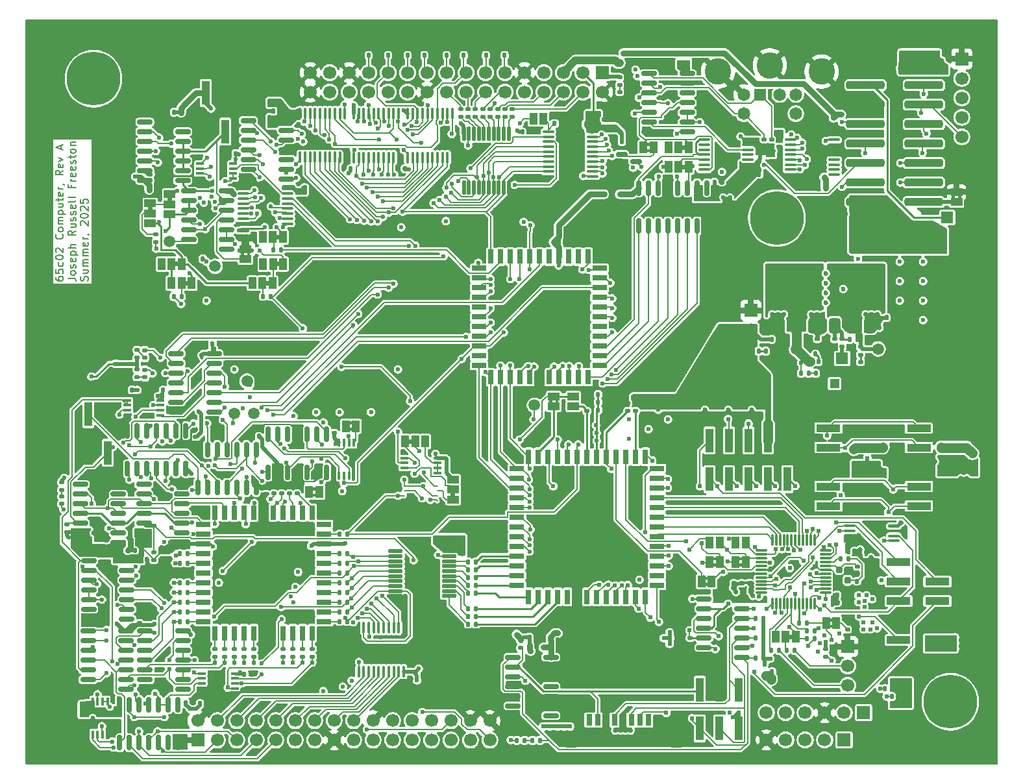
<source format=gtl>
G04 #@! TF.GenerationSoftware,KiCad,Pcbnew,9.0.2*
G04 #@! TF.CreationDate,2025-07-03T22:36:24-04:00*
G04 #@! TF.ProjectId,Homebrew6502Project,486f6d65-6272-4657-9736-35303250726f,A*
G04 #@! TF.SameCoordinates,Original*
G04 #@! TF.FileFunction,Copper,L1,Top*
G04 #@! TF.FilePolarity,Positive*
%FSLAX46Y46*%
G04 Gerber Fmt 4.6, Leading zero omitted, Abs format (unit mm)*
G04 Created by KiCad (PCBNEW 9.0.2) date 2025-07-03 22:36:24*
%MOMM*%
%LPD*%
G01*
G04 APERTURE LIST*
G04 Aperture macros list*
%AMRoundRect*
0 Rectangle with rounded corners*
0 $1 Rounding radius*
0 $2 $3 $4 $5 $6 $7 $8 $9 X,Y pos of 4 corners*
0 Add a 4 corners polygon primitive as box body*
4,1,4,$2,$3,$4,$5,$6,$7,$8,$9,$2,$3,0*
0 Add four circle primitives for the rounded corners*
1,1,$1+$1,$2,$3*
1,1,$1+$1,$4,$5*
1,1,$1+$1,$6,$7*
1,1,$1+$1,$8,$9*
0 Add four rect primitives between the rounded corners*
20,1,$1+$1,$2,$3,$4,$5,0*
20,1,$1+$1,$4,$5,$6,$7,0*
20,1,$1+$1,$6,$7,$8,$9,0*
20,1,$1+$1,$8,$9,$2,$3,0*%
G04 Aperture macros list end*
G04 #@! TA.AperFunction,Conductor*
%ADD10C,0.200000*%
G04 #@! TD*
%ADD11C,0.152400*%
G04 #@! TA.AperFunction,NonConductor*
%ADD12C,0.152400*%
G04 #@! TD*
G04 #@! TA.AperFunction,EtchedComponent*
%ADD13C,0.000000*%
G04 #@! TD*
G04 #@! TA.AperFunction,SMDPad,CuDef*
%ADD14RoundRect,0.135000X-0.185000X0.135000X-0.185000X-0.135000X0.185000X-0.135000X0.185000X0.135000X0*%
G04 #@! TD*
G04 #@! TA.AperFunction,SMDPad,CuDef*
%ADD15RoundRect,0.140000X-0.140000X-0.170000X0.140000X-0.170000X0.140000X0.170000X-0.140000X0.170000X0*%
G04 #@! TD*
G04 #@! TA.AperFunction,SMDPad,CuDef*
%ADD16RoundRect,0.147500X0.147500X0.172500X-0.147500X0.172500X-0.147500X-0.172500X0.147500X-0.172500X0*%
G04 #@! TD*
G04 #@! TA.AperFunction,SMDPad,CuDef*
%ADD17RoundRect,0.140000X-0.170000X0.140000X-0.170000X-0.140000X0.170000X-0.140000X0.170000X0.140000X0*%
G04 #@! TD*
G04 #@! TA.AperFunction,SMDPad,CuDef*
%ADD18RoundRect,0.140000X0.140000X0.170000X-0.140000X0.170000X-0.140000X-0.170000X0.140000X-0.170000X0*%
G04 #@! TD*
G04 #@! TA.AperFunction,SMDPad,CuDef*
%ADD19RoundRect,0.140000X0.170000X-0.140000X0.170000X0.140000X-0.170000X0.140000X-0.170000X-0.140000X0*%
G04 #@! TD*
G04 #@! TA.AperFunction,SMDPad,CuDef*
%ADD20R,1.200000X1.200000*%
G04 #@! TD*
G04 #@! TA.AperFunction,SMDPad,CuDef*
%ADD21R,1.600000X1.500000*%
G04 #@! TD*
G04 #@! TA.AperFunction,SMDPad,CuDef*
%ADD22RoundRect,0.135000X0.135000X0.185000X-0.135000X0.185000X-0.135000X-0.185000X0.135000X-0.185000X0*%
G04 #@! TD*
G04 #@! TA.AperFunction,SMDPad,CuDef*
%ADD23RoundRect,0.100000X-0.637500X-0.100000X0.637500X-0.100000X0.637500X0.100000X-0.637500X0.100000X0*%
G04 #@! TD*
G04 #@! TA.AperFunction,SMDPad,CuDef*
%ADD24R,1.000000X1.500000*%
G04 #@! TD*
G04 #@! TA.AperFunction,ComponentPad*
%ADD25R,1.700000X1.700000*%
G04 #@! TD*
G04 #@! TA.AperFunction,ComponentPad*
%ADD26C,1.700000*%
G04 #@! TD*
G04 #@! TA.AperFunction,SMDPad,CuDef*
%ADD27RoundRect,0.125000X-0.825000X-0.125000X0.825000X-0.125000X0.825000X0.125000X-0.825000X0.125000X0*%
G04 #@! TD*
G04 #@! TA.AperFunction,SMDPad,CuDef*
%ADD28R,1.000000X3.150000*%
G04 #@! TD*
G04 #@! TA.AperFunction,SMDPad,CuDef*
%ADD29RoundRect,0.150000X0.825000X0.150000X-0.825000X0.150000X-0.825000X-0.150000X0.825000X-0.150000X0*%
G04 #@! TD*
G04 #@! TA.AperFunction,SMDPad,CuDef*
%ADD30RoundRect,0.135000X-0.135000X-0.185000X0.135000X-0.185000X0.135000X0.185000X-0.135000X0.185000X0*%
G04 #@! TD*
G04 #@! TA.AperFunction,SMDPad,CuDef*
%ADD31RoundRect,0.075000X-0.662500X-0.075000X0.662500X-0.075000X0.662500X0.075000X-0.662500X0.075000X0*%
G04 #@! TD*
G04 #@! TA.AperFunction,SMDPad,CuDef*
%ADD32RoundRect,0.075000X-0.075000X-0.662500X0.075000X-0.662500X0.075000X0.662500X-0.075000X0.662500X0*%
G04 #@! TD*
G04 #@! TA.AperFunction,ComponentPad*
%ADD33C,3.900000*%
G04 #@! TD*
G04 #@! TA.AperFunction,ConnectorPad*
%ADD34C,7.000000*%
G04 #@! TD*
G04 #@! TA.AperFunction,SMDPad,CuDef*
%ADD35R,3.150000X1.000000*%
G04 #@! TD*
G04 #@! TA.AperFunction,SMDPad,CuDef*
%ADD36RoundRect,0.150000X0.150000X-0.825000X0.150000X0.825000X-0.150000X0.825000X-0.150000X-0.825000X0*%
G04 #@! TD*
G04 #@! TA.AperFunction,SMDPad,CuDef*
%ADD37RoundRect,0.150000X-0.150000X0.825000X-0.150000X-0.825000X0.150000X-0.825000X0.150000X0.825000X0*%
G04 #@! TD*
G04 #@! TA.AperFunction,SMDPad,CuDef*
%ADD38R,1.500000X1.000000*%
G04 #@! TD*
G04 #@! TA.AperFunction,SMDPad,CuDef*
%ADD39RoundRect,0.200000X-0.200000X0.250000X-0.200000X-0.250000X0.200000X-0.250000X0.200000X0.250000X0*%
G04 #@! TD*
G04 #@! TA.AperFunction,SMDPad,CuDef*
%ADD40RoundRect,0.150000X-0.825000X-0.150000X0.825000X-0.150000X0.825000X0.150000X-0.825000X0.150000X0*%
G04 #@! TD*
G04 #@! TA.AperFunction,SMDPad,CuDef*
%ADD41RoundRect,0.100000X0.100000X-0.637500X0.100000X0.637500X-0.100000X0.637500X-0.100000X-0.637500X0*%
G04 #@! TD*
G04 #@! TA.AperFunction,SMDPad,CuDef*
%ADD42RoundRect,0.147500X0.172500X-0.147500X0.172500X0.147500X-0.172500X0.147500X-0.172500X-0.147500X0*%
G04 #@! TD*
G04 #@! TA.AperFunction,SMDPad,CuDef*
%ADD43RoundRect,0.147500X-0.172500X0.147500X-0.172500X-0.147500X0.172500X-0.147500X0.172500X0.147500X0*%
G04 #@! TD*
G04 #@! TA.AperFunction,SMDPad,CuDef*
%ADD44R,1.100000X0.400000*%
G04 #@! TD*
G04 #@! TA.AperFunction,SMDPad,CuDef*
%ADD45RoundRect,0.375000X0.375000X-0.625000X0.375000X0.625000X-0.375000X0.625000X-0.375000X-0.625000X0*%
G04 #@! TD*
G04 #@! TA.AperFunction,SMDPad,CuDef*
%ADD46RoundRect,0.500000X1.400000X-0.500000X1.400000X0.500000X-1.400000X0.500000X-1.400000X-0.500000X0*%
G04 #@! TD*
G04 #@! TA.AperFunction,SMDPad,CuDef*
%ADD47C,1.500000*%
G04 #@! TD*
G04 #@! TA.AperFunction,SMDPad,CuDef*
%ADD48R,0.700000X1.925000*%
G04 #@! TD*
G04 #@! TA.AperFunction,SMDPad,CuDef*
%ADD49R,1.925000X0.700000*%
G04 #@! TD*
G04 #@! TA.AperFunction,SMDPad,CuDef*
%ADD50R,0.400000X1.100000*%
G04 #@! TD*
G04 #@! TA.AperFunction,SMDPad,CuDef*
%ADD51R,0.800000X1.500000*%
G04 #@! TD*
G04 #@! TA.AperFunction,SMDPad,CuDef*
%ADD52R,1.450000X2.000000*%
G04 #@! TD*
G04 #@! TA.AperFunction,SMDPad,CuDef*
%ADD53RoundRect,0.135000X0.185000X-0.135000X0.185000X0.135000X-0.185000X0.135000X-0.185000X-0.135000X0*%
G04 #@! TD*
G04 #@! TA.AperFunction,SMDPad,CuDef*
%ADD54R,0.700000X1.910000*%
G04 #@! TD*
G04 #@! TA.AperFunction,SMDPad,CuDef*
%ADD55R,1.910000X0.700000*%
G04 #@! TD*
G04 #@! TA.AperFunction,SMDPad,CuDef*
%ADD56RoundRect,0.100000X0.637500X0.100000X-0.637500X0.100000X-0.637500X-0.100000X0.637500X-0.100000X0*%
G04 #@! TD*
G04 #@! TA.AperFunction,SMDPad,CuDef*
%ADD57RoundRect,0.125000X0.125000X-0.825000X0.125000X0.825000X-0.125000X0.825000X-0.125000X-0.825000X0*%
G04 #@! TD*
G04 #@! TA.AperFunction,SMDPad,CuDef*
%ADD58RoundRect,0.150000X-0.587500X-0.150000X0.587500X-0.150000X0.587500X0.150000X-0.587500X0.150000X0*%
G04 #@! TD*
G04 #@! TA.AperFunction,SMDPad,CuDef*
%ADD59RoundRect,0.100000X-0.100000X0.637500X-0.100000X-0.637500X0.100000X-0.637500X0.100000X0.637500X0*%
G04 #@! TD*
G04 #@! TA.AperFunction,SMDPad,CuDef*
%ADD60RoundRect,0.250000X-2.250000X-0.260000X2.250000X-0.260000X2.250000X0.260000X-2.250000X0.260000X0*%
G04 #@! TD*
G04 #@! TA.AperFunction,ComponentPad*
%ADD61R,1.650000X1.650000*%
G04 #@! TD*
G04 #@! TA.AperFunction,ComponentPad*
%ADD62C,1.650000*%
G04 #@! TD*
G04 #@! TA.AperFunction,ComponentPad*
%ADD63C,3.450000*%
G04 #@! TD*
G04 #@! TA.AperFunction,ViaPad*
%ADD64C,0.600000*%
G04 #@! TD*
G04 #@! TA.AperFunction,ViaPad*
%ADD65C,0.609600*%
G04 #@! TD*
G04 #@! TA.AperFunction,Conductor*
%ADD66C,0.254000*%
G04 #@! TD*
G04 #@! TA.AperFunction,Conductor*
%ADD67C,0.508000*%
G04 #@! TD*
G04 #@! TA.AperFunction,Conductor*
%ADD68C,0.160000*%
G04 #@! TD*
G04 #@! TA.AperFunction,Conductor*
%ADD69C,0.762000*%
G04 #@! TD*
G04 #@! TA.AperFunction,Conductor*
%ADD70C,1.016000*%
G04 #@! TD*
G04 #@! TA.AperFunction,Conductor*
%ADD71C,1.270000*%
G04 #@! TD*
G04 APERTURE END LIST*
D10*
X120345200Y-108153200D02*
X120497600Y-108153200D01*
X120497600Y-108254800D01*
X120345200Y-108254800D01*
X120345200Y-108153200D01*
X97637600Y-102006400D02*
X97942400Y-102006400D01*
X97942400Y-102920800D01*
X97637600Y-102920800D01*
X97637600Y-102006400D01*
G04 #@! TA.AperFunction,Conductor*
G36*
X97637600Y-102006400D02*
G01*
X97942400Y-102006400D01*
X97942400Y-102920800D01*
X97637600Y-102920800D01*
X97637600Y-102006400D01*
G37*
G04 #@! TD.AperFunction*
D11*
D12*
X83949806Y-86833070D02*
X83949806Y-87023546D01*
X83949806Y-87023546D02*
X83997425Y-87118784D01*
X83997425Y-87118784D02*
X84045044Y-87166403D01*
X84045044Y-87166403D02*
X84187901Y-87261641D01*
X84187901Y-87261641D02*
X84378377Y-87309260D01*
X84378377Y-87309260D02*
X84759329Y-87309260D01*
X84759329Y-87309260D02*
X84854567Y-87261641D01*
X84854567Y-87261641D02*
X84902187Y-87214022D01*
X84902187Y-87214022D02*
X84949806Y-87118784D01*
X84949806Y-87118784D02*
X84949806Y-86928308D01*
X84949806Y-86928308D02*
X84902187Y-86833070D01*
X84902187Y-86833070D02*
X84854567Y-86785451D01*
X84854567Y-86785451D02*
X84759329Y-86737832D01*
X84759329Y-86737832D02*
X84521234Y-86737832D01*
X84521234Y-86737832D02*
X84425996Y-86785451D01*
X84425996Y-86785451D02*
X84378377Y-86833070D01*
X84378377Y-86833070D02*
X84330758Y-86928308D01*
X84330758Y-86928308D02*
X84330758Y-87118784D01*
X84330758Y-87118784D02*
X84378377Y-87214022D01*
X84378377Y-87214022D02*
X84425996Y-87261641D01*
X84425996Y-87261641D02*
X84521234Y-87309260D01*
X83949806Y-85833070D02*
X83949806Y-86309260D01*
X83949806Y-86309260D02*
X84425996Y-86356879D01*
X84425996Y-86356879D02*
X84378377Y-86309260D01*
X84378377Y-86309260D02*
X84330758Y-86214022D01*
X84330758Y-86214022D02*
X84330758Y-85975927D01*
X84330758Y-85975927D02*
X84378377Y-85880689D01*
X84378377Y-85880689D02*
X84425996Y-85833070D01*
X84425996Y-85833070D02*
X84521234Y-85785451D01*
X84521234Y-85785451D02*
X84759329Y-85785451D01*
X84759329Y-85785451D02*
X84854567Y-85833070D01*
X84854567Y-85833070D02*
X84902187Y-85880689D01*
X84902187Y-85880689D02*
X84949806Y-85975927D01*
X84949806Y-85975927D02*
X84949806Y-86214022D01*
X84949806Y-86214022D02*
X84902187Y-86309260D01*
X84902187Y-86309260D02*
X84854567Y-86356879D01*
X84902187Y-84928308D02*
X84949806Y-85023546D01*
X84949806Y-85023546D02*
X84949806Y-85214022D01*
X84949806Y-85214022D02*
X84902187Y-85309260D01*
X84902187Y-85309260D02*
X84854567Y-85356879D01*
X84854567Y-85356879D02*
X84759329Y-85404498D01*
X84759329Y-85404498D02*
X84473615Y-85404498D01*
X84473615Y-85404498D02*
X84378377Y-85356879D01*
X84378377Y-85356879D02*
X84330758Y-85309260D01*
X84330758Y-85309260D02*
X84283139Y-85214022D01*
X84283139Y-85214022D02*
X84283139Y-85023546D01*
X84283139Y-85023546D02*
X84330758Y-84928308D01*
X83949806Y-84309260D02*
X83949806Y-84214022D01*
X83949806Y-84214022D02*
X83997425Y-84118784D01*
X83997425Y-84118784D02*
X84045044Y-84071165D01*
X84045044Y-84071165D02*
X84140282Y-84023546D01*
X84140282Y-84023546D02*
X84330758Y-83975927D01*
X84330758Y-83975927D02*
X84568853Y-83975927D01*
X84568853Y-83975927D02*
X84759329Y-84023546D01*
X84759329Y-84023546D02*
X84854567Y-84071165D01*
X84854567Y-84071165D02*
X84902187Y-84118784D01*
X84902187Y-84118784D02*
X84949806Y-84214022D01*
X84949806Y-84214022D02*
X84949806Y-84309260D01*
X84949806Y-84309260D02*
X84902187Y-84404498D01*
X84902187Y-84404498D02*
X84854567Y-84452117D01*
X84854567Y-84452117D02*
X84759329Y-84499736D01*
X84759329Y-84499736D02*
X84568853Y-84547355D01*
X84568853Y-84547355D02*
X84330758Y-84547355D01*
X84330758Y-84547355D02*
X84140282Y-84499736D01*
X84140282Y-84499736D02*
X84045044Y-84452117D01*
X84045044Y-84452117D02*
X83997425Y-84404498D01*
X83997425Y-84404498D02*
X83949806Y-84309260D01*
X84045044Y-83594974D02*
X83997425Y-83547355D01*
X83997425Y-83547355D02*
X83949806Y-83452117D01*
X83949806Y-83452117D02*
X83949806Y-83214022D01*
X83949806Y-83214022D02*
X83997425Y-83118784D01*
X83997425Y-83118784D02*
X84045044Y-83071165D01*
X84045044Y-83071165D02*
X84140282Y-83023546D01*
X84140282Y-83023546D02*
X84235520Y-83023546D01*
X84235520Y-83023546D02*
X84378377Y-83071165D01*
X84378377Y-83071165D02*
X84949806Y-83642593D01*
X84949806Y-83642593D02*
X84949806Y-83023546D01*
X84854567Y-81261641D02*
X84902187Y-81309260D01*
X84902187Y-81309260D02*
X84949806Y-81452117D01*
X84949806Y-81452117D02*
X84949806Y-81547355D01*
X84949806Y-81547355D02*
X84902187Y-81690212D01*
X84902187Y-81690212D02*
X84806948Y-81785450D01*
X84806948Y-81785450D02*
X84711710Y-81833069D01*
X84711710Y-81833069D02*
X84521234Y-81880688D01*
X84521234Y-81880688D02*
X84378377Y-81880688D01*
X84378377Y-81880688D02*
X84187901Y-81833069D01*
X84187901Y-81833069D02*
X84092663Y-81785450D01*
X84092663Y-81785450D02*
X83997425Y-81690212D01*
X83997425Y-81690212D02*
X83949806Y-81547355D01*
X83949806Y-81547355D02*
X83949806Y-81452117D01*
X83949806Y-81452117D02*
X83997425Y-81309260D01*
X83997425Y-81309260D02*
X84045044Y-81261641D01*
X84949806Y-80690212D02*
X84902187Y-80785450D01*
X84902187Y-80785450D02*
X84854567Y-80833069D01*
X84854567Y-80833069D02*
X84759329Y-80880688D01*
X84759329Y-80880688D02*
X84473615Y-80880688D01*
X84473615Y-80880688D02*
X84378377Y-80833069D01*
X84378377Y-80833069D02*
X84330758Y-80785450D01*
X84330758Y-80785450D02*
X84283139Y-80690212D01*
X84283139Y-80690212D02*
X84283139Y-80547355D01*
X84283139Y-80547355D02*
X84330758Y-80452117D01*
X84330758Y-80452117D02*
X84378377Y-80404498D01*
X84378377Y-80404498D02*
X84473615Y-80356879D01*
X84473615Y-80356879D02*
X84759329Y-80356879D01*
X84759329Y-80356879D02*
X84854567Y-80404498D01*
X84854567Y-80404498D02*
X84902187Y-80452117D01*
X84902187Y-80452117D02*
X84949806Y-80547355D01*
X84949806Y-80547355D02*
X84949806Y-80690212D01*
X84949806Y-79928307D02*
X84283139Y-79928307D01*
X84378377Y-79928307D02*
X84330758Y-79880688D01*
X84330758Y-79880688D02*
X84283139Y-79785450D01*
X84283139Y-79785450D02*
X84283139Y-79642593D01*
X84283139Y-79642593D02*
X84330758Y-79547355D01*
X84330758Y-79547355D02*
X84425996Y-79499736D01*
X84425996Y-79499736D02*
X84949806Y-79499736D01*
X84425996Y-79499736D02*
X84330758Y-79452117D01*
X84330758Y-79452117D02*
X84283139Y-79356879D01*
X84283139Y-79356879D02*
X84283139Y-79214022D01*
X84283139Y-79214022D02*
X84330758Y-79118783D01*
X84330758Y-79118783D02*
X84425996Y-79071164D01*
X84425996Y-79071164D02*
X84949806Y-79071164D01*
X84283139Y-78594974D02*
X85283139Y-78594974D01*
X84330758Y-78594974D02*
X84283139Y-78499736D01*
X84283139Y-78499736D02*
X84283139Y-78309260D01*
X84283139Y-78309260D02*
X84330758Y-78214022D01*
X84330758Y-78214022D02*
X84378377Y-78166403D01*
X84378377Y-78166403D02*
X84473615Y-78118784D01*
X84473615Y-78118784D02*
X84759329Y-78118784D01*
X84759329Y-78118784D02*
X84854567Y-78166403D01*
X84854567Y-78166403D02*
X84902187Y-78214022D01*
X84902187Y-78214022D02*
X84949806Y-78309260D01*
X84949806Y-78309260D02*
X84949806Y-78499736D01*
X84949806Y-78499736D02*
X84902187Y-78594974D01*
X84283139Y-77261641D02*
X84949806Y-77261641D01*
X84283139Y-77690212D02*
X84806948Y-77690212D01*
X84806948Y-77690212D02*
X84902187Y-77642593D01*
X84902187Y-77642593D02*
X84949806Y-77547355D01*
X84949806Y-77547355D02*
X84949806Y-77404498D01*
X84949806Y-77404498D02*
X84902187Y-77309260D01*
X84902187Y-77309260D02*
X84854567Y-77261641D01*
X84283139Y-76928307D02*
X84283139Y-76547355D01*
X83949806Y-76785450D02*
X84806948Y-76785450D01*
X84806948Y-76785450D02*
X84902187Y-76737831D01*
X84902187Y-76737831D02*
X84949806Y-76642593D01*
X84949806Y-76642593D02*
X84949806Y-76547355D01*
X84902187Y-75833069D02*
X84949806Y-75928307D01*
X84949806Y-75928307D02*
X84949806Y-76118783D01*
X84949806Y-76118783D02*
X84902187Y-76214021D01*
X84902187Y-76214021D02*
X84806948Y-76261640D01*
X84806948Y-76261640D02*
X84425996Y-76261640D01*
X84425996Y-76261640D02*
X84330758Y-76214021D01*
X84330758Y-76214021D02*
X84283139Y-76118783D01*
X84283139Y-76118783D02*
X84283139Y-75928307D01*
X84283139Y-75928307D02*
X84330758Y-75833069D01*
X84330758Y-75833069D02*
X84425996Y-75785450D01*
X84425996Y-75785450D02*
X84521234Y-75785450D01*
X84521234Y-75785450D02*
X84616472Y-76261640D01*
X84949806Y-75356878D02*
X84283139Y-75356878D01*
X84473615Y-75356878D02*
X84378377Y-75309259D01*
X84378377Y-75309259D02*
X84330758Y-75261640D01*
X84330758Y-75261640D02*
X84283139Y-75166402D01*
X84283139Y-75166402D02*
X84283139Y-75071164D01*
X84902187Y-74690211D02*
X84949806Y-74690211D01*
X84949806Y-74690211D02*
X85045044Y-74737830D01*
X85045044Y-74737830D02*
X85092663Y-74785449D01*
X84949806Y-72928307D02*
X84473615Y-73261640D01*
X84949806Y-73499735D02*
X83949806Y-73499735D01*
X83949806Y-73499735D02*
X83949806Y-73118783D01*
X83949806Y-73118783D02*
X83997425Y-73023545D01*
X83997425Y-73023545D02*
X84045044Y-72975926D01*
X84045044Y-72975926D02*
X84140282Y-72928307D01*
X84140282Y-72928307D02*
X84283139Y-72928307D01*
X84283139Y-72928307D02*
X84378377Y-72975926D01*
X84378377Y-72975926D02*
X84425996Y-73023545D01*
X84425996Y-73023545D02*
X84473615Y-73118783D01*
X84473615Y-73118783D02*
X84473615Y-73499735D01*
X84902187Y-72118783D02*
X84949806Y-72214021D01*
X84949806Y-72214021D02*
X84949806Y-72404497D01*
X84949806Y-72404497D02*
X84902187Y-72499735D01*
X84902187Y-72499735D02*
X84806948Y-72547354D01*
X84806948Y-72547354D02*
X84425996Y-72547354D01*
X84425996Y-72547354D02*
X84330758Y-72499735D01*
X84330758Y-72499735D02*
X84283139Y-72404497D01*
X84283139Y-72404497D02*
X84283139Y-72214021D01*
X84283139Y-72214021D02*
X84330758Y-72118783D01*
X84330758Y-72118783D02*
X84425996Y-72071164D01*
X84425996Y-72071164D02*
X84521234Y-72071164D01*
X84521234Y-72071164D02*
X84616472Y-72547354D01*
X84283139Y-71737830D02*
X84949806Y-71499735D01*
X84949806Y-71499735D02*
X84283139Y-71261640D01*
X84664091Y-70166401D02*
X84664091Y-69690211D01*
X84949806Y-70261639D02*
X83949806Y-69928306D01*
X83949806Y-69928306D02*
X84949806Y-69594973D01*
X85559750Y-86975927D02*
X86274035Y-86975927D01*
X86274035Y-86975927D02*
X86416892Y-87023546D01*
X86416892Y-87023546D02*
X86512131Y-87118784D01*
X86512131Y-87118784D02*
X86559750Y-87261641D01*
X86559750Y-87261641D02*
X86559750Y-87356879D01*
X86559750Y-86356879D02*
X86512131Y-86452117D01*
X86512131Y-86452117D02*
X86464511Y-86499736D01*
X86464511Y-86499736D02*
X86369273Y-86547355D01*
X86369273Y-86547355D02*
X86083559Y-86547355D01*
X86083559Y-86547355D02*
X85988321Y-86499736D01*
X85988321Y-86499736D02*
X85940702Y-86452117D01*
X85940702Y-86452117D02*
X85893083Y-86356879D01*
X85893083Y-86356879D02*
X85893083Y-86214022D01*
X85893083Y-86214022D02*
X85940702Y-86118784D01*
X85940702Y-86118784D02*
X85988321Y-86071165D01*
X85988321Y-86071165D02*
X86083559Y-86023546D01*
X86083559Y-86023546D02*
X86369273Y-86023546D01*
X86369273Y-86023546D02*
X86464511Y-86071165D01*
X86464511Y-86071165D02*
X86512131Y-86118784D01*
X86512131Y-86118784D02*
X86559750Y-86214022D01*
X86559750Y-86214022D02*
X86559750Y-86356879D01*
X86512131Y-85642593D02*
X86559750Y-85547355D01*
X86559750Y-85547355D02*
X86559750Y-85356879D01*
X86559750Y-85356879D02*
X86512131Y-85261641D01*
X86512131Y-85261641D02*
X86416892Y-85214022D01*
X86416892Y-85214022D02*
X86369273Y-85214022D01*
X86369273Y-85214022D02*
X86274035Y-85261641D01*
X86274035Y-85261641D02*
X86226416Y-85356879D01*
X86226416Y-85356879D02*
X86226416Y-85499736D01*
X86226416Y-85499736D02*
X86178797Y-85594974D01*
X86178797Y-85594974D02*
X86083559Y-85642593D01*
X86083559Y-85642593D02*
X86035940Y-85642593D01*
X86035940Y-85642593D02*
X85940702Y-85594974D01*
X85940702Y-85594974D02*
X85893083Y-85499736D01*
X85893083Y-85499736D02*
X85893083Y-85356879D01*
X85893083Y-85356879D02*
X85940702Y-85261641D01*
X86512131Y-84404498D02*
X86559750Y-84499736D01*
X86559750Y-84499736D02*
X86559750Y-84690212D01*
X86559750Y-84690212D02*
X86512131Y-84785450D01*
X86512131Y-84785450D02*
X86416892Y-84833069D01*
X86416892Y-84833069D02*
X86035940Y-84833069D01*
X86035940Y-84833069D02*
X85940702Y-84785450D01*
X85940702Y-84785450D02*
X85893083Y-84690212D01*
X85893083Y-84690212D02*
X85893083Y-84499736D01*
X85893083Y-84499736D02*
X85940702Y-84404498D01*
X85940702Y-84404498D02*
X86035940Y-84356879D01*
X86035940Y-84356879D02*
X86131178Y-84356879D01*
X86131178Y-84356879D02*
X86226416Y-84833069D01*
X85893083Y-83928307D02*
X86893083Y-83928307D01*
X85940702Y-83928307D02*
X85893083Y-83833069D01*
X85893083Y-83833069D02*
X85893083Y-83642593D01*
X85893083Y-83642593D02*
X85940702Y-83547355D01*
X85940702Y-83547355D02*
X85988321Y-83499736D01*
X85988321Y-83499736D02*
X86083559Y-83452117D01*
X86083559Y-83452117D02*
X86369273Y-83452117D01*
X86369273Y-83452117D02*
X86464511Y-83499736D01*
X86464511Y-83499736D02*
X86512131Y-83547355D01*
X86512131Y-83547355D02*
X86559750Y-83642593D01*
X86559750Y-83642593D02*
X86559750Y-83833069D01*
X86559750Y-83833069D02*
X86512131Y-83928307D01*
X86559750Y-83023545D02*
X85559750Y-83023545D01*
X86559750Y-82594974D02*
X86035940Y-82594974D01*
X86035940Y-82594974D02*
X85940702Y-82642593D01*
X85940702Y-82642593D02*
X85893083Y-82737831D01*
X85893083Y-82737831D02*
X85893083Y-82880688D01*
X85893083Y-82880688D02*
X85940702Y-82975926D01*
X85940702Y-82975926D02*
X85988321Y-83023545D01*
X86559750Y-80785450D02*
X86083559Y-81118783D01*
X86559750Y-81356878D02*
X85559750Y-81356878D01*
X85559750Y-81356878D02*
X85559750Y-80975926D01*
X85559750Y-80975926D02*
X85607369Y-80880688D01*
X85607369Y-80880688D02*
X85654988Y-80833069D01*
X85654988Y-80833069D02*
X85750226Y-80785450D01*
X85750226Y-80785450D02*
X85893083Y-80785450D01*
X85893083Y-80785450D02*
X85988321Y-80833069D01*
X85988321Y-80833069D02*
X86035940Y-80880688D01*
X86035940Y-80880688D02*
X86083559Y-80975926D01*
X86083559Y-80975926D02*
X86083559Y-81356878D01*
X85893083Y-79928307D02*
X86559750Y-79928307D01*
X85893083Y-80356878D02*
X86416892Y-80356878D01*
X86416892Y-80356878D02*
X86512131Y-80309259D01*
X86512131Y-80309259D02*
X86559750Y-80214021D01*
X86559750Y-80214021D02*
X86559750Y-80071164D01*
X86559750Y-80071164D02*
X86512131Y-79975926D01*
X86512131Y-79975926D02*
X86464511Y-79928307D01*
X86512131Y-79499735D02*
X86559750Y-79404497D01*
X86559750Y-79404497D02*
X86559750Y-79214021D01*
X86559750Y-79214021D02*
X86512131Y-79118783D01*
X86512131Y-79118783D02*
X86416892Y-79071164D01*
X86416892Y-79071164D02*
X86369273Y-79071164D01*
X86369273Y-79071164D02*
X86274035Y-79118783D01*
X86274035Y-79118783D02*
X86226416Y-79214021D01*
X86226416Y-79214021D02*
X86226416Y-79356878D01*
X86226416Y-79356878D02*
X86178797Y-79452116D01*
X86178797Y-79452116D02*
X86083559Y-79499735D01*
X86083559Y-79499735D02*
X86035940Y-79499735D01*
X86035940Y-79499735D02*
X85940702Y-79452116D01*
X85940702Y-79452116D02*
X85893083Y-79356878D01*
X85893083Y-79356878D02*
X85893083Y-79214021D01*
X85893083Y-79214021D02*
X85940702Y-79118783D01*
X86512131Y-78690211D02*
X86559750Y-78594973D01*
X86559750Y-78594973D02*
X86559750Y-78404497D01*
X86559750Y-78404497D02*
X86512131Y-78309259D01*
X86512131Y-78309259D02*
X86416892Y-78261640D01*
X86416892Y-78261640D02*
X86369273Y-78261640D01*
X86369273Y-78261640D02*
X86274035Y-78309259D01*
X86274035Y-78309259D02*
X86226416Y-78404497D01*
X86226416Y-78404497D02*
X86226416Y-78547354D01*
X86226416Y-78547354D02*
X86178797Y-78642592D01*
X86178797Y-78642592D02*
X86083559Y-78690211D01*
X86083559Y-78690211D02*
X86035940Y-78690211D01*
X86035940Y-78690211D02*
X85940702Y-78642592D01*
X85940702Y-78642592D02*
X85893083Y-78547354D01*
X85893083Y-78547354D02*
X85893083Y-78404497D01*
X85893083Y-78404497D02*
X85940702Y-78309259D01*
X86512131Y-77452116D02*
X86559750Y-77547354D01*
X86559750Y-77547354D02*
X86559750Y-77737830D01*
X86559750Y-77737830D02*
X86512131Y-77833068D01*
X86512131Y-77833068D02*
X86416892Y-77880687D01*
X86416892Y-77880687D02*
X86035940Y-77880687D01*
X86035940Y-77880687D02*
X85940702Y-77833068D01*
X85940702Y-77833068D02*
X85893083Y-77737830D01*
X85893083Y-77737830D02*
X85893083Y-77547354D01*
X85893083Y-77547354D02*
X85940702Y-77452116D01*
X85940702Y-77452116D02*
X86035940Y-77404497D01*
X86035940Y-77404497D02*
X86131178Y-77404497D01*
X86131178Y-77404497D02*
X86226416Y-77880687D01*
X86559750Y-76833068D02*
X86512131Y-76928306D01*
X86512131Y-76928306D02*
X86416892Y-76975925D01*
X86416892Y-76975925D02*
X85559750Y-76975925D01*
X86559750Y-76309258D02*
X86512131Y-76404496D01*
X86512131Y-76404496D02*
X86416892Y-76452115D01*
X86416892Y-76452115D02*
X85559750Y-76452115D01*
X86035940Y-74833067D02*
X86035940Y-75166400D01*
X86559750Y-75166400D02*
X85559750Y-75166400D01*
X85559750Y-75166400D02*
X85559750Y-74690210D01*
X86559750Y-74309257D02*
X85893083Y-74309257D01*
X86083559Y-74309257D02*
X85988321Y-74261638D01*
X85988321Y-74261638D02*
X85940702Y-74214019D01*
X85940702Y-74214019D02*
X85893083Y-74118781D01*
X85893083Y-74118781D02*
X85893083Y-74023543D01*
X86512131Y-73309257D02*
X86559750Y-73404495D01*
X86559750Y-73404495D02*
X86559750Y-73594971D01*
X86559750Y-73594971D02*
X86512131Y-73690209D01*
X86512131Y-73690209D02*
X86416892Y-73737828D01*
X86416892Y-73737828D02*
X86035940Y-73737828D01*
X86035940Y-73737828D02*
X85940702Y-73690209D01*
X85940702Y-73690209D02*
X85893083Y-73594971D01*
X85893083Y-73594971D02*
X85893083Y-73404495D01*
X85893083Y-73404495D02*
X85940702Y-73309257D01*
X85940702Y-73309257D02*
X86035940Y-73261638D01*
X86035940Y-73261638D02*
X86131178Y-73261638D01*
X86131178Y-73261638D02*
X86226416Y-73737828D01*
X86512131Y-72452114D02*
X86559750Y-72547352D01*
X86559750Y-72547352D02*
X86559750Y-72737828D01*
X86559750Y-72737828D02*
X86512131Y-72833066D01*
X86512131Y-72833066D02*
X86416892Y-72880685D01*
X86416892Y-72880685D02*
X86035940Y-72880685D01*
X86035940Y-72880685D02*
X85940702Y-72833066D01*
X85940702Y-72833066D02*
X85893083Y-72737828D01*
X85893083Y-72737828D02*
X85893083Y-72547352D01*
X85893083Y-72547352D02*
X85940702Y-72452114D01*
X85940702Y-72452114D02*
X86035940Y-72404495D01*
X86035940Y-72404495D02*
X86131178Y-72404495D01*
X86131178Y-72404495D02*
X86226416Y-72880685D01*
X86512131Y-72023542D02*
X86559750Y-71928304D01*
X86559750Y-71928304D02*
X86559750Y-71737828D01*
X86559750Y-71737828D02*
X86512131Y-71642590D01*
X86512131Y-71642590D02*
X86416892Y-71594971D01*
X86416892Y-71594971D02*
X86369273Y-71594971D01*
X86369273Y-71594971D02*
X86274035Y-71642590D01*
X86274035Y-71642590D02*
X86226416Y-71737828D01*
X86226416Y-71737828D02*
X86226416Y-71880685D01*
X86226416Y-71880685D02*
X86178797Y-71975923D01*
X86178797Y-71975923D02*
X86083559Y-72023542D01*
X86083559Y-72023542D02*
X86035940Y-72023542D01*
X86035940Y-72023542D02*
X85940702Y-71975923D01*
X85940702Y-71975923D02*
X85893083Y-71880685D01*
X85893083Y-71880685D02*
X85893083Y-71737828D01*
X85893083Y-71737828D02*
X85940702Y-71642590D01*
X85893083Y-71309256D02*
X85893083Y-70928304D01*
X85559750Y-71166399D02*
X86416892Y-71166399D01*
X86416892Y-71166399D02*
X86512131Y-71118780D01*
X86512131Y-71118780D02*
X86559750Y-71023542D01*
X86559750Y-71023542D02*
X86559750Y-70928304D01*
X86559750Y-70452113D02*
X86512131Y-70547351D01*
X86512131Y-70547351D02*
X86464511Y-70594970D01*
X86464511Y-70594970D02*
X86369273Y-70642589D01*
X86369273Y-70642589D02*
X86083559Y-70642589D01*
X86083559Y-70642589D02*
X85988321Y-70594970D01*
X85988321Y-70594970D02*
X85940702Y-70547351D01*
X85940702Y-70547351D02*
X85893083Y-70452113D01*
X85893083Y-70452113D02*
X85893083Y-70309256D01*
X85893083Y-70309256D02*
X85940702Y-70214018D01*
X85940702Y-70214018D02*
X85988321Y-70166399D01*
X85988321Y-70166399D02*
X86083559Y-70118780D01*
X86083559Y-70118780D02*
X86369273Y-70118780D01*
X86369273Y-70118780D02*
X86464511Y-70166399D01*
X86464511Y-70166399D02*
X86512131Y-70214018D01*
X86512131Y-70214018D02*
X86559750Y-70309256D01*
X86559750Y-70309256D02*
X86559750Y-70452113D01*
X85893083Y-69690208D02*
X86559750Y-69690208D01*
X85988321Y-69690208D02*
X85940702Y-69642589D01*
X85940702Y-69642589D02*
X85893083Y-69547351D01*
X85893083Y-69547351D02*
X85893083Y-69404494D01*
X85893083Y-69404494D02*
X85940702Y-69309256D01*
X85940702Y-69309256D02*
X86035940Y-69261637D01*
X86035940Y-69261637D02*
X86559750Y-69261637D01*
X88122075Y-87309260D02*
X88169694Y-87166403D01*
X88169694Y-87166403D02*
X88169694Y-86928308D01*
X88169694Y-86928308D02*
X88122075Y-86833070D01*
X88122075Y-86833070D02*
X88074455Y-86785451D01*
X88074455Y-86785451D02*
X87979217Y-86737832D01*
X87979217Y-86737832D02*
X87883979Y-86737832D01*
X87883979Y-86737832D02*
X87788741Y-86785451D01*
X87788741Y-86785451D02*
X87741122Y-86833070D01*
X87741122Y-86833070D02*
X87693503Y-86928308D01*
X87693503Y-86928308D02*
X87645884Y-87118784D01*
X87645884Y-87118784D02*
X87598265Y-87214022D01*
X87598265Y-87214022D02*
X87550646Y-87261641D01*
X87550646Y-87261641D02*
X87455408Y-87309260D01*
X87455408Y-87309260D02*
X87360170Y-87309260D01*
X87360170Y-87309260D02*
X87264932Y-87261641D01*
X87264932Y-87261641D02*
X87217313Y-87214022D01*
X87217313Y-87214022D02*
X87169694Y-87118784D01*
X87169694Y-87118784D02*
X87169694Y-86880689D01*
X87169694Y-86880689D02*
X87217313Y-86737832D01*
X87503027Y-85880689D02*
X88169694Y-85880689D01*
X87503027Y-86309260D02*
X88026836Y-86309260D01*
X88026836Y-86309260D02*
X88122075Y-86261641D01*
X88122075Y-86261641D02*
X88169694Y-86166403D01*
X88169694Y-86166403D02*
X88169694Y-86023546D01*
X88169694Y-86023546D02*
X88122075Y-85928308D01*
X88122075Y-85928308D02*
X88074455Y-85880689D01*
X88169694Y-85404498D02*
X87503027Y-85404498D01*
X87598265Y-85404498D02*
X87550646Y-85356879D01*
X87550646Y-85356879D02*
X87503027Y-85261641D01*
X87503027Y-85261641D02*
X87503027Y-85118784D01*
X87503027Y-85118784D02*
X87550646Y-85023546D01*
X87550646Y-85023546D02*
X87645884Y-84975927D01*
X87645884Y-84975927D02*
X88169694Y-84975927D01*
X87645884Y-84975927D02*
X87550646Y-84928308D01*
X87550646Y-84928308D02*
X87503027Y-84833070D01*
X87503027Y-84833070D02*
X87503027Y-84690213D01*
X87503027Y-84690213D02*
X87550646Y-84594974D01*
X87550646Y-84594974D02*
X87645884Y-84547355D01*
X87645884Y-84547355D02*
X88169694Y-84547355D01*
X88169694Y-84071165D02*
X87503027Y-84071165D01*
X87598265Y-84071165D02*
X87550646Y-84023546D01*
X87550646Y-84023546D02*
X87503027Y-83928308D01*
X87503027Y-83928308D02*
X87503027Y-83785451D01*
X87503027Y-83785451D02*
X87550646Y-83690213D01*
X87550646Y-83690213D02*
X87645884Y-83642594D01*
X87645884Y-83642594D02*
X88169694Y-83642594D01*
X87645884Y-83642594D02*
X87550646Y-83594975D01*
X87550646Y-83594975D02*
X87503027Y-83499737D01*
X87503027Y-83499737D02*
X87503027Y-83356880D01*
X87503027Y-83356880D02*
X87550646Y-83261641D01*
X87550646Y-83261641D02*
X87645884Y-83214022D01*
X87645884Y-83214022D02*
X88169694Y-83214022D01*
X88122075Y-82356880D02*
X88169694Y-82452118D01*
X88169694Y-82452118D02*
X88169694Y-82642594D01*
X88169694Y-82642594D02*
X88122075Y-82737832D01*
X88122075Y-82737832D02*
X88026836Y-82785451D01*
X88026836Y-82785451D02*
X87645884Y-82785451D01*
X87645884Y-82785451D02*
X87550646Y-82737832D01*
X87550646Y-82737832D02*
X87503027Y-82642594D01*
X87503027Y-82642594D02*
X87503027Y-82452118D01*
X87503027Y-82452118D02*
X87550646Y-82356880D01*
X87550646Y-82356880D02*
X87645884Y-82309261D01*
X87645884Y-82309261D02*
X87741122Y-82309261D01*
X87741122Y-82309261D02*
X87836360Y-82785451D01*
X88169694Y-81880689D02*
X87503027Y-81880689D01*
X87693503Y-81880689D02*
X87598265Y-81833070D01*
X87598265Y-81833070D02*
X87550646Y-81785451D01*
X87550646Y-81785451D02*
X87503027Y-81690213D01*
X87503027Y-81690213D02*
X87503027Y-81594975D01*
X88122075Y-81214022D02*
X88169694Y-81214022D01*
X88169694Y-81214022D02*
X88264932Y-81261641D01*
X88264932Y-81261641D02*
X88312551Y-81309260D01*
X87264932Y-80071165D02*
X87217313Y-80023546D01*
X87217313Y-80023546D02*
X87169694Y-79928308D01*
X87169694Y-79928308D02*
X87169694Y-79690213D01*
X87169694Y-79690213D02*
X87217313Y-79594975D01*
X87217313Y-79594975D02*
X87264932Y-79547356D01*
X87264932Y-79547356D02*
X87360170Y-79499737D01*
X87360170Y-79499737D02*
X87455408Y-79499737D01*
X87455408Y-79499737D02*
X87598265Y-79547356D01*
X87598265Y-79547356D02*
X88169694Y-80118784D01*
X88169694Y-80118784D02*
X88169694Y-79499737D01*
X87169694Y-78880689D02*
X87169694Y-78785451D01*
X87169694Y-78785451D02*
X87217313Y-78690213D01*
X87217313Y-78690213D02*
X87264932Y-78642594D01*
X87264932Y-78642594D02*
X87360170Y-78594975D01*
X87360170Y-78594975D02*
X87550646Y-78547356D01*
X87550646Y-78547356D02*
X87788741Y-78547356D01*
X87788741Y-78547356D02*
X87979217Y-78594975D01*
X87979217Y-78594975D02*
X88074455Y-78642594D01*
X88074455Y-78642594D02*
X88122075Y-78690213D01*
X88122075Y-78690213D02*
X88169694Y-78785451D01*
X88169694Y-78785451D02*
X88169694Y-78880689D01*
X88169694Y-78880689D02*
X88122075Y-78975927D01*
X88122075Y-78975927D02*
X88074455Y-79023546D01*
X88074455Y-79023546D02*
X87979217Y-79071165D01*
X87979217Y-79071165D02*
X87788741Y-79118784D01*
X87788741Y-79118784D02*
X87550646Y-79118784D01*
X87550646Y-79118784D02*
X87360170Y-79071165D01*
X87360170Y-79071165D02*
X87264932Y-79023546D01*
X87264932Y-79023546D02*
X87217313Y-78975927D01*
X87217313Y-78975927D02*
X87169694Y-78880689D01*
X87264932Y-78166403D02*
X87217313Y-78118784D01*
X87217313Y-78118784D02*
X87169694Y-78023546D01*
X87169694Y-78023546D02*
X87169694Y-77785451D01*
X87169694Y-77785451D02*
X87217313Y-77690213D01*
X87217313Y-77690213D02*
X87264932Y-77642594D01*
X87264932Y-77642594D02*
X87360170Y-77594975D01*
X87360170Y-77594975D02*
X87455408Y-77594975D01*
X87455408Y-77594975D02*
X87598265Y-77642594D01*
X87598265Y-77642594D02*
X88169694Y-78214022D01*
X88169694Y-78214022D02*
X88169694Y-77594975D01*
X87169694Y-76690213D02*
X87169694Y-77166403D01*
X87169694Y-77166403D02*
X87645884Y-77214022D01*
X87645884Y-77214022D02*
X87598265Y-77166403D01*
X87598265Y-77166403D02*
X87550646Y-77071165D01*
X87550646Y-77071165D02*
X87550646Y-76833070D01*
X87550646Y-76833070D02*
X87598265Y-76737832D01*
X87598265Y-76737832D02*
X87645884Y-76690213D01*
X87645884Y-76690213D02*
X87741122Y-76642594D01*
X87741122Y-76642594D02*
X87979217Y-76642594D01*
X87979217Y-76642594D02*
X88074455Y-76690213D01*
X88074455Y-76690213D02*
X88122075Y-76737832D01*
X88122075Y-76737832D02*
X88169694Y-76833070D01*
X88169694Y-76833070D02*
X88169694Y-77071165D01*
X88169694Y-77071165D02*
X88122075Y-77166403D01*
X88122075Y-77166403D02*
X88074455Y-77214022D01*
D13*
G04 #@! TA.AperFunction,EtchedComponent*
G36*
X101277265Y-87940800D02*
G01*
X100777265Y-87940800D01*
X100777265Y-87340800D01*
X101277265Y-87340800D01*
X101277265Y-87940800D01*
G37*
G04 #@! TD.AperFunction*
G04 #@! TA.AperFunction,EtchedComponent*
G36*
X117935265Y-114684200D02*
G01*
X117435265Y-114684200D01*
X117435265Y-114284200D01*
X117935265Y-114284200D01*
X117935265Y-114684200D01*
G37*
G04 #@! TD.AperFunction*
G04 #@! TA.AperFunction,EtchedComponent*
G36*
X117935265Y-115484200D02*
G01*
X117435265Y-115484200D01*
X117435265Y-115084200D01*
X117935265Y-115084200D01*
X117935265Y-115484200D01*
G37*
G04 #@! TD.AperFunction*
G04 #@! TA.AperFunction,EtchedComponent*
G36*
X166104065Y-72766200D02*
G01*
X165604065Y-72766200D01*
X165604065Y-72166200D01*
X166104065Y-72166200D01*
X166104065Y-72766200D01*
G37*
G04 #@! TD.AperFunction*
G04 #@! TA.AperFunction,EtchedComponent*
G36*
X122727265Y-106076200D02*
G01*
X122227265Y-106076200D01*
X122227265Y-105676200D01*
X122727265Y-105676200D01*
X122727265Y-106076200D01*
G37*
G04 #@! TD.AperFunction*
G04 #@! TA.AperFunction,EtchedComponent*
G36*
X122727265Y-106876200D02*
G01*
X122227265Y-106876200D01*
X122227265Y-106476200D01*
X122727265Y-106476200D01*
X122727265Y-106876200D01*
G37*
G04 #@! TD.AperFunction*
G04 #@! TA.AperFunction,EtchedComponent*
G36*
X113187468Y-81892801D02*
G01*
X112687468Y-81892801D01*
X112687468Y-81292801D01*
X113187468Y-81292801D01*
X113187468Y-81892801D01*
G37*
G04 #@! TD.AperFunction*
G04 #@! TA.AperFunction,EtchedComponent*
G36*
X99125468Y-76925601D02*
G01*
X98525468Y-76925601D01*
X98525468Y-76425601D01*
X99125468Y-76425601D01*
X99125468Y-76925601D01*
G37*
G04 #@! TD.AperFunction*
G04 #@! TA.AperFunction,EtchedComponent*
G36*
X108527468Y-84102201D02*
G01*
X108127468Y-84102201D01*
X108127468Y-83602201D01*
X108527468Y-83602201D01*
X108527468Y-84102201D01*
G37*
G04 #@! TD.AperFunction*
G04 #@! TA.AperFunction,EtchedComponent*
G36*
X109327468Y-84102201D02*
G01*
X108927468Y-84102201D01*
X108927468Y-83602201D01*
X109327468Y-83602201D01*
X109327468Y-84102201D01*
G37*
G04 #@! TD.AperFunction*
G04 #@! TA.AperFunction,EtchedComponent*
G36*
X166113265Y-70226200D02*
G01*
X165613265Y-70226200D01*
X165613265Y-69626200D01*
X166113265Y-69626200D01*
X166113265Y-70226200D01*
G37*
G04 #@! TD.AperFunction*
G04 #@! TA.AperFunction,EtchedComponent*
G36*
X136084765Y-115451200D02*
G01*
X135484765Y-115451200D01*
X135484765Y-114951200D01*
X136084765Y-114951200D01*
X136084765Y-115451200D01*
G37*
G04 #@! TD.AperFunction*
G04 #@! TA.AperFunction,EtchedComponent*
G36*
X148733865Y-103291400D02*
G01*
X148333865Y-103291400D01*
X148333865Y-102791400D01*
X148733865Y-102791400D01*
X148733865Y-103291400D01*
G37*
G04 #@! TD.AperFunction*
G04 #@! TA.AperFunction,EtchedComponent*
G36*
X149533865Y-103291400D02*
G01*
X149133865Y-103291400D01*
X149133865Y-102791400D01*
X149533865Y-102791400D01*
X149533865Y-103291400D01*
G37*
G04 #@! TD.AperFunction*
G04 #@! TA.AperFunction,EtchedComponent*
G36*
X201254465Y-76638200D02*
G01*
X200854465Y-76638200D01*
X200854465Y-76138200D01*
X201254465Y-76138200D01*
X201254465Y-76638200D01*
G37*
G04 #@! TD.AperFunction*
G04 #@! TA.AperFunction,EtchedComponent*
G36*
X202054465Y-76638200D02*
G01*
X201654465Y-76638200D01*
X201654465Y-76138200D01*
X202054465Y-76138200D01*
X202054465Y-76638200D01*
G37*
G04 #@! TD.AperFunction*
G04 #@! TA.AperFunction,EtchedComponent*
G36*
X130452265Y-108576200D02*
G01*
X129952265Y-108576200D01*
X129952265Y-107976200D01*
X130452265Y-107976200D01*
X130452265Y-108576200D01*
G37*
G04 #@! TD.AperFunction*
G04 #@! TA.AperFunction,EtchedComponent*
G36*
X96585468Y-78124001D02*
G01*
X95985468Y-78124001D01*
X95985468Y-77624001D01*
X96585468Y-77624001D01*
X96585468Y-78124001D01*
G37*
G04 #@! TD.AperFunction*
G04 #@! TA.AperFunction,EtchedComponent*
G36*
X113227265Y-85426200D02*
G01*
X112727265Y-85426200D01*
X112727265Y-84826200D01*
X113227265Y-84826200D01*
X113227265Y-85426200D01*
G37*
G04 #@! TD.AperFunction*
G04 #@! TA.AperFunction,EtchedComponent*
G36*
X173548865Y-123777400D02*
G01*
X173048865Y-123777400D01*
X173048865Y-123377400D01*
X173548865Y-123377400D01*
X173548865Y-123777400D01*
G37*
G04 #@! TD.AperFunction*
G04 #@! TA.AperFunction,EtchedComponent*
G36*
X173548865Y-124577400D02*
G01*
X173048865Y-124577400D01*
X173048865Y-124177400D01*
X173548865Y-124177400D01*
X173548865Y-124577400D01*
G37*
G04 #@! TD.AperFunction*
G04 #@! TA.AperFunction,EtchedComponent*
G36*
X185359865Y-131778400D02*
G01*
X184859865Y-131778400D01*
X184859865Y-131378400D01*
X185359865Y-131378400D01*
X185359865Y-131778400D01*
G37*
G04 #@! TD.AperFunction*
G04 #@! TA.AperFunction,EtchedComponent*
G36*
X185359865Y-132578400D02*
G01*
X184859865Y-132578400D01*
X184859865Y-132178400D01*
X185359865Y-132178400D01*
X185359865Y-132578400D01*
G37*
G04 #@! TD.AperFunction*
G04 #@! TA.AperFunction,EtchedComponent*
G36*
X161521665Y-69726200D02*
G01*
X161021665Y-69726200D01*
X161021665Y-69326200D01*
X161521665Y-69326200D01*
X161521665Y-69726200D01*
G37*
G04 #@! TD.AperFunction*
G04 #@! TA.AperFunction,EtchedComponent*
G36*
X161521665Y-70526200D02*
G01*
X161021665Y-70526200D01*
X161021665Y-70126200D01*
X161521665Y-70126200D01*
X161521665Y-70526200D01*
G37*
G04 #@! TD.AperFunction*
G04 #@! TA.AperFunction,EtchedComponent*
G36*
X170164865Y-123777400D02*
G01*
X169664865Y-123777400D01*
X169664865Y-123377400D01*
X170164865Y-123377400D01*
X170164865Y-123777400D01*
G37*
G04 #@! TD.AperFunction*
G04 #@! TA.AperFunction,EtchedComponent*
G36*
X170164865Y-124577400D02*
G01*
X169664865Y-124577400D01*
X169664865Y-124177400D01*
X170164865Y-124177400D01*
X170164865Y-124577400D01*
G37*
G04 #@! TD.AperFunction*
G04 #@! TA.AperFunction,EtchedComponent*
G36*
X111825665Y-87925300D02*
G01*
X111325665Y-87925300D01*
X111325665Y-87325300D01*
X111825665Y-87325300D01*
X111825665Y-87925300D01*
G37*
G04 #@! TD.AperFunction*
G04 #@! TA.AperFunction,EtchedComponent*
G36*
X99977265Y-85426200D02*
G01*
X99477265Y-85426200D01*
X99477265Y-84826200D01*
X99977265Y-84826200D01*
X99977265Y-85426200D01*
G37*
G04 #@! TD.AperFunction*
G04 #@! TA.AperFunction,EtchedComponent*
G36*
X180055865Y-134056400D02*
G01*
X179555865Y-134056400D01*
X179555865Y-133456400D01*
X180055865Y-133456400D01*
X180055865Y-134056400D01*
G37*
G04 #@! TD.AperFunction*
G04 #@! TA.AperFunction,EtchedComponent*
G36*
X169131265Y-126317400D02*
G01*
X168631265Y-126317400D01*
X168631265Y-125917400D01*
X169131265Y-125917400D01*
X169131265Y-126317400D01*
G37*
G04 #@! TD.AperFunction*
G04 #@! TA.AperFunction,EtchedComponent*
G36*
X169131265Y-127117400D02*
G01*
X168631265Y-127117400D01*
X168631265Y-126717400D01*
X169131265Y-126717400D01*
X169131265Y-127117400D01*
G37*
G04 #@! TD.AperFunction*
D14*
X97047468Y-81284001D03*
X97047468Y-82304001D03*
X114891265Y-135319700D03*
X114891265Y-136339700D03*
D15*
X154704865Y-103153400D03*
X155664865Y-103153400D03*
D16*
X147126465Y-147269200D03*
X146156465Y-147269200D03*
D17*
X111386065Y-114127400D03*
X111386065Y-115087400D03*
D15*
X121482268Y-72702801D03*
X122442268Y-72702801D03*
D18*
X113312468Y-65177201D03*
X112352468Y-65177201D03*
D19*
X107927468Y-81712201D03*
X107927468Y-80752201D03*
D20*
X185542065Y-100708600D03*
D21*
X186542065Y-97458600D03*
D20*
X187542065Y-100708600D03*
D22*
X188512065Y-94958600D03*
X187492065Y-94958600D03*
D15*
X177408465Y-139344400D03*
X178368465Y-139344400D03*
D14*
X84752265Y-113556200D03*
X84752265Y-114576200D03*
D22*
X101177265Y-129223700D03*
X100157265Y-129223700D03*
D17*
X98635265Y-122707400D03*
X98635265Y-123667400D03*
D23*
X179780265Y-68921200D03*
X179780265Y-69571200D03*
X179780265Y-70221200D03*
X179780265Y-70871200D03*
X179780265Y-71521200D03*
X179780265Y-72171200D03*
X179780265Y-72821200D03*
X179780265Y-73471200D03*
X185505265Y-73471200D03*
X185505265Y-72821200D03*
X185505265Y-72171200D03*
X185505265Y-71521200D03*
X185505265Y-70871200D03*
X185505265Y-70221200D03*
X185505265Y-69571200D03*
X185505265Y-68921200D03*
D14*
X159601865Y-103276400D03*
X159601865Y-104296400D03*
D15*
X187156865Y-122580400D03*
X188116865Y-122580400D03*
D24*
X147602468Y-66177201D03*
X146302468Y-66177201D03*
D14*
X140633868Y-64926401D03*
X140633868Y-65946401D03*
D25*
X102496065Y-147243800D03*
D26*
X102496065Y-144703800D03*
X105036065Y-147243800D03*
X105036065Y-144703800D03*
X107576065Y-147243800D03*
X107576065Y-144703800D03*
X110116065Y-147243800D03*
X110116065Y-144703800D03*
X112656065Y-147243800D03*
X112656065Y-144703800D03*
X115196065Y-147243800D03*
X115196065Y-144703800D03*
X117736065Y-147243800D03*
X117736065Y-144703800D03*
X120276065Y-147243800D03*
X120276065Y-144703800D03*
X122816065Y-147243800D03*
X122816065Y-144703800D03*
X125356065Y-147243800D03*
X125356065Y-144703800D03*
X127896065Y-147243800D03*
X127896065Y-144703800D03*
X130436065Y-147243800D03*
X130436065Y-144703800D03*
X132976065Y-147243800D03*
X132976065Y-144703800D03*
X135516065Y-147243800D03*
X135516065Y-144703800D03*
X138056065Y-147243800D03*
X138056065Y-144703800D03*
X140596065Y-147243800D03*
X140596065Y-144703800D03*
D15*
X100922265Y-142401200D03*
X101882265Y-142401200D03*
D14*
X141599068Y-64926401D03*
X141599068Y-65946401D03*
D22*
X122003265Y-120333700D03*
X120983265Y-120333700D03*
D15*
X137017265Y-122885200D03*
X137977265Y-122885200D03*
D22*
X176238865Y-131343400D03*
X175218865Y-131343400D03*
D24*
X101677265Y-87640800D03*
X100377265Y-87640800D03*
X99077265Y-87640800D03*
D17*
X185542065Y-94908600D03*
X185542065Y-95868600D03*
D15*
X102780665Y-142468600D03*
X103740665Y-142468600D03*
X134947265Y-111776200D03*
X135907265Y-111776200D03*
D24*
X118335265Y-114884200D03*
X117035265Y-114884200D03*
D15*
X183425665Y-75311000D03*
X184385665Y-75311000D03*
D14*
X166709865Y-133883400D03*
X166709865Y-134903400D03*
D15*
X94892265Y-123701200D03*
X95852265Y-123701200D03*
D14*
X188942065Y-95938600D03*
X188942065Y-96958600D03*
D27*
X128282265Y-122601200D03*
X128282265Y-123251200D03*
X128282265Y-123901200D03*
X128282265Y-124551200D03*
X128282265Y-125201200D03*
X128282265Y-125851200D03*
X128282265Y-126501200D03*
X128282265Y-127151200D03*
X128282265Y-127801200D03*
X128282265Y-128451200D03*
X135282265Y-128451200D03*
X135282265Y-127801200D03*
X135282265Y-127151200D03*
X135282265Y-126501200D03*
X135282265Y-125851200D03*
X135282265Y-125201200D03*
X135282265Y-124551200D03*
X135282265Y-123901200D03*
X135282265Y-123251200D03*
X135282265Y-122601200D03*
D14*
X142564268Y-64926401D03*
X142564268Y-65946401D03*
D28*
X167979865Y-145694400D03*
X167979865Y-140644400D03*
X170519865Y-145694400D03*
X170519865Y-140644400D03*
X173059865Y-145694400D03*
X173059865Y-140644400D03*
D29*
X92132765Y-121488200D03*
X92132765Y-120218200D03*
X92132765Y-118948200D03*
X92132765Y-117678200D03*
X92132765Y-116408200D03*
X92132765Y-115138200D03*
X92132765Y-113868200D03*
X87182765Y-113868200D03*
X87182765Y-115138200D03*
X87182765Y-116408200D03*
X87182765Y-117678200D03*
X87182765Y-118948200D03*
X87182765Y-120218200D03*
X87182765Y-121488200D03*
D30*
X120983265Y-122873700D03*
X122003265Y-122873700D03*
D14*
X157527265Y-60782200D03*
X157527265Y-61802200D03*
D15*
X148503265Y-134162800D03*
X149463265Y-134162800D03*
D31*
X176025365Y-122506400D03*
X176025365Y-123006400D03*
X176025365Y-123506400D03*
X176025365Y-124006400D03*
X176025365Y-124506400D03*
X176025365Y-125006400D03*
X176025365Y-125506400D03*
X176025365Y-126006400D03*
X176025365Y-126506400D03*
X176025365Y-127006400D03*
X176025365Y-127506400D03*
X176025365Y-128006400D03*
D32*
X177437865Y-129418900D03*
X177937865Y-129418900D03*
X178437865Y-129418900D03*
X178937865Y-129418900D03*
X179437865Y-129418900D03*
X179937865Y-129418900D03*
X180437865Y-129418900D03*
X180937865Y-129418900D03*
X181437865Y-129418900D03*
X181937865Y-129418900D03*
X182437865Y-129418900D03*
X182937865Y-129418900D03*
D31*
X184350365Y-128006400D03*
X184350365Y-127506400D03*
X184350365Y-127006400D03*
X184350365Y-126506400D03*
X184350365Y-126006400D03*
X184350365Y-125506400D03*
X184350365Y-125006400D03*
X184350365Y-124506400D03*
X184350365Y-124006400D03*
X184350365Y-123506400D03*
X184350365Y-123006400D03*
X184350365Y-122506400D03*
D32*
X182937865Y-121093900D03*
X182437865Y-121093900D03*
X181937865Y-121093900D03*
X181437865Y-121093900D03*
X180937865Y-121093900D03*
X180437865Y-121093900D03*
X179937865Y-121093900D03*
X179437865Y-121093900D03*
X178937865Y-121093900D03*
X178437865Y-121093900D03*
X177937865Y-121093900D03*
X177437865Y-121093900D03*
D30*
X137757865Y-123981400D03*
X138777865Y-123981400D03*
D14*
X107271265Y-135317700D03*
X107271265Y-136337700D03*
D18*
X184380465Y-74396600D03*
X183420465Y-74396600D03*
D15*
X108546465Y-138633200D03*
X109506465Y-138633200D03*
D24*
X166504065Y-72466200D03*
X165204065Y-72466200D03*
X163904065Y-72466200D03*
D19*
X114929068Y-65433201D03*
X114929068Y-64473201D03*
D30*
X120983265Y-127953700D03*
X122003265Y-127953700D03*
D15*
X149592865Y-82270600D03*
X150552865Y-82270600D03*
X183062065Y-96858600D03*
X184022065Y-96858600D03*
D17*
X188942065Y-97898600D03*
X188942065Y-98858600D03*
D30*
X137755865Y-127029400D03*
X138775865Y-127029400D03*
D33*
X200660000Y-142240000D03*
D34*
X200660000Y-142240000D03*
D14*
X106001265Y-135317700D03*
X106001265Y-136337700D03*
D15*
X134947265Y-110851200D03*
X135907265Y-110851200D03*
D14*
X113621265Y-135319700D03*
X113621265Y-136339700D03*
D19*
X130277265Y-139261200D03*
X130277265Y-138301200D03*
D35*
X193913265Y-124002800D03*
X198963265Y-124002800D03*
X193913265Y-126542800D03*
X198963265Y-126542800D03*
X193913265Y-129082800D03*
X198963265Y-129082800D03*
X193913265Y-131622800D03*
X198963265Y-131622800D03*
X193913265Y-134162800D03*
X198963265Y-134162800D03*
D15*
X166227265Y-59004200D03*
X167187265Y-59004200D03*
D30*
X137753865Y-130077400D03*
X138773865Y-130077400D03*
D17*
X172424865Y-125811400D03*
X172424865Y-126771400D03*
D24*
X123127265Y-106276200D03*
X121827265Y-106276200D03*
D25*
X202140265Y-58369200D03*
D26*
X202140265Y-60909200D03*
X202140265Y-63449200D03*
X202140265Y-65989200D03*
X202140265Y-68529200D03*
D30*
X120983265Y-126683700D03*
X122003265Y-126683700D03*
D36*
X92311965Y-147559800D03*
X93581965Y-147559800D03*
X94851965Y-147559800D03*
X96121965Y-147559800D03*
X97391965Y-147559800D03*
X98661965Y-147559800D03*
X99931965Y-147559800D03*
X99931965Y-142609800D03*
X98661965Y-142609800D03*
X97391965Y-142609800D03*
X96121965Y-142609800D03*
X94851965Y-142609800D03*
X93581965Y-142609800D03*
X92311965Y-142609800D03*
D30*
X120983265Y-129223700D03*
X122003265Y-129223700D03*
D24*
X113587468Y-81592801D03*
X112287468Y-81592801D03*
X110987468Y-81592801D03*
D18*
X103151265Y-84455000D03*
X102191265Y-84455000D03*
D37*
X100921265Y-106886200D03*
X99651265Y-106886200D03*
X98381265Y-106886200D03*
X97111265Y-106886200D03*
X95841265Y-106886200D03*
X94571265Y-106886200D03*
X93301265Y-106886200D03*
X93301265Y-111836200D03*
X94571265Y-111836200D03*
X95841265Y-111836200D03*
X97111265Y-111836200D03*
X98381265Y-111836200D03*
X99651265Y-111836200D03*
X100921265Y-111836200D03*
D38*
X98825468Y-76025601D03*
X98825468Y-77325601D03*
X98825468Y-78625601D03*
D33*
X88900000Y-60960000D03*
D34*
X88900000Y-60960000D03*
D39*
X186140865Y-124993400D03*
X186140865Y-126393400D03*
X187240865Y-126393400D03*
X187240865Y-124993400D03*
D30*
X120983265Y-125413700D03*
X122003265Y-125413700D03*
D15*
X154704865Y-104169400D03*
X155664865Y-104169400D03*
D17*
X97720865Y-122712600D03*
X97720865Y-123672600D03*
D30*
X137757865Y-132109400D03*
X138777865Y-132109400D03*
D15*
X145752265Y-133807200D03*
X146712265Y-133807200D03*
D40*
X88184665Y-132995700D03*
X88184665Y-134265700D03*
X88184665Y-135535700D03*
X88184665Y-136805700D03*
X88184665Y-138075700D03*
X88184665Y-139345700D03*
X88184665Y-140615700D03*
X93134665Y-140615700D03*
X93134665Y-139345700D03*
X93134665Y-138075700D03*
X93134665Y-136805700D03*
X93134665Y-135535700D03*
X93134665Y-134265700D03*
X93134665Y-132995700D03*
D17*
X157527265Y-58916200D03*
X157527265Y-59876200D03*
D38*
X108727468Y-83202201D03*
X108727468Y-84502201D03*
D18*
X93901200Y-101549200D03*
X92941200Y-101549200D03*
D41*
X129854468Y-71247301D03*
X130504468Y-71247301D03*
X131154468Y-71247301D03*
X131804468Y-71247301D03*
X132454468Y-71247301D03*
X133104468Y-71247301D03*
X133754468Y-71247301D03*
X134404468Y-71247301D03*
X135054468Y-71247301D03*
X135704468Y-71247301D03*
X135704468Y-65522301D03*
X135054468Y-65522301D03*
X134404468Y-65522301D03*
X133754468Y-65522301D03*
X133104468Y-65522301D03*
X132454468Y-65522301D03*
X131804468Y-65522301D03*
X131154468Y-65522301D03*
X130504468Y-65522301D03*
X129854468Y-65522301D03*
D25*
X174632065Y-91160600D03*
D26*
X174632065Y-93700600D03*
D18*
X97969665Y-101574600D03*
X97009665Y-101574600D03*
D30*
X112347265Y-83320001D03*
X113367265Y-83320001D03*
D28*
X106089868Y-62811801D03*
X106089868Y-67861801D03*
X103549868Y-62811801D03*
X103549868Y-67861801D03*
D17*
X174456865Y-125755400D03*
X174456865Y-126715400D03*
D42*
X84752265Y-116421200D03*
X84752265Y-115451200D03*
D17*
X178289665Y-68864600D03*
X178289665Y-69824600D03*
D25*
X186801265Y-147218400D03*
D26*
X184261265Y-147218400D03*
X181721265Y-147218400D03*
X179181265Y-147218400D03*
X176641265Y-147218400D03*
D23*
X108459768Y-75304601D03*
X108459768Y-75954601D03*
X108459768Y-76604601D03*
X108459768Y-77254601D03*
X108459768Y-77904601D03*
X108459768Y-78554601D03*
X108459768Y-79204601D03*
X108459768Y-79854601D03*
X114184768Y-79854601D03*
X114184768Y-79204601D03*
X114184768Y-78554601D03*
X114184768Y-77904601D03*
X114184768Y-77254601D03*
X114184768Y-76604601D03*
X114184768Y-75954601D03*
X114184768Y-75304601D03*
D18*
X174555865Y-127787400D03*
X173595865Y-127787400D03*
D24*
X166513265Y-69926200D03*
X165213265Y-69926200D03*
X163913265Y-69926200D03*
D38*
X135784765Y-115851200D03*
X135784765Y-114551200D03*
X135784765Y-113251200D03*
D14*
X138703468Y-64930401D03*
X138703468Y-65950401D03*
D38*
X151473865Y-102391400D03*
X151473865Y-103691400D03*
D30*
X137755865Y-124997400D03*
X138775865Y-124997400D03*
X137175468Y-57920001D03*
X138195468Y-57920001D03*
D40*
X101292268Y-75598401D03*
X101292268Y-76868401D03*
X101292268Y-78138401D03*
X101292268Y-79408401D03*
X101292268Y-80678401D03*
X101292268Y-81948401D03*
X101292268Y-83218401D03*
X106242268Y-83218401D03*
X106242268Y-81948401D03*
X106242268Y-80678401D03*
X106242268Y-79408401D03*
X106242268Y-78138401D03*
X106242268Y-76868401D03*
X106242268Y-75598401D03*
D43*
X95587265Y-96388200D03*
X95587265Y-97358200D03*
D33*
X178027265Y-79126200D03*
D34*
X178027265Y-79126200D03*
D17*
X91795600Y-98145600D03*
X91795600Y-99105600D03*
D22*
X124788268Y-57920001D03*
X123768268Y-57920001D03*
D15*
X144817665Y-67894200D03*
X145777665Y-67894200D03*
D14*
X137738268Y-64930401D03*
X137738268Y-65950401D03*
D44*
X102771468Y-72032601D03*
X102771468Y-72682601D03*
X102771468Y-73332601D03*
X102771468Y-73982601D03*
X107071468Y-73982601D03*
X107071468Y-73332601D03*
X107071468Y-72682601D03*
X107071468Y-72032601D03*
D23*
X168543765Y-68921200D03*
X168543765Y-69571200D03*
X168543765Y-70221200D03*
X168543765Y-70871200D03*
X168543765Y-71521200D03*
X168543765Y-72171200D03*
X168543765Y-72821200D03*
X168543765Y-73471200D03*
X174268765Y-73471200D03*
X174268765Y-72821200D03*
X174268765Y-72171200D03*
X174268765Y-71521200D03*
X174268765Y-70871200D03*
X174268765Y-70221200D03*
X174268765Y-69571200D03*
X174268765Y-68921200D03*
D38*
X148933865Y-103691400D03*
X148933865Y-102391400D03*
D15*
X157817265Y-69164200D03*
X158777265Y-69164200D03*
D45*
X178292065Y-93158600D03*
X180592065Y-93158600D03*
D46*
X180592065Y-86858600D03*
D45*
X182892065Y-93158600D03*
D14*
X115450065Y-113991200D03*
X115450065Y-115011200D03*
D22*
X101177265Y-127953700D03*
X100157265Y-127953700D03*
D15*
X177332065Y-94958600D03*
X178292065Y-94958600D03*
D30*
X181945865Y-132994400D03*
X182965865Y-132994400D03*
D15*
X92386765Y-122504200D03*
X93346765Y-122504200D03*
D19*
X187253865Y-132811400D03*
X187253865Y-131851400D03*
D47*
X107277265Y-104626200D03*
D25*
X187258465Y-135026400D03*
D26*
X187258465Y-137566400D03*
X187258465Y-140106400D03*
D19*
X87484665Y-142565000D03*
X87484665Y-141605000D03*
D35*
X184748465Y-106527600D03*
X189798465Y-106527600D03*
X184748465Y-109067600D03*
X189798465Y-109067600D03*
X184748465Y-111607600D03*
X189798465Y-111607600D03*
X184748465Y-114147600D03*
X189798465Y-114147600D03*
X184748465Y-116687600D03*
X189798465Y-116687600D03*
D14*
X116161265Y-135315700D03*
X116161265Y-136335700D03*
D45*
X185542065Y-93158600D03*
X187842065Y-93158600D03*
D46*
X187842065Y-86858600D03*
D45*
X190142065Y-93158600D03*
D41*
X122835368Y-71223501D03*
X123485368Y-71223501D03*
X124135368Y-71223501D03*
X124785368Y-71223501D03*
X125435368Y-71223501D03*
X126085368Y-71223501D03*
X126735368Y-71223501D03*
X127385368Y-71223501D03*
X128035368Y-71223501D03*
X128685368Y-71223501D03*
X128685368Y-65498501D03*
X128035368Y-65498501D03*
X127385368Y-65498501D03*
X126735368Y-65498501D03*
X126085368Y-65498501D03*
X125435368Y-65498501D03*
X124785368Y-65498501D03*
X124135368Y-65498501D03*
X123485368Y-65498501D03*
X122835368Y-65498501D03*
D48*
X111081265Y-117562700D03*
X109811265Y-117562700D03*
X108541265Y-117562700D03*
X107271265Y-117562700D03*
X106001265Y-117562700D03*
X104731265Y-117562700D03*
D49*
X103218765Y-119075200D03*
X103218765Y-120345200D03*
X103218765Y-121615200D03*
X103218765Y-122885200D03*
X103218765Y-124155200D03*
X103218765Y-125425200D03*
X103218765Y-126695200D03*
X103218765Y-127965200D03*
X103218765Y-129235200D03*
X103218765Y-130505200D03*
X103218765Y-131775200D03*
D48*
X104731265Y-133287700D03*
X106001265Y-133287700D03*
X107271265Y-133287700D03*
X108541265Y-133287700D03*
X109811265Y-133287700D03*
X111081265Y-133287700D03*
X112351265Y-133287700D03*
X113621265Y-133287700D03*
X114891265Y-133287700D03*
X116161265Y-133287700D03*
X117431265Y-133287700D03*
D49*
X118943765Y-131775200D03*
X118943765Y-130505200D03*
X118943765Y-129235200D03*
X118943765Y-127965200D03*
X118943765Y-126695200D03*
X118943765Y-125425200D03*
X118943765Y-124155200D03*
X118943765Y-122885200D03*
X118943765Y-121615200D03*
X118943765Y-120345200D03*
X118943765Y-119075200D03*
D48*
X117431265Y-117562700D03*
X116161265Y-117562700D03*
X114891265Y-117562700D03*
X113621265Y-117562700D03*
X112351265Y-117562700D03*
D22*
X134944268Y-57920001D03*
X133924268Y-57920001D03*
D15*
X177403265Y-138328400D03*
X178363265Y-138328400D03*
D30*
X181947865Y-134010400D03*
X182967865Y-134010400D03*
D38*
X201454465Y-75738200D03*
X201454465Y-77038200D03*
D19*
X120327265Y-107176200D03*
X120327265Y-106216200D03*
D24*
X129552265Y-108276200D03*
X130852265Y-108276200D03*
X132152265Y-108276200D03*
D16*
X184060265Y-99390200D03*
X183090265Y-99390200D03*
D14*
X144609265Y-134186200D03*
X144609265Y-135206200D03*
D15*
X148475265Y-135128000D03*
X149435265Y-135128000D03*
D38*
X96285468Y-77224001D03*
X96285468Y-78524001D03*
X96285468Y-79824001D03*
D24*
X172663865Y-121437400D03*
X173963865Y-121437400D03*
D35*
X196569865Y-106527600D03*
X201619865Y-106527600D03*
X196569865Y-109067600D03*
X201619865Y-109067600D03*
X196569865Y-111607600D03*
X201619865Y-111607600D03*
X196569865Y-114147600D03*
X201619865Y-114147600D03*
X196569865Y-116687600D03*
X201619865Y-116687600D03*
D24*
X113627265Y-85126200D03*
X112327265Y-85126200D03*
X111027265Y-85126200D03*
X172648865Y-123977400D03*
X173948865Y-123977400D03*
X185759865Y-131978400D03*
X184459865Y-131978400D03*
D15*
X145752265Y-134823200D03*
X146712265Y-134823200D03*
D47*
X191242065Y-96208600D03*
D50*
X88770265Y-146498200D03*
X89420265Y-146498200D03*
X90070265Y-146498200D03*
X90720265Y-146498200D03*
X90720265Y-142198200D03*
X90070265Y-142198200D03*
X89420265Y-142198200D03*
X88770265Y-142198200D03*
D22*
X101175265Y-122873700D03*
X100155265Y-122873700D03*
D23*
X148229468Y-67875001D03*
X148229468Y-68525001D03*
X148229468Y-69175001D03*
X148229468Y-69825001D03*
X148229468Y-70475001D03*
X148229468Y-71125001D03*
X148229468Y-71775001D03*
X148229468Y-72425001D03*
X148229468Y-73075001D03*
X148229468Y-73725001D03*
X153954468Y-73725001D03*
X153954468Y-73075001D03*
X153954468Y-72425001D03*
X153954468Y-71775001D03*
X153954468Y-71125001D03*
X153954468Y-70475001D03*
X153954468Y-69825001D03*
X153954468Y-69175001D03*
X153954468Y-68525001D03*
X153954468Y-67875001D03*
D22*
X101177265Y-131763700D03*
X100157265Y-131763700D03*
D18*
X110466465Y-107619800D03*
X109506465Y-107619800D03*
D24*
X160621665Y-69926200D03*
X161921665Y-69926200D03*
D17*
X108852468Y-80767201D03*
X108852468Y-81727201D03*
D14*
X113418065Y-113993200D03*
X113418065Y-115013200D03*
D17*
X183292065Y-94898600D03*
X183292065Y-95858600D03*
D24*
X170549865Y-121437400D03*
X169249865Y-121437400D03*
D22*
X145144465Y-147269200D03*
X144124465Y-147269200D03*
D18*
X104421265Y-95580200D03*
X103461265Y-95580200D03*
D51*
X161246865Y-144618400D03*
X160146865Y-144618400D03*
X159046865Y-144618400D03*
X157946865Y-144618400D03*
X156846865Y-144618400D03*
X155746865Y-144618400D03*
X154646865Y-144618400D03*
X153546865Y-144618400D03*
D52*
X164921865Y-147218400D03*
X164921865Y-138918400D03*
X151171865Y-147218400D03*
X151171865Y-138918400D03*
D22*
X100372665Y-89368000D03*
X99352665Y-89368000D03*
D47*
X108922265Y-100406200D03*
D14*
X108541265Y-135317700D03*
X108541265Y-136337700D03*
D25*
X155264268Y-60155201D03*
D26*
X155264268Y-62695201D03*
X152724268Y-60155201D03*
X152724268Y-62695201D03*
X150184268Y-60155201D03*
X150184268Y-62695201D03*
X147644268Y-60155201D03*
X147644268Y-62695201D03*
X145104268Y-60155201D03*
X145104268Y-62695201D03*
X142564268Y-60155201D03*
X142564268Y-62695201D03*
X140024268Y-60155201D03*
X140024268Y-62695201D03*
X137484268Y-60155201D03*
X137484268Y-62695201D03*
X134944268Y-60155201D03*
X134944268Y-62695201D03*
X132404268Y-60155201D03*
X132404268Y-62695201D03*
X129864268Y-60155201D03*
X129864268Y-62695201D03*
X127324268Y-60155201D03*
X127324268Y-62695201D03*
X124784268Y-60155201D03*
X124784268Y-62695201D03*
X122244268Y-60155201D03*
X122244268Y-62695201D03*
X119704268Y-60155201D03*
X119704268Y-62695201D03*
X117164268Y-60155201D03*
X117164268Y-62695201D03*
D24*
X170564865Y-123977400D03*
X169264865Y-123977400D03*
D14*
X136773068Y-64930401D03*
X136773068Y-65950401D03*
D47*
X109811265Y-104626200D03*
X146387265Y-103555800D03*
D15*
X128571468Y-72702801D03*
X129531468Y-72702801D03*
D29*
X100538468Y-74226801D03*
X100538468Y-72956801D03*
X100538468Y-71686801D03*
X100538468Y-70416801D03*
X100538468Y-69146801D03*
X100538468Y-67876801D03*
X100538468Y-66606801D03*
X95588468Y-66606801D03*
X95588468Y-67876801D03*
X95588468Y-69146801D03*
X95588468Y-70416801D03*
X95588468Y-71686801D03*
X95588468Y-72956801D03*
X95588468Y-74226801D03*
D15*
X164098865Y-133908800D03*
X165058865Y-133908800D03*
D18*
X176664065Y-73431400D03*
X175704065Y-73431400D03*
D14*
X184360265Y-135327200D03*
X184360265Y-136347200D03*
D30*
X137753865Y-128045400D03*
X138773865Y-128045400D03*
D22*
X140079068Y-57920001D03*
X139059068Y-57920001D03*
X176238865Y-133883400D03*
X175218865Y-133883400D03*
D53*
X153251865Y-104300400D03*
X153251865Y-103280400D03*
D24*
X112225665Y-87625300D03*
X110925665Y-87625300D03*
X109625665Y-87625300D03*
D17*
X148380865Y-145451400D03*
X148380865Y-146411400D03*
D24*
X100377265Y-85126200D03*
X99077265Y-85126200D03*
X97777265Y-85126200D03*
D18*
X170844865Y-74447400D03*
X169884865Y-74447400D03*
D15*
X96151265Y-75463400D03*
X97111265Y-75463400D03*
X149592865Y-81356200D03*
X150552865Y-81356200D03*
D25*
X189341265Y-143662400D03*
D26*
X186801265Y-143662400D03*
X184261265Y-143662400D03*
X181721265Y-143662400D03*
X179181265Y-143662400D03*
X176641265Y-143662400D03*
D15*
X154704865Y-102137400D03*
X155664865Y-102137400D03*
X152147468Y-66827201D03*
X153107468Y-66827201D03*
D30*
X120987265Y-131763700D03*
X122007265Y-131763700D03*
D47*
X98774668Y-82202401D03*
D44*
X103004065Y-138531600D03*
X103004065Y-139181600D03*
X103004065Y-139831600D03*
X103004065Y-140481600D03*
X107304065Y-140481600D03*
X107304065Y-139831600D03*
X107304065Y-139181600D03*
X107304065Y-138531600D03*
D19*
X102191265Y-107670600D03*
X102191265Y-106710600D03*
D54*
X153251865Y-110265400D03*
X151981865Y-110265400D03*
X150711865Y-110265400D03*
X149441865Y-110265400D03*
X148171865Y-110265400D03*
X146901865Y-110265400D03*
X145631865Y-110265400D03*
D55*
X144111865Y-111785400D03*
X144111865Y-113055400D03*
X144111865Y-114325400D03*
X144111865Y-115595400D03*
X144111865Y-116865400D03*
X144111865Y-118135400D03*
X144111865Y-119405400D03*
X144111865Y-120675400D03*
X144111865Y-121945400D03*
X144111865Y-123215400D03*
X144111865Y-124485400D03*
X144111865Y-125755400D03*
X144111865Y-127025400D03*
D54*
X145631865Y-128545400D03*
X146901865Y-128545400D03*
X148171865Y-128545400D03*
X149441865Y-128545400D03*
X150711865Y-128545400D03*
X151981865Y-128545400D03*
X153251865Y-128545400D03*
X154521865Y-128545400D03*
X155791865Y-128545400D03*
X157061865Y-128545400D03*
X158331865Y-128545400D03*
X159601865Y-128545400D03*
X160871865Y-128545400D03*
D55*
X162391865Y-127025400D03*
X162391865Y-125755400D03*
X162391865Y-124485400D03*
X162391865Y-123215400D03*
X162391865Y-121945400D03*
X162391865Y-120675400D03*
X162391865Y-119405400D03*
X162391865Y-118135400D03*
X162391865Y-116865400D03*
X162391865Y-115595400D03*
X162391865Y-114325400D03*
X162391865Y-113055400D03*
X162391865Y-111785400D03*
D54*
X160871865Y-110265400D03*
X159601865Y-110265400D03*
X158331865Y-110265400D03*
X157061865Y-110265400D03*
X155791865Y-110265400D03*
X154521865Y-110265400D03*
D14*
X114434065Y-113993200D03*
X114434065Y-115013200D03*
D15*
X198866265Y-57734200D03*
X199826265Y-57734200D03*
D14*
X117431265Y-135315700D03*
X117431265Y-136335700D03*
D15*
X177380465Y-70789800D03*
X178340465Y-70789800D03*
X192332065Y-92108600D03*
X193292065Y-92108600D03*
D47*
X180592065Y-96258600D03*
D30*
X120985265Y-130493700D03*
X122005265Y-130493700D03*
D24*
X180455865Y-133756400D03*
X179155865Y-133756400D03*
X177855865Y-133756400D03*
D17*
X173440865Y-125811400D03*
X173440865Y-126771400D03*
D47*
X104731265Y-85420200D03*
D18*
X99415600Y-65328800D03*
X98455600Y-65328800D03*
D43*
X95587265Y-98928200D03*
X95587265Y-99898200D03*
D22*
X101177265Y-130493700D03*
X100157265Y-130493700D03*
D14*
X186542065Y-94908600D03*
X186542065Y-95928600D03*
D18*
X165335665Y-59004200D03*
X164375665Y-59004200D03*
D14*
X158585865Y-103276400D03*
X158585865Y-104296400D03*
D30*
X137753865Y-126013400D03*
X138773865Y-126013400D03*
D28*
X179409865Y-108132400D03*
X179409865Y-113182400D03*
X176869865Y-108132400D03*
X176869865Y-113182400D03*
X174329865Y-108132400D03*
X174329865Y-113182400D03*
X171789865Y-108132400D03*
X171789865Y-113182400D03*
X169249865Y-108132400D03*
X169249865Y-113182400D03*
D22*
X178270865Y-135534400D03*
X177250865Y-135534400D03*
D53*
X177324465Y-69875400D03*
X177324465Y-68855400D03*
D37*
X110116065Y-109324600D03*
X108846065Y-109324600D03*
X107576065Y-109324600D03*
X106306065Y-109324600D03*
X105036065Y-109324600D03*
X103766065Y-109324600D03*
X102496065Y-109324600D03*
X102496065Y-114274600D03*
X103766065Y-114274600D03*
X105036065Y-114274600D03*
X106306065Y-114274600D03*
X107576065Y-114274600D03*
X108846065Y-114274600D03*
X110116065Y-114274600D03*
D40*
X88272065Y-123799600D03*
X88272065Y-125069600D03*
X88272065Y-126339600D03*
X88272065Y-127609600D03*
X88272065Y-128879600D03*
X88272065Y-130149600D03*
X88272065Y-131419600D03*
X93222065Y-131419600D03*
X93222065Y-130149600D03*
X93222065Y-128879600D03*
X93222065Y-127609600D03*
X93222065Y-126339600D03*
X93222065Y-125069600D03*
X93222065Y-123799600D03*
D36*
X160001665Y-80159400D03*
X161271665Y-80159400D03*
X162541665Y-80159400D03*
X163811665Y-80159400D03*
X165081665Y-80159400D03*
X166351665Y-80159400D03*
X167621665Y-80159400D03*
X168891665Y-80159400D03*
X168891665Y-75209400D03*
X167621665Y-75209400D03*
X166351665Y-75209400D03*
X165081665Y-75209400D03*
X163811665Y-75209400D03*
X162541665Y-75209400D03*
X161271665Y-75209400D03*
X160001665Y-75209400D03*
D30*
X174628065Y-96494600D03*
X175648065Y-96494600D03*
D14*
X139668668Y-64930401D03*
X139668668Y-65950401D03*
D30*
X179280865Y-135534400D03*
X180300865Y-135534400D03*
D16*
X177548065Y-96494600D03*
X176578065Y-96494600D03*
D24*
X169531265Y-126517400D03*
X168231265Y-126517400D03*
D30*
X132046668Y-57920001D03*
X133066668Y-57920001D03*
D19*
X94926865Y-131998600D03*
X94926865Y-131038600D03*
D40*
X109087068Y-66403601D03*
X109087068Y-67673601D03*
X109087068Y-68943601D03*
X109087068Y-70213601D03*
X109087068Y-71483601D03*
X109087068Y-72753601D03*
X109087068Y-74023601D03*
X114037068Y-74023601D03*
X114037068Y-72753601D03*
X114037068Y-71483601D03*
X114037068Y-70213601D03*
X114037068Y-68943601D03*
X114037068Y-67673601D03*
X114037068Y-66403601D03*
D29*
X100424765Y-121488200D03*
X100424765Y-120218200D03*
X100424765Y-118948200D03*
X100424765Y-117678200D03*
X100424765Y-116408200D03*
X100424765Y-115138200D03*
X100424765Y-113868200D03*
X95474765Y-113868200D03*
X95474765Y-115138200D03*
X95474765Y-116408200D03*
X95474765Y-117678200D03*
X95474765Y-118948200D03*
X95474765Y-120218200D03*
X95474765Y-121488200D03*
D53*
X96755665Y-123727400D03*
X96755665Y-122707400D03*
D30*
X186332265Y-123601200D03*
X187352265Y-123601200D03*
D22*
X176236865Y-136550400D03*
X175216865Y-136550400D03*
D30*
X192996265Y-141554200D03*
X194016265Y-141554200D03*
D41*
X115843468Y-71214201D03*
X116493468Y-71214201D03*
X117143468Y-71214201D03*
X117793468Y-71214201D03*
X118443468Y-71214201D03*
X119093468Y-71214201D03*
X119743468Y-71214201D03*
X120393468Y-71214201D03*
X121043468Y-71214201D03*
X121693468Y-71214201D03*
X121693468Y-65489201D03*
X121043468Y-65489201D03*
X120393468Y-65489201D03*
X119743468Y-65489201D03*
X119093468Y-65489201D03*
X118443468Y-65489201D03*
X117793468Y-65489201D03*
X117143468Y-65489201D03*
X116493468Y-65489201D03*
X115843468Y-65489201D03*
D56*
X193288265Y-121249200D03*
X193288265Y-120599200D03*
X193288265Y-119949200D03*
X193288265Y-119299200D03*
X187563265Y-119299200D03*
X187563265Y-119949200D03*
X187563265Y-120599200D03*
X187563265Y-121249200D03*
D40*
X99652265Y-96801200D03*
X99652265Y-98071200D03*
X99652265Y-99341200D03*
X99652265Y-100611200D03*
X99652265Y-101881200D03*
X99652265Y-103151200D03*
X99652265Y-104421200D03*
X104602265Y-104421200D03*
X104602265Y-103151200D03*
X104602265Y-101881200D03*
X104602265Y-100611200D03*
X104602265Y-99341200D03*
X104602265Y-98071200D03*
X104602265Y-96801200D03*
D30*
X111007265Y-89352500D03*
X112027265Y-89352500D03*
X181186265Y-99390200D03*
X182206265Y-99390200D03*
D18*
X187916265Y-78562200D03*
X186956265Y-78562200D03*
D40*
X161373265Y-60274200D03*
X161373265Y-61544200D03*
X161373265Y-62814200D03*
X161373265Y-64084200D03*
X161373265Y-65354200D03*
X161373265Y-66624200D03*
X161373265Y-67894200D03*
X166323265Y-67894200D03*
X166323265Y-66624200D03*
X166323265Y-65354200D03*
X166323265Y-64084200D03*
X166323265Y-62814200D03*
X166323265Y-61544200D03*
X166323265Y-60274200D03*
D53*
X85427265Y-120091200D03*
X85427265Y-119071200D03*
D42*
X157527265Y-63656200D03*
X157527265Y-62686200D03*
D30*
X120983265Y-124143700D03*
X122003265Y-124143700D03*
D57*
X137200268Y-75130801D03*
X137850268Y-75130801D03*
X138500268Y-75130801D03*
X139150268Y-75130801D03*
X139800268Y-75130801D03*
X140450268Y-75130801D03*
X141100268Y-75130801D03*
X141750268Y-75130801D03*
X142400268Y-75130801D03*
X143050268Y-75130801D03*
X143050268Y-68130801D03*
X142400268Y-68130801D03*
X141750268Y-68130801D03*
X141100268Y-68130801D03*
X140450268Y-68130801D03*
X139800268Y-68130801D03*
X139150268Y-68130801D03*
X138500268Y-68130801D03*
X137850268Y-68130801D03*
X137200268Y-68130801D03*
D22*
X101175265Y-124143700D03*
X100155265Y-124143700D03*
D30*
X137757865Y-131093400D03*
X138777865Y-131093400D03*
D50*
X120926665Y-112716200D03*
X121576665Y-112716200D03*
X122226665Y-112716200D03*
X122876665Y-112716200D03*
X122876665Y-108416200D03*
X122226665Y-108416200D03*
X121576665Y-108416200D03*
X120926665Y-108416200D03*
D40*
X143604865Y-136425400D03*
X143604865Y-137695400D03*
X143604865Y-138965400D03*
X143604865Y-140235400D03*
X143604865Y-141505400D03*
X143604865Y-142775400D03*
X143604865Y-144045400D03*
X148554865Y-144045400D03*
X148554865Y-142775400D03*
X148554865Y-141505400D03*
X148554865Y-140235400D03*
X148554865Y-138965400D03*
X148554865Y-137695400D03*
X148554865Y-136425400D03*
D53*
X176359265Y-69875400D03*
X176359265Y-68855400D03*
D30*
X127320268Y-57920001D03*
X128340268Y-57920001D03*
D22*
X150062268Y-66797801D03*
X149042268Y-66797801D03*
D14*
X104731265Y-135317700D03*
X104731265Y-136337700D03*
D22*
X101177265Y-126683700D03*
X100157265Y-126683700D03*
D30*
X142511468Y-57920001D03*
X143531468Y-57920001D03*
D58*
X157771065Y-70805000D03*
X157771065Y-72705000D03*
X159646065Y-71755000D03*
D14*
X112402065Y-113993200D03*
X112402065Y-115013200D03*
D18*
X133497200Y-121158000D03*
X132537200Y-121158000D03*
D15*
X100317265Y-65376200D03*
X101277265Y-65376200D03*
D59*
X129347265Y-132562600D03*
X128697265Y-132562600D03*
X128047265Y-132562600D03*
X127397265Y-132562600D03*
X126747265Y-132562600D03*
X126097265Y-132562600D03*
X125447265Y-132562600D03*
X124797265Y-132562600D03*
X124147265Y-132562600D03*
X123497265Y-132562600D03*
X123497265Y-138287600D03*
X124147265Y-138287600D03*
X124797265Y-138287600D03*
X125447265Y-138287600D03*
X126097265Y-138287600D03*
X126747265Y-138287600D03*
X127397265Y-138287600D03*
X128047265Y-138287600D03*
X128697265Y-138287600D03*
X129347265Y-138287600D03*
D60*
X189587265Y-59258200D03*
X197187265Y-59258200D03*
X189587265Y-61798200D03*
X197187265Y-61798200D03*
X189587265Y-64338200D03*
X197187265Y-64338200D03*
X189587265Y-66878200D03*
X197187265Y-66878200D03*
X189587265Y-69418200D03*
X197187265Y-69418200D03*
X189587265Y-71958200D03*
X197187265Y-71958200D03*
X189587265Y-74498200D03*
X197187265Y-74498200D03*
X189587265Y-77038200D03*
X197187265Y-77038200D03*
D18*
X189442865Y-126517400D03*
X188482865Y-126517400D03*
D30*
X182422065Y-97858600D03*
X183442065Y-97858600D03*
D22*
X181923865Y-131978400D03*
X180903865Y-131978400D03*
D17*
X149396865Y-145451400D03*
X149396865Y-146411400D03*
D30*
X192105265Y-140538200D03*
X193125265Y-140538200D03*
D14*
X109811265Y-135319700D03*
X109811265Y-136339700D03*
D44*
X129423265Y-110433200D03*
X129423265Y-111083200D03*
X129423265Y-111733200D03*
X129423265Y-112383200D03*
X133723265Y-112383200D03*
X133723265Y-111733200D03*
X133723265Y-111083200D03*
X133723265Y-110433200D03*
D61*
X175802265Y-63020200D03*
D62*
X178402265Y-63020200D03*
X173702265Y-63020200D03*
X180502265Y-63020200D03*
X173702265Y-65520200D03*
X180502265Y-65520200D03*
D63*
X177102265Y-59220200D03*
X183852265Y-60020200D03*
X170352265Y-60020200D03*
D48*
X147047665Y-99886700D03*
X148317665Y-99886700D03*
X149587665Y-99886700D03*
X150857665Y-99886700D03*
X152127665Y-99886700D03*
X153397665Y-99886700D03*
D49*
X154910165Y-98374200D03*
X154910165Y-97104200D03*
X154910165Y-95834200D03*
X154910165Y-94564200D03*
X154910165Y-93294200D03*
X154910165Y-92024200D03*
X154910165Y-90754200D03*
X154910165Y-89484200D03*
X154910165Y-88214200D03*
X154910165Y-86944200D03*
X154910165Y-85674200D03*
D48*
X153397665Y-84161700D03*
X152127665Y-84161700D03*
X150857665Y-84161700D03*
X149587665Y-84161700D03*
X148317665Y-84161700D03*
X147047665Y-84161700D03*
X145777665Y-84161700D03*
X144507665Y-84161700D03*
X143237665Y-84161700D03*
X141967665Y-84161700D03*
X140697665Y-84161700D03*
D49*
X139185165Y-85674200D03*
X139185165Y-86944200D03*
X139185165Y-88214200D03*
X139185165Y-89484200D03*
X139185165Y-90754200D03*
X139185165Y-92024200D03*
X139185165Y-93294200D03*
X139185165Y-94564200D03*
X139185165Y-95834200D03*
X139185165Y-97104200D03*
X139185165Y-98374200D03*
D48*
X140697665Y-99886700D03*
X141967665Y-99886700D03*
X143237665Y-99886700D03*
X144507665Y-99886700D03*
X145777665Y-99886700D03*
D30*
X129860268Y-57920001D03*
X130880268Y-57920001D03*
D20*
X199235265Y-82320200D03*
D21*
X200235265Y-79070200D03*
D20*
X201235265Y-82320200D03*
D15*
X157789265Y-68199000D03*
X158749265Y-68199000D03*
X185886865Y-128295400D03*
X186846865Y-128295400D03*
D14*
X94571265Y-98878200D03*
X94571265Y-99898200D03*
D53*
X94571265Y-97362200D03*
X94571265Y-96342200D03*
D14*
X143529468Y-64926401D03*
X143529468Y-65946401D03*
D36*
X111690865Y-112293400D03*
X112960865Y-112293400D03*
X114230865Y-112293400D03*
X115500865Y-112293400D03*
X116770865Y-112293400D03*
X118040865Y-112293400D03*
X119310865Y-112293400D03*
X119310865Y-107343400D03*
X118040865Y-107343400D03*
X116770865Y-107343400D03*
X115500865Y-107343400D03*
X114230865Y-107343400D03*
X112960865Y-107343400D03*
X111690865Y-107343400D03*
D17*
X194141265Y-138633200D03*
X194141265Y-139593200D03*
X188553865Y-124612400D03*
X188553865Y-125572400D03*
D40*
X168490865Y-128803400D03*
X168490865Y-130073400D03*
X168490865Y-131343400D03*
X168490865Y-132613400D03*
X168490865Y-133883400D03*
X168490865Y-135153400D03*
X168490865Y-136423400D03*
X173440865Y-136423400D03*
X173440865Y-135153400D03*
X173440865Y-133883400D03*
X173440865Y-132613400D03*
X173440865Y-131343400D03*
X173440865Y-130073400D03*
X173440865Y-128803400D03*
D28*
X88195865Y-109748800D03*
X88195865Y-104698800D03*
X90735865Y-109748800D03*
X90735865Y-104698800D03*
D18*
X95279765Y-122504200D03*
X94319765Y-122504200D03*
D15*
X185942865Y-129311400D03*
X186902865Y-129311400D03*
D40*
X95601465Y-132994400D03*
X95601465Y-134264400D03*
X95601465Y-135534400D03*
X95601465Y-136804400D03*
X95601465Y-138074400D03*
X95601465Y-139344400D03*
X95601465Y-140614400D03*
X100551465Y-140614400D03*
X100551465Y-139344400D03*
X100551465Y-138074400D03*
X100551465Y-136804400D03*
X100551465Y-135534400D03*
X100551465Y-134264400D03*
X100551465Y-132994400D03*
D44*
X93310265Y-102885600D03*
X93310265Y-103535600D03*
X93310265Y-104185600D03*
X93310265Y-104835600D03*
X97610265Y-104835600D03*
X97610265Y-104185600D03*
X97610265Y-103535600D03*
X97610265Y-102885600D03*
D18*
X107418465Y-70739000D03*
X106458465Y-70739000D03*
D64*
X102717600Y-95504000D03*
X166326265Y-77546200D03*
X141307265Y-78054200D03*
X109963665Y-138404600D03*
X171025265Y-77546200D03*
X161246265Y-78435200D03*
X148927265Y-59258200D03*
X151892000Y-76200000D03*
D65*
X181947265Y-109296200D03*
D64*
X98889265Y-140538200D03*
X184404000Y-88900000D03*
X151086265Y-66751200D03*
X129369265Y-102565200D03*
X194012265Y-73228200D03*
X139783265Y-69799200D03*
X115653265Y-74701400D03*
X128734265Y-97104200D03*
X98127265Y-127838200D03*
X129242265Y-90881200D03*
D65*
X201990465Y-113080800D03*
D64*
X116288265Y-88595200D03*
X151384000Y-79756000D03*
X148927265Y-85801200D03*
D65*
X174876942Y-128410130D03*
D64*
X119463265Y-115646200D03*
X128625600Y-134975600D03*
X115570000Y-85090000D03*
X177800000Y-104140000D03*
X131267200Y-105867200D03*
X107017265Y-63576200D03*
X153880265Y-111836200D03*
X131114800Y-121259600D03*
X152610265Y-114503200D03*
X153372265Y-95199200D03*
X138513265Y-100025200D03*
X119463265Y-79705200D03*
D65*
X170872865Y-135813800D03*
D64*
X150070265Y-73736200D03*
X133687265Y-138633200D03*
D65*
X187715665Y-114858800D03*
D64*
X159512000Y-118262400D03*
D65*
X154007265Y-142570200D03*
D64*
X156547265Y-85166200D03*
D65*
X186801265Y-110896400D03*
D64*
X134449265Y-68402200D03*
X87122000Y-105562400D03*
X88856265Y-118694200D03*
X111760000Y-100584000D03*
D65*
X169450465Y-141401800D03*
X196679265Y-134061200D03*
X188528465Y-115163600D03*
D64*
X172930265Y-69545200D03*
X117685265Y-84912200D03*
D65*
X150095665Y-141554200D03*
X154820065Y-136423400D03*
D64*
X107017265Y-62052200D03*
D65*
X144863265Y-144729200D03*
D64*
X115018265Y-60020200D03*
X149453600Y-112166400D03*
X94698265Y-126822200D03*
X156420265Y-103962200D03*
X156293265Y-82753200D03*
X91650265Y-107264200D03*
D65*
X145117265Y-140411200D03*
D64*
X177172065Y-92430600D03*
X188602065Y-101066600D03*
X135382000Y-103581200D03*
D65*
X187918865Y-125501400D03*
X170110865Y-134543800D03*
D64*
X135846265Y-96469200D03*
X120352265Y-58496200D03*
D65*
X188424265Y-133299200D03*
X167977265Y-106756200D03*
D64*
X184487265Y-70561200D03*
X151231600Y-105867200D03*
X201759265Y-81229200D03*
X107017265Y-93548200D03*
X88900000Y-97536000D03*
X159359600Y-112471200D03*
X152483265Y-69672200D03*
D65*
X170517265Y-110566200D03*
D64*
X89237265Y-106629200D03*
D65*
X142577265Y-144729200D03*
X155632865Y-145872200D03*
X201632265Y-127584200D03*
D64*
X152356265Y-68148200D03*
X156420265Y-102438200D03*
X153118265Y-125679200D03*
X136989265Y-72720200D03*
X177172065Y-93192600D03*
D65*
X170517265Y-112471200D03*
X188884065Y-122377200D03*
D64*
X133941265Y-81737200D03*
X89103200Y-119430800D03*
X151333200Y-112064800D03*
X159258000Y-116332000D03*
X92075000Y-89535000D03*
X122123200Y-116179600D03*
X109938265Y-96342200D03*
X91904265Y-103454200D03*
X126136400Y-136956800D03*
X151721265Y-64846200D03*
X115907265Y-103835200D03*
X108922265Y-142062200D03*
X188602065Y-100304600D03*
D65*
X197060265Y-123012200D03*
D64*
X149816265Y-68148200D03*
X198120000Y-104140000D03*
X132334000Y-95961200D03*
X93472000Y-94996000D03*
X132588000Y-100482400D03*
X156464000Y-77216000D03*
X156039265Y-73990200D03*
X156801265Y-121107200D03*
X110827265Y-125933200D03*
X93980000Y-84455000D03*
X193631265Y-63068200D03*
X114383265Y-60528200D03*
X173057265Y-79324200D03*
X115399265Y-108788200D03*
X107017265Y-62814200D03*
D65*
X156090065Y-146431000D03*
D64*
X147657265Y-82499200D03*
D65*
X194012265Y-115646200D03*
D64*
X157055265Y-74371200D03*
X111843265Y-60528200D03*
X98381265Y-73482200D03*
X98000265Y-139395200D03*
X113875265Y-93421200D03*
D65*
X199854265Y-132664200D03*
D64*
X120860265Y-78943200D03*
X110573265Y-61925200D03*
X184912000Y-84074000D03*
X136227265Y-139268200D03*
D65*
X201025265Y-123240800D03*
D64*
X126829265Y-135458200D03*
X98044000Y-92964000D03*
X153372265Y-88849200D03*
X115907265Y-104597200D03*
X183217265Y-139141200D03*
X187027265Y-70561200D03*
X113875265Y-92532200D03*
D65*
X170517265Y-106756200D03*
D64*
X107906265Y-83388200D03*
X126067265Y-59131200D03*
X170390265Y-72466200D03*
X129623265Y-128473200D03*
X102191265Y-68402200D03*
X100611260Y-113292091D03*
X158851600Y-101701600D03*
X169882265Y-116281200D03*
X94698265Y-94691200D03*
X163372800Y-63246000D03*
D65*
X157664865Y-138201400D03*
X192107265Y-115011200D03*
X168612265Y-110566200D03*
D64*
X172168265Y-80213200D03*
X102772531Y-81565471D03*
X130004265Y-79451200D03*
X174327265Y-116281200D03*
X110065265Y-62941200D03*
X135719265Y-72847200D03*
X106273600Y-85344000D03*
X93980000Y-78105000D03*
X103791465Y-83685099D03*
X155531265Y-119837200D03*
X98889265Y-72720200D03*
X130860800Y-133451600D03*
X160357265Y-99136200D03*
X101549200Y-103225600D03*
X152610265Y-70942200D03*
X132163265Y-116535200D03*
X98889265Y-115519200D03*
X118719600Y-76657200D03*
X174752000Y-104140000D03*
X172313600Y-67919600D03*
X146812000Y-101600000D03*
X168104265Y-65354200D03*
X158960265Y-129997200D03*
X151511000Y-67818000D03*
X130606800Y-95961200D03*
X115018265Y-123393200D03*
X132544265Y-127457200D03*
X173946265Y-78435200D03*
D65*
X203080065Y-105486200D03*
D64*
X139275265Y-58623200D03*
D65*
X182658465Y-112090200D03*
X165792865Y-134035800D03*
D64*
X157480000Y-77216000D03*
X101955600Y-95504000D03*
X100286265Y-105624453D03*
X115653265Y-95834200D03*
X139192000Y-116840000D03*
X94063265Y-90119200D03*
X94571265Y-89230200D03*
X102768400Y-133502400D03*
X134162800Y-99060000D03*
X150197265Y-85801200D03*
X173228000Y-105156000D03*
X138767265Y-59385200D03*
X93421200Y-97180400D03*
X175260000Y-105156000D03*
D65*
X150603665Y-137490200D03*
D64*
X157886400Y-66243200D03*
X143466265Y-93929200D03*
X181185265Y-76530200D03*
X189821265Y-60147200D03*
X135592265Y-88976200D03*
D65*
X199399665Y-122936000D03*
D64*
X187198000Y-84074000D03*
X146387265Y-58369200D03*
X129115265Y-117297200D03*
X145846800Y-107797600D03*
X171025265Y-76403200D03*
D65*
X200212465Y-122936000D03*
D64*
X166707265Y-92786200D03*
X190202265Y-107391200D03*
X122123200Y-117144800D03*
D65*
X199092265Y-107645200D03*
D64*
X200152000Y-105156000D03*
X186265265Y-78562200D03*
X135686800Y-117246400D03*
X113334800Y-86614000D03*
X129877265Y-124536200D03*
X114147600Y-88442800D03*
D65*
X174962265Y-110566200D03*
D64*
X201168000Y-105156000D03*
X203283265Y-75768200D03*
X117558265Y-89992200D03*
X101803200Y-97129600D03*
X104324865Y-83032600D03*
D65*
X202267265Y-105486200D03*
D64*
X163532265Y-65989200D03*
D65*
X196425265Y-128219200D03*
D64*
X122130265Y-101168200D03*
X195917265Y-70561200D03*
X99110800Y-94742000D03*
X170263265Y-78435200D03*
D65*
X164675265Y-141706600D03*
D64*
X189567265Y-139141200D03*
X118320265Y-116789200D03*
X138582400Y-119278400D03*
X89535000Y-94615000D03*
X106890265Y-131140200D03*
X149562265Y-118059200D03*
X180975000Y-83820000D03*
X105747265Y-64846200D03*
X104851200Y-105664000D03*
X122003265Y-97739200D03*
X131521200Y-140411200D03*
X118320265Y-103581200D03*
X114637265Y-119329200D03*
X180042265Y-139776200D03*
X111970265Y-61925200D03*
X191954865Y-125603000D03*
D65*
X197949265Y-132664200D03*
X203616065Y-113385600D03*
D64*
X139903200Y-109626400D03*
X134518400Y-119938800D03*
X141478000Y-110286800D03*
X134703265Y-131394200D03*
X131528265Y-84912200D03*
X115018265Y-63068200D03*
X171914265Y-72357200D03*
X168656000Y-137160000D03*
X97111265Y-86817200D03*
X143085265Y-96342200D03*
X97536000Y-96012000D03*
X117144800Y-104902000D03*
D65*
X187126865Y-131089400D03*
D64*
X122003265Y-103708200D03*
X104096265Y-78943200D03*
X202267265Y-82880200D03*
X115018265Y-59258200D03*
X194139265Y-76276200D03*
X151848265Y-125679200D03*
X163275000Y-68225000D03*
X193428065Y-91287600D03*
D65*
X194266265Y-127711200D03*
X179153265Y-139369800D03*
D64*
X111081265Y-131902200D03*
X109557265Y-83388200D03*
X131401265Y-103962200D03*
X168104265Y-61544200D03*
D65*
X187791865Y-127406400D03*
D64*
X119209265Y-82626200D03*
X91948000Y-95504000D03*
X180423265Y-59512200D03*
X182582265Y-69291200D03*
D65*
X199092265Y-115392200D03*
D64*
X144609265Y-57988200D03*
X135465265Y-140157200D03*
X154940000Y-64516000D03*
X135846265Y-69926200D03*
D65*
X201251265Y-132664200D03*
X189823865Y-125755400D03*
D64*
X154940000Y-77216000D03*
X149943265Y-70942200D03*
X155150265Y-125679200D03*
X97028000Y-130759200D03*
X131020265Y-58750200D03*
D65*
X185630265Y-107772200D03*
D64*
X146514265Y-67894200D03*
X116078000Y-76758800D03*
X105366265Y-91770200D03*
X155150265Y-111836200D03*
X166624000Y-137160000D03*
X152991265Y-117297200D03*
X150317200Y-131114800D03*
D65*
X180042265Y-105486200D03*
D64*
X147784265Y-88849200D03*
D65*
X202041265Y-115671600D03*
D64*
X193250265Y-65608200D03*
X183852265Y-71196200D03*
X136862265Y-86436200D03*
X149562265Y-130124200D03*
X117431265Y-120218200D03*
X93980000Y-80645000D03*
D65*
X147301665Y-142163800D03*
D64*
X157309265Y-123520200D03*
X141173200Y-123850400D03*
X182074265Y-70561200D03*
X101937265Y-141808200D03*
X161881265Y-77673200D03*
X178562000Y-98298000D03*
D65*
X196679265Y-132537200D03*
X152280065Y-147802600D03*
D64*
X133052265Y-88976200D03*
X141325600Y-102819200D03*
X154940000Y-80264000D03*
X157690265Y-75133200D03*
X194063065Y-92557600D03*
X178543665Y-125552200D03*
X88900000Y-102108000D03*
X199981265Y-56845200D03*
X97873265Y-72720200D03*
X90579265Y-130378200D03*
X102108000Y-98044000D03*
D65*
X151670465Y-137287000D03*
D64*
X194012265Y-117551200D03*
X104775000Y-90805000D03*
X101295200Y-98044000D03*
D65*
X144101265Y-144729200D03*
D64*
X97238265Y-126441200D03*
X131528265Y-124536200D03*
X97365265Y-73482200D03*
X186392265Y-69926200D03*
X151721265Y-73863200D03*
D65*
X194012265Y-106756200D03*
D64*
X156420265Y-129997200D03*
X142547665Y-103966843D03*
X140672265Y-142570200D03*
X100667265Y-148158200D03*
X171279265Y-65227200D03*
D65*
X187662265Y-117551200D03*
X182965865Y-124612400D03*
D64*
X117558265Y-103073200D03*
X97536000Y-138074400D03*
X116535200Y-104851200D03*
X122130265Y-102184200D03*
X135636000Y-108153200D03*
X97485200Y-136601200D03*
X143974265Y-107137200D03*
X105239265Y-64084200D03*
X97111265Y-72720200D03*
X96908065Y-127228600D03*
X104698800Y-89255600D03*
X156420265Y-103200200D03*
X153118265Y-126949200D03*
X134322265Y-90881200D03*
X122123200Y-117957600D03*
X135084265Y-134442200D03*
X161006065Y-125089197D03*
X178950065Y-91668600D03*
X137718800Y-110896400D03*
X119082265Y-118059200D03*
D65*
X182582265Y-115646200D03*
D64*
X93555265Y-119583200D03*
X93980000Y-75565000D03*
X141307265Y-57988200D03*
X167850265Y-60147200D03*
X140672265Y-96469200D03*
X138767265Y-136855200D03*
D65*
X192107265Y-111201200D03*
D64*
X113494265Y-122377200D03*
X97111265Y-139395200D03*
X113494265Y-61925200D03*
D65*
X189160865Y-107518200D03*
D64*
X130302000Y-93624400D03*
X187840065Y-99542600D03*
X156547265Y-63830200D03*
X149689265Y-123393200D03*
X199600265Y-75768200D03*
X151975265Y-118313200D03*
X93537727Y-114689728D03*
X87332265Y-108280200D03*
X115907265Y-79832200D03*
X156260800Y-66243200D03*
X104477265Y-139776200D03*
X185928000Y-104140000D03*
X134322265Y-101041200D03*
D65*
X147250865Y-138353800D03*
D64*
X115653265Y-98247200D03*
X160357265Y-108661200D03*
X176867265Y-117551200D03*
D65*
X161982865Y-141706600D03*
D64*
X164802265Y-128346200D03*
X156547265Y-61417200D03*
X142577265Y-120980200D03*
D65*
X199600265Y-124917200D03*
D64*
X110642400Y-64774200D03*
X152737265Y-111836200D03*
X199981265Y-73228200D03*
X131528265Y-88341200D03*
D65*
X187664865Y-128041400D03*
D64*
X88900000Y-96012000D03*
X178562000Y-96774000D03*
X164000000Y-67900000D03*
X153880265Y-103708200D03*
X115112800Y-121716800D03*
D65*
X155988465Y-143281400D03*
D64*
X99872800Y-93878400D03*
X145625265Y-123647200D03*
X115519200Y-87376000D03*
X115639849Y-66884297D03*
X93980000Y-83185000D03*
X143466265Y-58623200D03*
X132283200Y-137261600D03*
X168104265Y-62814200D03*
D65*
X152534065Y-138861800D03*
X152534065Y-137744200D03*
D64*
X161500265Y-73355200D03*
X121495265Y-115646200D03*
X141053265Y-134569200D03*
X123019265Y-57988200D03*
X158452265Y-87706200D03*
X189059265Y-65481200D03*
D65*
X169348865Y-137845800D03*
X203689665Y-105994200D03*
D64*
X178518265Y-65989200D03*
X122003265Y-90246200D03*
X113113265Y-91516200D03*
X102699265Y-66116200D03*
X117304265Y-95834200D03*
D65*
X150095665Y-143535400D03*
D64*
X168104265Y-58750200D03*
D65*
X170923665Y-136779000D03*
D64*
X171660265Y-73355200D03*
X101683265Y-66116200D03*
X163786265Y-78308200D03*
X111335265Y-142443200D03*
X143466265Y-88087200D03*
X97688400Y-140157200D03*
D65*
X181947265Y-110566200D03*
D64*
X188551265Y-60147200D03*
X178562000Y-97536000D03*
X145752265Y-88849200D03*
X121495265Y-119456200D03*
X167977265Y-91516200D03*
X121368265Y-59258200D03*
X140164265Y-135458200D03*
X90595435Y-129460721D03*
X149562265Y-118948200D03*
D65*
X193885265Y-137871200D03*
D64*
X128607265Y-58750200D03*
D65*
X178419265Y-106883200D03*
D64*
X201168000Y-104140000D03*
D65*
X165742065Y-137287000D03*
D64*
X170517265Y-117551200D03*
X128734265Y-95834200D03*
X110681381Y-75347840D03*
X122003265Y-84912200D03*
X151467265Y-115900200D03*
D65*
X194370465Y-130606800D03*
X187664865Y-129311400D03*
X191091265Y-127965200D03*
D64*
X143847265Y-76022200D03*
D65*
X199348865Y-130606800D03*
D64*
X152400000Y-78740000D03*
X119463265Y-114884200D03*
X105239265Y-131775200D03*
X96520000Y-94996000D03*
X152864265Y-102565200D03*
X183134000Y-84074000D03*
X103461265Y-65862200D03*
X96476265Y-87706200D03*
X97492265Y-124409200D03*
X199136000Y-104140000D03*
X86697265Y-111709200D03*
X152356265Y-64211200D03*
X168612265Y-89611200D03*
D65*
X169501265Y-140335000D03*
D64*
X88348265Y-107772200D03*
D65*
X181947265Y-111836200D03*
D64*
X142577265Y-116916200D03*
D65*
X195183265Y-130606800D03*
X170517265Y-109296200D03*
D64*
X198628000Y-62992000D03*
X137007600Y-111658400D03*
X100540265Y-125171200D03*
X92075000Y-92075000D03*
D65*
X190964265Y-129743200D03*
X189696865Y-127406400D03*
D64*
X90805000Y-93345000D03*
X116669265Y-79832200D03*
D65*
X163659265Y-140081000D03*
D64*
X89110265Y-108280200D03*
X177546000Y-97536000D03*
X108922265Y-95453200D03*
D65*
X197012065Y-110591600D03*
D64*
X106235801Y-71422241D03*
D65*
X190204865Y-127025400D03*
D64*
X107906265Y-62052200D03*
D65*
X166250065Y-138099800D03*
D64*
X113240265Y-89484200D03*
X129115265Y-129235200D03*
X108541265Y-61925200D03*
X201505265Y-74244200D03*
X104985265Y-60274200D03*
D65*
X203689665Y-106705400D03*
D64*
X135338265Y-82753200D03*
D65*
X202803265Y-113080800D03*
D64*
X132181600Y-138379200D03*
D65*
X153397665Y-141605000D03*
X188426865Y-127406400D03*
D64*
X144576800Y-103479600D03*
X93980000Y-76835000D03*
X99143265Y-73598801D03*
D65*
X171076065Y-138506200D03*
D64*
X184404000Y-90170000D03*
D65*
X166859665Y-136474200D03*
X203666865Y-115976400D03*
D64*
X108661200Y-85953600D03*
D65*
X194012265Y-111201200D03*
D64*
X146387265Y-87071200D03*
X98127265Y-70434200D03*
X153372265Y-92786200D03*
X138132265Y-114376200D03*
X91795600Y-101092000D03*
X141307265Y-59131200D03*
X128966613Y-73354625D03*
X136601200Y-107391200D03*
X101895026Y-109492000D03*
X126067265Y-58115200D03*
X91592400Y-105206800D03*
X178308000Y-105156000D03*
D65*
X190329265Y-123393200D03*
D64*
X111843265Y-95453200D03*
X153880265Y-105486200D03*
X102082410Y-102641589D03*
X105239265Y-62179200D03*
X136194800Y-119786400D03*
X111843265Y-93548200D03*
D65*
X179051665Y-110210600D03*
D64*
X149656800Y-115976400D03*
X114383265Y-59639200D03*
X138176000Y-121970800D03*
X174962265Y-117551200D03*
X129369265Y-103327200D03*
X143764000Y-79756000D03*
X194056000Y-104140000D03*
X94698265Y-126822200D03*
X93980000Y-81915000D03*
X158706265Y-66243200D03*
X90728800Y-125272800D03*
X110700265Y-118948200D03*
X95453200Y-103479600D03*
X177172065Y-93954600D03*
D65*
X188348065Y-107518200D03*
D64*
X134449265Y-137871200D03*
X109684265Y-124790200D03*
D65*
X183268065Y-112598200D03*
X152483265Y-140081000D03*
D64*
X111335265Y-62560200D03*
X120098265Y-138887200D03*
X158292800Y-65582800D03*
X188602065Y-99542600D03*
X98348800Y-95656400D03*
X152610265Y-105232200D03*
X87205265Y-109169200D03*
X156801265Y-68910200D03*
D65*
X155632865Y-141706600D03*
D64*
X88798400Y-144322800D03*
D65*
X179153265Y-138658600D03*
D64*
X171196000Y-67970400D03*
X98533665Y-126466600D03*
X89110265Y-109169200D03*
X177934065Y-124231400D03*
X96520000Y-92964000D03*
X114002265Y-90373200D03*
X109938265Y-140665200D03*
X107017265Y-58496200D03*
X101295200Y-96316800D03*
X133451600Y-96215200D03*
X140004800Y-101904800D03*
X140055600Y-106984800D03*
X181864000Y-105156000D03*
X191472265Y-65481200D03*
X157563265Y-64592200D03*
D65*
X181947265Y-114376200D03*
D64*
X137363200Y-112471200D03*
X119082265Y-100406200D03*
D65*
X182658465Y-111379000D03*
D64*
X111716265Y-131140200D03*
X129438400Y-130149600D03*
X169545000Y-77673200D03*
X137922000Y-111861600D03*
X196552265Y-129616200D03*
D65*
X163710065Y-137541000D03*
D64*
X157055265Y-66243200D03*
X112097265Y-90500200D03*
X122003265Y-86182200D03*
X88856265Y-144983200D03*
X161627265Y-97866200D03*
X110192265Y-58496200D03*
X89237265Y-115519200D03*
X104426465Y-83718400D03*
X119082265Y-87706200D03*
X131528265Y-86690200D03*
X156420265Y-101676200D03*
X118701265Y-93548200D03*
D65*
X149984865Y-135712200D03*
X192107265Y-106756200D03*
D64*
X143466265Y-89992200D03*
X169214800Y-64719200D03*
X92075000Y-87630000D03*
D65*
X188884065Y-123037600D03*
D64*
X109176265Y-93548200D03*
X119082265Y-91262200D03*
D65*
X187918865Y-131089400D03*
X179864465Y-110210600D03*
D64*
X98508265Y-89230200D03*
X177172065Y-124891800D03*
X88900000Y-99060000D03*
D65*
X152026065Y-141554200D03*
D64*
X105613200Y-88950800D03*
D65*
X159239665Y-141706600D03*
D64*
X95968265Y-145618200D03*
X194647265Y-132791200D03*
X96476265Y-86055200D03*
X186900265Y-79324200D03*
X129115265Y-119583200D03*
X93428265Y-90754200D03*
X124663200Y-135585200D03*
X143720265Y-61417200D03*
X152146000Y-65659000D03*
X110843868Y-74584902D03*
X105239265Y-63195200D03*
X130962400Y-129590800D03*
X148927265Y-93421200D03*
D65*
X152280065Y-146481800D03*
D64*
X92202000Y-101701600D03*
X123654265Y-58877200D03*
X96418400Y-104952800D03*
X182836265Y-71196200D03*
D65*
X195996065Y-130911600D03*
D64*
X200362265Y-58496200D03*
X136862265Y-98374200D03*
X107652265Y-90881200D03*
D65*
X189186265Y-137109200D03*
D64*
X158597600Y-69900800D03*
X150832265Y-95326200D03*
X109811265Y-60655200D03*
X149308265Y-65608200D03*
X184487265Y-69926200D03*
X144322800Y-110185200D03*
X146514265Y-82499200D03*
X165437265Y-78181200D03*
X90608865Y-127381000D03*
X104698800Y-88493600D03*
X90634265Y-123901200D03*
X160274000Y-105156000D03*
X115530798Y-70013626D03*
X120479265Y-99009200D03*
D65*
X194520265Y-137871200D03*
D64*
X146260265Y-59004200D03*
D65*
X178442065Y-109702600D03*
D64*
X171406265Y-62941200D03*
X152908000Y-75184000D03*
X96012000Y-102870000D03*
X178518265Y-64973200D03*
X192615265Y-59258200D03*
X145625265Y-118186200D03*
X193428065Y-92938600D03*
X119336265Y-69633601D03*
D65*
X200362265Y-121234200D03*
D64*
X142577265Y-122504200D03*
D65*
X179102465Y-137896600D03*
X172339000Y-127381000D03*
D64*
X202267265Y-81991200D03*
X158452265Y-88976200D03*
X146151600Y-73710800D03*
X153416000Y-101600000D03*
X120479265Y-91770200D03*
X165437265Y-94056200D03*
X178188065Y-91668600D03*
X151130000Y-69723000D03*
D65*
X150603665Y-136728200D03*
D64*
X129242265Y-92786200D03*
X110827265Y-60528200D03*
X142704265Y-76784200D03*
D65*
X193377265Y-138506200D03*
D64*
X108661200Y-88900000D03*
X200870265Y-81229200D03*
D65*
X150095665Y-142875000D03*
D64*
X119971265Y-99517200D03*
X168612265Y-87706200D03*
X152737265Y-93421200D03*
X122174000Y-115062000D03*
X190329265Y-65481200D03*
X171704000Y-104140000D03*
D65*
X176867265Y-110566200D03*
D64*
X114002265Y-95834200D03*
X176998623Y-71731341D03*
X110700265Y-79705200D03*
X108727468Y-83202201D03*
X116340662Y-67390138D03*
X184792065Y-95732600D03*
X195917265Y-118186200D03*
D65*
X178442065Y-108991400D03*
X188932265Y-133680200D03*
D64*
X93809265Y-93675200D03*
X109898868Y-74714197D03*
D65*
X185175665Y-110591600D03*
D64*
X155159669Y-108897644D03*
X142577265Y-114630200D03*
X115526265Y-118948200D03*
X143720265Y-59258200D03*
X101937265Y-65354200D03*
X164675265Y-60147200D03*
X134322265Y-88976200D03*
D65*
X161068465Y-136321800D03*
D64*
X169545000Y-78740000D03*
D65*
X187738465Y-107010200D03*
D64*
X110032800Y-89001600D03*
X131147265Y-81737200D03*
X141688265Y-90881200D03*
X118574265Y-59131200D03*
D65*
X181947265Y-108026200D03*
X200161665Y-130606800D03*
D64*
X107017265Y-69926200D03*
X132994400Y-106476800D03*
X118066265Y-101422200D03*
X158198265Y-122631200D03*
X137751265Y-85039200D03*
X172422265Y-66243200D03*
X129369265Y-100152200D03*
X112097265Y-127330200D03*
D65*
X194901265Y-138506200D03*
X149984865Y-137134600D03*
D64*
X114256265Y-62687200D03*
X186690000Y-88392000D03*
X112478265Y-98755200D03*
X113113265Y-60528200D03*
X129242265Y-120980200D03*
X168656000Y-104140000D03*
X150578265Y-116916200D03*
X131020265Y-116154200D03*
D65*
X189061865Y-127406400D03*
D64*
X106883200Y-88900000D03*
X102699265Y-66878200D03*
X120192800Y-113538000D03*
X138513265Y-105486200D03*
X148336000Y-86868000D03*
X143847265Y-82626200D03*
X116796265Y-81610200D03*
X122130265Y-119202200D03*
X168866265Y-62814200D03*
X150876000Y-77216000D03*
X88856265Y-114503200D03*
X142577265Y-119583200D03*
X110700265Y-66370200D03*
X156845000Y-65278000D03*
X163532265Y-61544200D03*
X118828265Y-69164200D03*
X194181429Y-118919447D03*
X174073265Y-67894200D03*
X146387265Y-61417200D03*
X147022265Y-95326200D03*
X105239265Y-121742200D03*
X122003265Y-87325200D03*
X87332265Y-112979200D03*
X149816265Y-105232200D03*
D65*
X149486065Y-147396200D03*
D64*
X151282400Y-113487200D03*
X122130265Y-99263200D03*
X150959265Y-88849200D03*
X103080265Y-117805200D03*
X150832265Y-91516200D03*
X190837265Y-107391200D03*
D65*
X201378265Y-124409200D03*
D64*
X107906265Y-61290200D03*
X89237265Y-103454200D03*
D65*
X178724065Y-106070400D03*
D64*
X159087265Y-100406200D03*
X98889265Y-74498200D03*
X115526265Y-89865200D03*
X191142065Y-123875800D03*
X163786265Y-76657200D03*
X153626265Y-102565200D03*
X108727468Y-82499200D03*
X194012265Y-135331200D03*
X97873265Y-73990200D03*
D65*
X152280065Y-147142200D03*
D64*
X147828000Y-77724000D03*
X92285265Y-145491200D03*
X93345000Y-85725000D03*
D65*
X188172865Y-131851400D03*
X200489265Y-124917200D03*
X163710065Y-138506200D03*
X155277265Y-143281400D03*
D64*
X159976265Y-77673200D03*
D65*
X190204865Y-126390400D03*
D64*
X128353265Y-136855200D03*
X99270265Y-143967200D03*
X153245265Y-119583200D03*
X104477265Y-142443200D03*
X117348000Y-124968000D03*
X90579264Y-131234298D03*
X101302265Y-113360200D03*
X96857265Y-125044200D03*
X129496265Y-116535200D03*
D65*
X150095665Y-142214600D03*
D64*
X138005265Y-142570200D03*
D65*
X147250865Y-137033000D03*
X187664865Y-128676400D03*
D64*
X178562000Y-99060000D03*
D65*
X198457265Y-124917200D03*
D64*
X88856265Y-120218200D03*
X122003265Y-88595200D03*
X163532265Y-59131200D03*
D65*
X189341265Y-115163600D03*
D64*
X170332400Y-67919600D03*
X150959265Y-65481200D03*
X163151265Y-60147200D03*
X128861265Y-89357200D03*
X109684265Y-119025202D03*
X178772265Y-117551200D03*
X112859265Y-62687200D03*
X96926400Y-130200400D03*
X156801265Y-59893200D03*
X138767265Y-122885200D03*
X138513265Y-103835200D03*
X91795600Y-100228400D03*
X134924800Y-106527600D03*
X168104265Y-64084200D03*
X177426065Y-91668600D03*
X102772531Y-85344000D03*
D65*
X143339265Y-144729200D03*
D64*
X131064000Y-102057200D03*
D65*
X186521865Y-127152400D03*
D64*
X164040265Y-62941200D03*
X117050265Y-102565200D03*
X114891265Y-61925200D03*
X149689265Y-124536200D03*
X122130265Y-102946200D03*
D65*
X187156865Y-127406400D03*
D64*
X151340265Y-80975200D03*
X105664000Y-112776000D03*
X170263265Y-69799200D03*
X107398265Y-68910200D03*
D65*
X198457265Y-121996200D03*
D64*
X181356000Y-104140000D03*
D65*
X150248065Y-134950200D03*
D64*
X135592265Y-92151200D03*
X110744000Y-99568000D03*
X113875265Y-100152200D03*
X187281265Y-60147200D03*
X158325265Y-59766200D03*
D65*
X172678865Y-127914400D03*
D64*
X131470400Y-132740400D03*
X113367265Y-58496200D03*
X107017265Y-121742200D03*
X122130265Y-100152200D03*
X96603265Y-90754200D03*
X130860800Y-131267200D03*
X116669265Y-140538200D03*
X108795265Y-61290200D03*
X128353265Y-129235200D03*
X147777200Y-105765600D03*
X153416000Y-77724000D03*
X135592265Y-118821200D03*
X184404000Y-87630000D03*
X159341265Y-64338200D03*
X129369265Y-131394200D03*
X159512000Y-113842800D03*
X154642265Y-120853200D03*
X147657265Y-85801200D03*
X99778265Y-92532200D03*
X176530000Y-97536000D03*
X164167265Y-95326200D03*
X107144265Y-60274200D03*
X146768265Y-73990200D03*
X93980000Y-79375000D03*
X93555265Y-120853200D03*
X194063065Y-91541600D03*
X113748265Y-60020200D03*
D65*
X164573665Y-137236200D03*
D64*
X91948000Y-97028000D03*
X200152000Y-104140000D03*
X96520000Y-93980000D03*
X136862265Y-90881200D03*
X105765600Y-86563200D03*
X93472000Y-99060000D03*
D65*
X178419265Y-107696000D03*
D64*
X132791200Y-93573600D03*
X116840000Y-85725000D03*
X138767265Y-69799200D03*
X162897265Y-96596200D03*
X154896265Y-84150200D03*
X101937265Y-66878200D03*
X126390400Y-133786000D03*
D65*
X185886865Y-127152400D03*
X197824865Y-110591600D03*
D64*
X143466265Y-76784200D03*
X93522800Y-100380800D03*
X155404265Y-66243200D03*
X97492265Y-89865200D03*
X131147265Y-92786200D03*
D65*
X165742065Y-141706600D03*
D64*
X189364065Y-99542600D03*
X114510265Y-131648200D03*
X171196000Y-66243200D03*
X147828000Y-79756000D03*
X129286000Y-109626400D03*
D65*
X151975265Y-145872200D03*
D64*
X100921265Y-93548200D03*
X89306400Y-113893600D03*
X115907265Y-59131200D03*
X145625265Y-124917200D03*
X152095200Y-107137200D03*
D65*
X198637665Y-110896400D03*
D64*
X154134265Y-118440200D03*
X86697265Y-110566200D03*
X94843600Y-129489200D03*
X178772265Y-73482200D03*
X120606265Y-119456200D03*
D65*
X170009265Y-136372600D03*
D64*
X153889669Y-108897644D03*
X155702000Y-65024000D03*
X129844800Y-140512800D03*
X132671265Y-79451200D03*
X88900000Y-100584000D03*
X137624265Y-71196200D03*
X120192800Y-112826800D03*
X130512265Y-122250200D03*
X129369265Y-104089200D03*
X89110265Y-110439200D03*
X133052265Y-124536200D03*
X112986265Y-118948200D03*
X141053265Y-135331200D03*
X150197265Y-125679200D03*
X107017265Y-61290200D03*
X87078265Y-104089200D03*
X117177265Y-58496200D03*
X191091265Y-60147200D03*
D65*
X196806265Y-121234200D03*
D64*
X135592265Y-133934200D03*
X94698265Y-92913200D03*
X168910000Y-66243200D03*
X148927265Y-97231200D03*
X90779600Y-140360400D03*
D65*
X150654465Y-135864600D03*
D64*
X115780265Y-81610200D03*
X134195265Y-58750200D03*
D65*
X181947265Y-113106200D03*
D64*
X136862265Y-88976200D03*
X135483600Y-97840800D03*
X114002265Y-98247200D03*
X96520000Y-91948000D03*
X130302000Y-134467600D03*
X143974265Y-102438200D03*
X135338265Y-130759200D03*
X183852265Y-138506200D03*
X153372265Y-97739200D03*
X171914265Y-76403200D03*
X157658901Y-69975899D03*
X138836400Y-122123200D03*
X90634265Y-120472200D03*
X184030065Y-95732600D03*
X130657600Y-141478000D03*
X102699265Y-141046200D03*
X155277265Y-105486200D03*
X157817265Y-83896200D03*
D65*
X154261265Y-145923000D03*
D64*
X151340265Y-81991200D03*
X98000265Y-141173200D03*
X135592265Y-85166200D03*
X115653265Y-92024200D03*
X171914265Y-69545200D03*
D65*
X196552265Y-125425200D03*
D64*
X132798265Y-119583200D03*
X164820768Y-65259497D03*
X119590265Y-103835200D03*
D65*
X152534065Y-144043400D03*
X178391265Y-140639800D03*
D64*
X140004800Y-103530400D03*
X108541265Y-131140200D03*
X156420265Y-104851200D03*
X98254265Y-124409200D03*
X130766265Y-127457200D03*
X115780265Y-84150200D03*
X158579265Y-63703200D03*
X94792800Y-130200400D03*
X112351265Y-131902200D03*
D65*
X185988465Y-110591600D03*
D64*
X168612265Y-85801200D03*
X138132265Y-58623200D03*
X135077200Y-73355200D03*
X167640000Y-137160000D03*
X141376400Y-105460800D03*
X157817265Y-81356200D03*
X149816265Y-64084200D03*
X150197265Y-127076200D03*
X170078400Y-66243200D03*
X107594400Y-88290400D03*
D65*
X200974465Y-130911600D03*
D64*
X110827265Y-77419200D03*
D65*
X166859665Y-140081000D03*
D64*
X133052265Y-58750200D03*
X118210588Y-69489279D03*
X150451265Y-80467200D03*
X94571265Y-87325200D03*
X147828000Y-75692000D03*
X168612265Y-83896200D03*
X117177265Y-68275200D03*
X159341265Y-62560200D03*
D65*
X151952465Y-127101600D03*
D64*
X148927265Y-61290200D03*
X99016265Y-91135200D03*
D65*
X179000865Y-140182600D03*
D64*
X184792065Y-96494600D03*
D65*
X152003265Y-129997200D03*
D64*
X153162000Y-131165600D03*
X90576400Y-121208800D03*
D65*
X202854065Y-115671600D03*
X170898265Y-132410200D03*
D64*
X143002000Y-109474000D03*
X90659665Y-128346200D03*
D65*
X142349264Y-141346049D03*
D64*
X184404000Y-86360000D03*
X118066265Y-68783200D03*
X102108000Y-100584000D03*
X147574000Y-112420400D03*
X138785600Y-70764400D03*
X184792065Y-97256600D03*
X159087265Y-121869200D03*
X117939265Y-92278200D03*
X189992000Y-104140000D03*
X86969600Y-107086400D03*
X129387600Y-135331200D03*
X162897265Y-109931200D03*
X120396000Y-101600000D03*
X89237265Y-104851200D03*
D65*
X150225265Y-134162800D03*
D64*
X145752265Y-97231200D03*
X116205000Y-86360000D03*
D65*
X173057265Y-110566200D03*
D64*
X129235200Y-133654800D03*
X170009265Y-63957200D03*
X136608265Y-69418200D03*
D65*
X154921665Y-145923000D03*
D64*
X156039265Y-122250200D03*
X116542265Y-90754200D03*
X192024000Y-79756000D03*
X176613265Y-70434200D03*
X197104000Y-87376000D03*
X107825321Y-70848600D03*
X165404800Y-59537600D03*
X154521865Y-107188000D03*
X85109915Y-113027376D03*
X120904000Y-121615200D03*
X198120000Y-82296000D03*
X158750000Y-105410000D03*
X175260000Y-98044000D03*
X161290000Y-106680000D03*
D65*
X188066465Y-109298420D03*
D64*
X136753600Y-120853200D03*
D65*
X199473265Y-109042200D03*
X176867265Y-105994200D03*
X198711265Y-135331200D03*
D64*
X170180000Y-76657200D03*
X172645333Y-98477333D03*
X111843265Y-64406201D03*
X136855200Y-122174000D03*
X189992000Y-78232000D03*
D65*
X164040265Y-134696200D03*
X164040265Y-133172200D03*
X191091265Y-132664200D03*
D64*
X135890000Y-121666000D03*
D65*
X200362265Y-135331200D03*
D64*
X87528400Y-143814800D03*
X196291200Y-60147200D03*
X162560000Y-104140000D03*
X147574265Y-135128000D03*
X103627458Y-84833586D03*
X197104000Y-89916000D03*
X175412400Y-72745600D03*
X161036000Y-103276400D03*
X188595000Y-84455000D03*
D65*
X184360265Y-134442200D03*
D64*
X184404000Y-69088000D03*
D65*
X189313265Y-131902200D03*
D64*
X88747600Y-143222991D03*
D65*
X195157265Y-142570200D03*
X190837265Y-122758200D03*
D64*
X148894800Y-82245200D03*
X172720000Y-101600000D03*
X131318000Y-137922000D03*
X101600000Y-133451600D03*
X184185765Y-73826956D03*
X99063532Y-122279132D03*
X103022400Y-97078800D03*
D65*
X191853265Y-109043800D03*
X187774201Y-121795918D03*
D64*
X153873200Y-66852800D03*
D65*
X195157265Y-140284200D03*
D64*
X154432000Y-106172000D03*
X163068000Y-103276400D03*
X120446800Y-108559600D03*
D65*
X203537265Y-109804200D03*
D64*
X152529164Y-77141964D03*
D65*
X183613780Y-134582163D03*
D64*
X90678000Y-122682000D03*
X96812965Y-132062000D03*
X110744000Y-114249200D03*
X129385368Y-65070699D03*
X175851265Y-70434200D03*
X187960000Y-79756000D03*
X172720000Y-96520000D03*
X121716800Y-121564400D03*
X198628000Y-83312000D03*
X91969004Y-132062000D03*
D65*
X191853265Y-119202200D03*
D64*
X199644000Y-83312000D03*
X182506065Y-91668600D03*
X183268065Y-91668600D03*
D65*
X195157265Y-141046200D03*
X185378865Y-129438400D03*
X185378865Y-128803400D03*
D64*
X116218952Y-75267087D03*
X85648800Y-120751600D03*
X144170400Y-67716400D03*
X149562266Y-85314602D03*
X102445265Y-62811801D03*
X184030065Y-91668600D03*
X172720000Y-93980000D03*
X157530800Y-76015200D03*
X94894400Y-120853200D03*
D65*
X176590465Y-138785600D03*
D64*
X101491927Y-143166200D03*
D65*
X189440265Y-129108200D03*
D64*
X90728800Y-143665259D03*
X102616000Y-104343200D03*
X135585200Y-120802400D03*
X97293265Y-102368573D03*
X101603367Y-63496302D03*
D65*
X195157265Y-141808200D03*
X189694265Y-128346200D03*
X191169472Y-120393993D03*
X201251265Y-135331200D03*
D64*
X192532000Y-77724000D03*
X131086208Y-139447494D03*
X104223265Y-64846200D03*
D65*
X183172791Y-125421600D03*
D64*
X189618065Y-91668600D03*
D65*
X201251265Y-134569200D03*
D64*
X108051600Y-138397200D03*
X101650800Y-112471200D03*
X194970400Y-60096400D03*
X112605265Y-66887882D03*
X194157600Y-59537600D03*
X87325200Y-143103600D03*
X104444800Y-121970800D03*
D65*
X188725998Y-120551467D03*
D64*
X86614000Y-120904000D03*
D65*
X199600265Y-135331200D03*
D64*
X135784765Y-113251200D03*
D65*
X195157265Y-139522200D03*
D64*
X154521865Y-108204000D03*
X107418465Y-71450200D03*
D65*
X190026473Y-119250994D03*
D64*
X176869865Y-103632000D03*
X191142065Y-91668600D03*
X154686000Y-66751200D03*
X194056000Y-84836000D03*
D65*
X194526291Y-120085174D03*
D64*
X154228800Y-66192400D03*
X122853868Y-64422401D03*
X133502400Y-109880400D03*
X184030065Y-92430600D03*
D65*
X190202265Y-132791200D03*
X197822265Y-135331200D03*
D64*
X115970865Y-111501800D03*
D65*
X183344265Y-135712200D03*
D64*
X173278800Y-68478400D03*
X100841367Y-64258302D03*
D65*
X194395265Y-142570200D03*
X170644265Y-128854200D03*
X189313265Y-132791200D03*
D64*
X88900000Y-121920000D03*
D65*
X186138265Y-133299200D03*
D64*
X99009200Y-121564400D03*
X194056000Y-89916000D03*
D65*
X190456265Y-128854200D03*
D64*
X195529200Y-58420000D03*
X115976400Y-113284000D03*
X197104000Y-84836000D03*
X175597265Y-69672200D03*
X199948800Y-59994800D03*
X86614000Y-122174000D03*
X109677200Y-113538000D03*
X196189600Y-58369200D03*
X191396065Y-93446600D03*
X111214110Y-80318362D03*
X176869865Y-101600000D03*
X194056000Y-87376000D03*
D65*
X170009265Y-127965200D03*
D64*
X149451803Y-133270800D03*
D65*
X189694265Y-121869200D03*
D64*
X134975600Y-121513600D03*
X103632000Y-89916000D03*
X158750000Y-107950000D03*
D65*
X170644265Y-126441200D03*
D64*
X94317265Y-73736200D03*
X168835333Y-102287333D03*
X191396065Y-92684600D03*
D65*
X193633265Y-142570200D03*
D64*
X190380065Y-91668600D03*
X115824000Y-75717400D03*
X163830000Y-105410000D03*
X197104000Y-92456000D03*
D65*
X189948265Y-122504200D03*
D64*
X151386164Y-78284964D03*
X94640400Y-101549200D03*
D65*
X201251265Y-133807200D03*
D64*
X172669200Y-73660000D03*
X170105333Y-101017333D03*
X188595000Y-83185000D03*
X102299400Y-143166200D03*
X171375333Y-99747333D03*
D65*
X188678265Y-129235200D03*
D64*
X155498800Y-76015200D03*
X136789025Y-66786603D03*
D65*
X171279265Y-126695200D03*
X184210465Y-133553200D03*
D64*
X165100000Y-103276400D03*
X176867265Y-70942200D03*
X176869865Y-99653865D03*
X117297200Y-121920000D03*
D65*
X163278265Y-133934200D03*
D64*
X88900000Y-122682000D03*
X172720000Y-95250000D03*
X195072000Y-81788000D03*
X198018400Y-60147200D03*
X175260000Y-101600000D03*
X131965681Y-112289199D03*
X184030065Y-93954600D03*
X149606000Y-80568800D03*
X153646764Y-76024364D03*
D65*
X188678265Y-128346200D03*
D64*
X173990000Y-99060000D03*
X184030065Y-93192600D03*
X107140268Y-75986401D03*
X174169333Y-96953333D03*
D65*
X190456265Y-131902200D03*
D64*
X167132000Y-103276400D03*
X194868800Y-58369200D03*
D65*
X189440265Y-129870200D03*
D64*
X166319200Y-59639200D03*
X122137918Y-73253043D03*
X199136000Y-81280000D03*
X130016668Y-72753601D03*
X178391265Y-68148200D03*
X197053200Y-58470800D03*
X188976000Y-79248000D03*
D65*
X194139265Y-140538200D03*
D64*
X181358733Y-97025267D03*
X183515000Y-90805000D03*
X177165000Y-89535000D03*
D65*
X158274465Y-145973800D03*
D64*
X180592065Y-94996000D03*
X177165000Y-88265000D03*
D65*
X172244465Y-144246600D03*
D64*
X182245000Y-90805000D03*
D65*
X189821265Y-110439200D03*
X157614065Y-145973800D03*
D64*
X177165000Y-90805000D03*
X183515000Y-89535000D03*
X179070000Y-88900000D03*
X177165000Y-86995000D03*
X181610000Y-88900000D03*
D65*
X158477665Y-143281400D03*
X147532865Y-145440400D03*
D64*
X181610000Y-90170000D03*
X177165000Y-85725000D03*
X159815583Y-60605617D03*
D65*
X143316465Y-147218400D03*
D64*
X145897600Y-135610600D03*
X180592065Y-91186000D03*
X180592065Y-90322400D03*
D65*
X173059865Y-143679200D03*
D64*
X144069673Y-133452472D03*
D65*
X158934865Y-145973800D03*
X177154804Y-136609339D03*
X150298865Y-145465800D03*
D64*
X178435000Y-90805000D03*
D65*
X171888865Y-143679200D03*
D64*
X180568600Y-89052400D03*
X182245000Y-88265000D03*
X179070000Y-90170000D03*
X181186265Y-98044000D03*
X182245000Y-85725000D03*
X178435000Y-89535000D03*
D65*
X156953665Y-145973800D03*
D64*
X178435000Y-88265000D03*
X178435000Y-85725000D03*
D65*
X176418204Y-137345939D03*
D64*
X183515000Y-86995000D03*
X183515000Y-85725000D03*
X88619101Y-99809065D03*
D65*
X151060865Y-145465800D03*
D64*
X183515000Y-88265000D03*
X159593101Y-59786699D03*
D65*
X201632265Y-110566200D03*
D64*
X182245000Y-89535000D03*
X191770000Y-85725000D03*
X190500000Y-90805000D03*
X191770000Y-88265000D03*
X160020000Y-57622200D03*
X190747000Y-86995000D03*
X189230000Y-90805000D03*
X191770000Y-86995000D03*
X185420000Y-90805000D03*
X189488533Y-88523533D03*
X191770000Y-90805000D03*
X189865000Y-85725000D03*
X187842065Y-91375000D03*
X186436000Y-65617200D03*
X159004000Y-57622200D03*
X191770000Y-89535000D03*
X187842065Y-90170000D03*
X185420000Y-85725000D03*
X190500000Y-89535000D03*
X185420000Y-86995000D03*
X157988000Y-57622200D03*
X190747000Y-85725000D03*
X184912000Y-65024000D03*
X185420000Y-88265000D03*
X185420000Y-66040000D03*
X187842065Y-88500000D03*
X185420000Y-89535000D03*
X84985765Y-117170200D03*
X108045666Y-115719200D03*
D65*
X170007259Y-135346746D03*
D64*
X112856302Y-116321260D03*
X90788843Y-116951408D03*
X142394908Y-94057200D03*
X136903965Y-97502900D03*
X144997141Y-79626200D03*
X121546065Y-113715800D03*
D65*
X163604961Y-143679200D03*
X166989265Y-144388200D03*
D64*
X105747265Y-105486200D03*
X97619265Y-97358200D03*
X103715265Y-105901000D03*
X96603265Y-99390200D03*
X103481526Y-80580461D03*
X110527265Y-83376200D03*
X102777265Y-79876200D03*
X111027265Y-85126200D03*
X128615468Y-107010200D03*
X106088560Y-74328508D03*
X97453868Y-68638801D03*
X104406268Y-75547601D03*
X97403068Y-79662401D03*
X109625665Y-87625300D03*
X128615468Y-98882200D03*
X101415709Y-86297356D03*
X99817268Y-75579310D03*
X104024467Y-73736200D03*
X112797027Y-80342891D03*
X117939265Y-104470200D03*
X101756263Y-118839200D03*
X118335265Y-114884200D03*
X104784767Y-77836411D03*
X110987468Y-81592801D03*
X98322468Y-80797400D03*
X97777265Y-85126200D03*
D65*
X185168826Y-134206761D03*
X185168826Y-136855200D03*
X166176465Y-121310400D03*
X171815265Y-120991200D03*
D64*
X171610464Y-123901700D03*
D65*
X170265865Y-114071400D03*
X177873294Y-122336200D03*
X160820947Y-120144449D03*
X168310065Y-124072037D03*
X179496750Y-122275722D03*
X175345865Y-114071400D03*
X178682897Y-122336200D03*
X172805865Y-114071400D03*
X156420265Y-111836200D03*
X166580265Y-122375900D03*
X179689072Y-132502692D03*
X180425865Y-128168400D03*
D64*
X121731801Y-110490492D03*
X110010743Y-111019677D03*
X130771264Y-112473616D03*
X113814103Y-109167935D03*
X132801919Y-115897124D03*
X131352265Y-109501200D03*
X110264518Y-78501638D03*
X144482265Y-66751200D03*
X94418865Y-124637800D03*
X121827265Y-106276200D03*
X167050287Y-72390000D03*
X163830000Y-64135000D03*
X163195000Y-72466200D03*
X160052465Y-63423800D03*
X160357265Y-72466200D03*
X163913265Y-69926200D03*
X165025000Y-68100000D03*
X165030865Y-73736200D03*
X165110664Y-69674200D03*
X103275926Y-77114014D03*
X111982387Y-115761078D03*
X108321763Y-103939520D03*
X104687213Y-111352832D03*
X108744465Y-119049800D03*
X110915844Y-113419997D03*
X94297887Y-109980578D03*
X91404776Y-108978711D03*
X102995624Y-111412841D03*
X114963743Y-129289722D03*
D65*
X181601348Y-126764060D03*
D64*
X130639265Y-123774200D03*
D65*
X160103265Y-126314200D03*
D64*
X101769902Y-114596749D03*
X96823594Y-119235871D03*
X116192115Y-93517350D03*
X130191265Y-103038600D03*
X121241265Y-98526600D03*
X133839665Y-123063000D03*
X134550865Y-84099400D03*
X134851943Y-79531122D03*
X137751265Y-69672200D03*
X145879265Y-80086200D03*
X128615468Y-115361200D03*
X145752265Y-85801200D03*
X97027265Y-70376200D03*
X130771265Y-111074200D03*
X152102265Y-108661200D03*
X143237665Y-98374200D03*
D65*
X99651265Y-123164600D03*
D64*
X115585585Y-125317877D03*
X131782265Y-143572800D03*
X115231505Y-127263700D03*
X145752265Y-111836200D03*
X130842465Y-82740001D03*
X141967665Y-98374200D03*
X145693905Y-113220196D03*
D65*
X99549665Y-124143700D03*
D64*
X130022222Y-82740002D03*
X145759021Y-114482463D03*
X116027265Y-68126200D03*
D65*
X99393265Y-126683700D03*
D64*
X98283387Y-113458078D03*
X140027265Y-99224202D03*
X105239265Y-126683700D03*
X129027265Y-80343891D03*
D65*
X99393265Y-127953700D03*
D64*
X145762386Y-115306073D03*
D65*
X99393265Y-129223700D03*
D64*
X145752265Y-116116197D03*
X145752265Y-116916200D03*
D65*
X99393265Y-130493700D03*
X99393265Y-131763700D03*
D64*
X145874812Y-119743103D03*
D65*
X104727265Y-137097700D03*
D64*
X145763803Y-121002248D03*
X122560875Y-139472590D03*
X121407065Y-140246800D03*
D65*
X105997265Y-137097700D03*
D64*
X145762386Y-121821076D03*
D65*
X107267265Y-137097700D03*
D64*
X145752265Y-122631200D03*
X102064265Y-136805400D03*
X118867065Y-140826800D03*
D65*
X108541265Y-137093700D03*
D64*
X148871803Y-114134079D03*
X91023741Y-142910259D03*
X94825265Y-146075400D03*
D65*
X109807265Y-137097700D03*
X113617265Y-137097700D03*
D64*
X97242231Y-146084800D03*
X91345465Y-147421600D03*
D65*
X114887265Y-137097700D03*
D64*
X91511965Y-148204082D03*
X97909617Y-148636801D03*
D65*
X116157265Y-137097700D03*
D64*
X109898868Y-75514200D03*
X106400511Y-140385154D03*
X90579265Y-132876200D03*
D65*
X117427265Y-137097700D03*
D64*
X90579265Y-134276200D03*
X99075915Y-69423396D03*
X109934296Y-76424099D03*
X108202265Y-139831600D03*
X138079138Y-72636981D03*
X123212709Y-73668001D03*
X136451077Y-74265042D03*
X122776765Y-93126200D03*
D65*
X126559686Y-128386000D03*
D64*
X140672265Y-94056200D03*
X123212709Y-73668001D03*
X122345607Y-79287974D03*
D65*
X122776765Y-123316400D03*
D64*
X123253738Y-79375860D03*
X123918932Y-74612881D03*
X123411765Y-91626200D03*
D65*
X123411765Y-123901200D03*
D64*
X140672265Y-92786200D03*
X143800268Y-74802201D03*
X124135368Y-73451881D03*
X135652443Y-74611881D03*
D65*
X125840403Y-128757595D03*
D64*
X124747240Y-72936504D03*
X138949183Y-73770564D03*
D65*
X125147450Y-129450548D03*
D64*
X134921884Y-75192881D03*
D65*
X122865765Y-124551200D03*
D64*
X104601393Y-131126298D03*
X124509511Y-75192881D03*
X124176487Y-79478365D03*
X97736468Y-130060253D03*
X140672265Y-90881200D03*
X120987265Y-104470200D03*
X139736579Y-73629116D03*
D65*
X122574765Y-126112200D03*
D64*
X135554867Y-75833280D03*
X125089511Y-79571145D03*
X125359114Y-73451881D03*
X140672265Y-88671206D03*
X125295368Y-75772881D03*
X101125113Y-99130090D03*
D65*
X124500789Y-130115115D03*
D64*
X125089511Y-104470200D03*
X126144791Y-72744854D03*
X140422853Y-73217981D03*
X140672265Y-87871203D03*
X134833925Y-76352881D03*
X125982270Y-76352881D03*
X125939114Y-89102049D03*
D65*
X123915989Y-130694332D03*
D64*
X125939114Y-79573601D03*
D65*
X122574765Y-127382200D03*
D64*
X126620631Y-78993601D03*
X113367265Y-129870200D03*
X141002265Y-73769601D03*
X126519114Y-73451881D03*
X140672265Y-87071200D03*
D65*
X123337385Y-131260613D03*
X122511265Y-128715700D03*
D64*
X98127265Y-129362200D03*
X134034110Y-76801679D03*
X126664748Y-76932881D03*
D65*
X122575765Y-129923200D03*
D64*
X124866400Y-133756400D03*
D65*
X122782065Y-131861717D03*
D64*
X127369826Y-78413601D03*
X139072065Y-84963000D03*
X141802268Y-73769601D03*
X127369826Y-88214200D03*
X127369826Y-78413601D03*
X127319117Y-73451881D03*
X133237123Y-77162679D03*
X128035468Y-87706200D03*
X128035468Y-77833601D03*
X128119120Y-73451881D03*
X129212020Y-78298952D03*
X121723832Y-131297013D03*
X110928865Y-112242600D03*
X100319065Y-90334400D03*
X117380465Y-110921800D03*
X124543265Y-145872200D03*
X97066652Y-83133763D03*
D65*
X192336465Y-141554200D03*
X186366865Y-115321800D03*
X179731194Y-127275690D03*
X184588865Y-107518200D03*
X179723825Y-124801960D03*
X191527865Y-140538200D03*
X182735252Y-123444599D03*
X186925665Y-109143800D03*
X191650065Y-126415800D03*
X182138378Y-134946200D03*
X183455064Y-132659576D03*
X193224865Y-114528600D03*
X192568665Y-117525800D03*
X181570843Y-130658658D03*
X166650065Y-132918200D03*
X181109858Y-122358240D03*
X180425865Y-114071400D03*
X177144716Y-124073037D03*
X171046419Y-125285988D03*
X171662865Y-105358600D03*
X180274493Y-122500599D03*
X177758865Y-114071400D03*
X171487365Y-122374900D03*
X168003215Y-114121600D03*
X174329865Y-105943400D03*
X168233865Y-121564400D03*
D64*
X123376835Y-66545092D03*
X129442319Y-66946028D03*
X116368166Y-66553301D03*
X117168134Y-67133301D03*
X124176707Y-66559560D03*
X131027415Y-66588133D03*
X124746605Y-64401302D03*
X130396318Y-67079782D03*
X124915812Y-66865709D03*
X117824668Y-67713301D03*
X125688540Y-66658608D03*
X118993068Y-68293301D03*
X129830630Y-67645468D03*
X132505868Y-64422401D03*
X130556371Y-68240782D03*
X119617405Y-68873301D03*
X125963020Y-67460405D03*
X120417043Y-69453301D03*
X126849539Y-66551169D03*
X127429539Y-67106982D03*
X126164197Y-68901131D03*
X134193372Y-66654967D03*
X128404445Y-68902132D03*
X134988752Y-66569088D03*
X141247190Y-64172123D03*
X104731265Y-85420200D03*
X107358572Y-82484593D03*
X104274499Y-76336677D03*
X109303265Y-100914200D03*
X109303265Y-102461200D03*
X104724822Y-119050800D03*
X103850246Y-111447219D03*
X149435265Y-108026200D03*
X146294643Y-105393578D03*
D65*
X96752498Y-115781162D03*
X99073970Y-119489877D03*
X88662565Y-116404400D03*
X90889746Y-119604842D03*
D64*
X101899765Y-120368786D03*
X96405553Y-113076553D03*
X118637461Y-110549200D03*
X114027665Y-111023400D03*
X114975103Y-104952800D03*
X104731265Y-77038200D03*
X109862065Y-116299200D03*
X99905265Y-110693200D03*
X97873265Y-108280200D03*
X96349265Y-73426801D03*
X103673508Y-71296201D03*
X97277265Y-71876200D03*
X153527265Y-85876200D03*
X103575623Y-112813084D03*
X110784999Y-103842400D03*
X94218366Y-144221200D03*
X98127265Y-144221200D03*
X98127265Y-121361200D03*
X121347294Y-114736229D03*
X129422265Y-113286200D03*
X131932265Y-114108484D03*
X144482265Y-108026200D03*
X106763265Y-111201200D03*
X108287265Y-111836200D03*
X137497265Y-94623200D03*
X111611955Y-104212000D03*
X152681127Y-85850307D03*
X108896865Y-112953800D03*
X113248416Y-108602248D03*
X104832865Y-110566200D03*
X94469665Y-125806200D03*
X112744668Y-69553201D03*
X104223265Y-72456200D03*
X146387265Y-98501200D03*
X170870267Y-73106202D03*
X167977265Y-66625200D03*
X180677265Y-68656200D03*
X156547265Y-90881200D03*
X155922860Y-100119783D03*
X150095665Y-98425000D03*
X167012065Y-128803400D03*
X156298148Y-87601586D03*
X109557265Y-121361200D03*
X105747265Y-125171200D03*
X143277265Y-87071200D03*
X90579265Y-138506200D03*
X156455887Y-99523222D03*
X150959265Y-98425000D03*
X112370481Y-104791999D03*
X101951796Y-105933710D03*
X152178465Y-98475800D03*
X157076087Y-98903022D03*
X197187265Y-62941200D03*
X156547265Y-89611200D03*
X179909735Y-68221200D03*
X156547265Y-94056200D03*
X181312265Y-69291200D03*
X148966835Y-98503899D03*
X155289810Y-100699783D03*
X110827265Y-138630600D03*
X144416141Y-87071200D03*
X113430765Y-131457700D03*
X110827265Y-137236200D03*
X156547265Y-92151200D03*
X181322386Y-70101324D03*
X159277150Y-72554999D03*
X145577141Y-98424198D03*
X159472465Y-65481200D03*
X112583571Y-70534541D03*
X112602254Y-78394936D03*
X131652385Y-69297201D03*
X110579441Y-70898184D03*
X128615368Y-66556001D03*
X110230787Y-68048882D03*
X121652468Y-64327201D03*
X115311530Y-73910465D03*
X152777265Y-73626200D03*
X112041310Y-69172036D03*
X112022254Y-77595245D03*
X135627468Y-68163967D03*
X110561563Y-73836368D03*
X110989563Y-72128550D03*
X113182254Y-79131912D03*
X114014668Y-73223601D03*
X113612724Y-80338343D03*
X93577265Y-113251200D03*
X94360053Y-105050200D03*
X98252265Y-99351200D03*
X95071965Y-112951200D03*
X87488865Y-124612400D03*
X91307699Y-136977205D03*
X96944560Y-141158798D03*
X92760520Y-108443211D03*
X122182687Y-107574399D03*
X95071965Y-108332000D03*
X118887782Y-105781391D03*
X96311265Y-106210200D03*
X118701265Y-108667200D03*
X118638461Y-113593659D03*
X98965465Y-108154399D03*
X123527265Y-137033000D03*
X114637265Y-128533700D03*
X99163018Y-114503201D03*
X93504465Y-108737400D03*
X107271265Y-98882200D03*
X102738905Y-76521044D03*
X88835586Y-135065700D03*
X96352465Y-108912000D03*
D65*
X171662865Y-129438400D03*
X183165808Y-127676187D03*
X177789121Y-127025400D03*
X174964865Y-132613400D03*
X174837865Y-134899400D03*
X183600865Y-130200400D03*
X170443665Y-133654800D03*
X175117265Y-138328400D03*
X185706465Y-118824668D03*
X181482066Y-123867033D03*
X177204321Y-125847474D03*
X186209243Y-119970609D03*
X174964865Y-130063200D03*
X163913265Y-124536200D03*
X182413991Y-126539337D03*
X154804399Y-126988030D03*
X184108865Y-122072400D03*
X178600864Y-130599995D03*
X162645865Y-131818600D03*
X161502865Y-131233800D03*
X177791382Y-130613917D03*
X182373632Y-125585633D03*
X163913265Y-123169200D03*
X185734009Y-121760710D03*
X163788865Y-113182400D03*
X163788865Y-114325400D03*
X184886480Y-121847075D03*
X183485952Y-119913466D03*
X156049911Y-126963542D03*
X181949865Y-119913400D03*
X157776418Y-127037300D03*
X159978865Y-130073400D03*
X176689034Y-130062200D03*
X175157982Y-122054483D03*
X163913265Y-121895200D03*
X158585865Y-127021400D03*
X175689248Y-128511783D03*
X182717921Y-119657381D03*
X156910490Y-127065223D03*
X161756865Y-110769400D03*
X182425328Y-127348860D03*
X177919765Y-126226408D03*
X145231839Y-139461026D03*
X184240063Y-129668394D03*
D64*
X113875265Y-116154200D03*
X109811265Y-104626200D03*
D65*
X188728467Y-131088400D03*
X183586792Y-128672242D03*
D64*
X107101924Y-105901000D03*
X107271265Y-116299200D03*
D65*
X191982865Y-121208800D03*
X184371967Y-128869609D03*
D64*
X95651965Y-142436258D03*
X96702265Y-103551200D03*
X92047332Y-129577665D03*
X92260263Y-104751200D03*
X89415586Y-141275502D03*
X89347527Y-126856609D03*
X89999265Y-145415000D03*
X89995586Y-128905000D03*
X102026465Y-138406400D03*
X96882665Y-133223000D03*
X98762265Y-138005400D03*
X98762265Y-136805400D03*
X94248087Y-140081011D03*
X94252740Y-134802829D03*
X94371973Y-141275258D03*
X92020247Y-137340905D03*
X106027265Y-101126200D03*
X106027265Y-103842400D03*
X110755265Y-76530200D03*
X115298816Y-72118601D03*
X122891918Y-70213601D03*
X109530242Y-77772771D03*
X116235034Y-69154212D03*
X109467471Y-78570308D03*
X115526265Y-68783200D03*
X129364268Y-70264401D03*
X155670860Y-68797065D03*
X197527265Y-68126200D03*
X155277265Y-73305007D03*
X194139265Y-74498200D03*
X156534751Y-71004184D03*
X176359265Y-72212200D03*
X186519265Y-75047531D03*
X155277265Y-72505004D03*
X155156161Y-68184620D03*
X186527265Y-66626200D03*
X189527265Y-70626200D03*
X155878508Y-69569649D03*
X194139265Y-71958200D03*
X155277265Y-71705001D03*
X197027265Y-70626200D03*
X156085084Y-70342520D03*
X181911492Y-71429808D03*
X196853343Y-65375878D03*
X181041366Y-71591200D03*
X181032865Y-72771000D03*
X181665338Y-72191000D03*
X162592465Y-73736200D03*
X162775000Y-62050000D03*
X131756508Y-115671957D03*
X150832265Y-108661200D03*
X115937343Y-116276522D03*
X117035265Y-114884200D03*
D66*
X101704515Y-109324600D02*
X100286265Y-107906350D01*
D67*
X91795600Y-101295200D02*
X92202000Y-101701600D01*
D66*
X177548065Y-96494600D02*
X178292065Y-95750600D01*
D68*
X114563547Y-106087400D02*
X115399265Y-106923118D01*
D66*
X193288265Y-119299200D02*
X193801676Y-119299200D01*
D67*
X110642400Y-64922400D02*
X110642400Y-64774200D01*
D66*
X121693468Y-72491601D02*
X121693468Y-71214201D01*
D67*
X99423602Y-66606801D02*
X98455600Y-65638799D01*
D68*
X183213327Y-124612400D02*
X182965865Y-124612400D01*
D66*
X121693468Y-70518647D02*
X121256122Y-70081301D01*
D69*
X107927468Y-81712201D02*
X108837468Y-81712201D01*
D68*
X187253865Y-131216400D02*
X187126865Y-131089400D01*
D67*
X91795600Y-100228400D02*
X91795600Y-101092000D01*
D69*
X93726000Y-122124965D02*
X93346765Y-122504200D01*
X93555265Y-120853200D02*
X93726000Y-121023935D01*
D66*
X167725865Y-136423400D02*
X166709865Y-135407400D01*
D68*
X185093403Y-125006400D02*
X184350365Y-125006400D01*
D66*
X176038365Y-124993400D02*
X176025365Y-125006400D01*
D70*
X108727468Y-83202201D02*
X108727468Y-82499200D01*
D67*
X149435265Y-135128000D02*
X149984865Y-135677600D01*
D66*
X100286265Y-107906350D02*
X100286265Y-105624453D01*
D68*
X111038865Y-106087400D02*
X114563547Y-106087400D01*
D66*
X171281263Y-73734202D02*
X171660265Y-73355200D01*
D68*
X185368865Y-125281862D02*
X185093403Y-125006400D01*
D67*
X148554865Y-138965400D02*
X151124865Y-138965400D01*
D66*
X101549265Y-108377800D02*
X102496065Y-109324600D01*
X101990950Y-73982601D02*
X101607150Y-73598801D01*
X99143265Y-73598801D02*
X98975864Y-73598801D01*
D68*
X144941465Y-140235400D02*
X145117265Y-140411200D01*
D10*
X184487265Y-97561400D02*
X184792065Y-97256600D01*
D66*
X102062426Y-109324600D02*
X101895026Y-109492000D01*
X178292065Y-94958600D02*
X178292065Y-93158600D01*
D67*
X149435265Y-134190800D02*
X149463265Y-134162800D01*
X92354400Y-101549200D02*
X92202000Y-101701600D01*
X110897201Y-65177201D02*
X110642400Y-64922400D01*
D66*
X128685368Y-73073380D02*
X128966613Y-73354625D01*
D67*
X149435265Y-135128000D02*
X149435265Y-134190800D01*
D66*
X121482268Y-72702801D02*
X121693468Y-72491601D01*
D68*
X185368865Y-125621400D02*
X185368865Y-125281862D01*
X183607327Y-125006400D02*
X183213327Y-124612400D01*
D66*
X119783965Y-70081301D02*
X119336265Y-69633601D01*
D69*
X108837468Y-81712201D02*
X108852468Y-81727201D01*
D66*
X146514265Y-67894200D02*
X145777665Y-67894200D01*
D67*
X149984865Y-137659400D02*
X149948865Y-137695400D01*
X178363265Y-139339200D02*
X178368465Y-139344400D01*
X151981865Y-128545400D02*
X151981865Y-127131000D01*
X185502065Y-95908600D02*
X185542065Y-95868600D01*
D68*
X143604865Y-141505400D02*
X142508615Y-141505400D01*
X115330823Y-70213601D02*
X115530798Y-70013626D01*
D67*
X187126865Y-131089400D02*
X187126865Y-131724400D01*
D66*
X128571468Y-71337401D02*
X128685368Y-71223501D01*
X174555865Y-128089053D02*
X174876942Y-128410130D01*
X102191265Y-106710600D02*
X101673865Y-106710600D01*
D67*
X187126865Y-131724400D02*
X187253865Y-131851400D01*
X100538468Y-66606801D02*
X99423602Y-66606801D01*
D66*
X178292065Y-95750600D02*
X178292065Y-94958600D01*
D67*
X91795600Y-99105600D02*
X91795600Y-100228400D01*
D66*
X102771468Y-73982601D02*
X101990950Y-73982601D01*
D67*
X98455600Y-65638799D02*
X98455600Y-65328800D01*
X92941200Y-101549200D02*
X92354400Y-101549200D01*
D66*
X168543765Y-73471200D02*
X168806767Y-73734202D01*
D68*
X100424765Y-113868200D02*
X100424765Y-113478586D01*
D67*
X150203865Y-147218400D02*
X149396865Y-146411400D01*
D10*
X184060265Y-99390200D02*
X184487265Y-98963200D01*
D66*
X128571468Y-72702801D02*
X128571468Y-71337401D01*
D68*
X114037068Y-70213601D02*
X115330823Y-70213601D01*
D67*
X149984865Y-137134600D02*
X149984865Y-137659400D01*
D68*
X184350365Y-125006400D02*
X183607327Y-125006400D01*
D67*
X112352468Y-65177201D02*
X110897201Y-65177201D01*
D66*
X166709865Y-135407400D02*
X166709865Y-135030400D01*
D68*
X115399265Y-106923118D02*
X115399265Y-108788200D01*
D66*
X101607150Y-73598801D02*
X99143265Y-73598801D01*
X168363865Y-136423400D02*
X167725865Y-136423400D01*
D67*
X149463265Y-134162800D02*
X150225265Y-134162800D01*
X149948865Y-137695400D02*
X151171865Y-138918400D01*
D66*
X101549265Y-106835200D02*
X101549265Y-108377800D01*
D67*
X151981865Y-127131000D02*
X151952465Y-127101600D01*
X148380865Y-146411400D02*
X149396865Y-146411400D01*
D66*
X193801676Y-119299200D02*
X194181429Y-118919447D01*
D67*
X149984865Y-135677600D02*
X149984865Y-135712200D01*
D68*
X143604865Y-140235400D02*
X144941465Y-140235400D01*
D70*
X108727468Y-81852201D02*
X108823468Y-81756201D01*
D67*
X91795600Y-101092000D02*
X91795600Y-101295200D01*
X151981865Y-129975800D02*
X152003265Y-129997200D01*
D66*
X98975864Y-73598801D02*
X97111265Y-75463400D01*
D10*
X184487265Y-98963200D02*
X184487265Y-97561400D01*
D66*
X102496065Y-109324600D02*
X102062426Y-109324600D01*
D67*
X93346765Y-122504200D02*
X94319765Y-122504200D01*
D69*
X93726000Y-121023935D02*
X93726000Y-122124965D01*
D66*
X101673865Y-106710600D02*
X101549265Y-106835200D01*
D70*
X108727468Y-82499200D02*
X108727468Y-81852201D01*
D68*
X109735065Y-138633200D02*
X109963665Y-138404600D01*
D66*
X121256122Y-70081301D02*
X119783965Y-70081301D01*
D67*
X151124865Y-138965400D02*
X151171865Y-138918400D01*
D68*
X109506465Y-138633200D02*
X109735065Y-138633200D01*
X100424765Y-113478586D02*
X100611260Y-113292091D01*
X100424765Y-113868200D02*
X100794265Y-113868200D01*
D66*
X128685368Y-71223501D02*
X128685368Y-73073380D01*
X168806767Y-73734202D02*
X171281263Y-73734202D01*
D67*
X151171865Y-147218400D02*
X150203865Y-147218400D01*
X149984865Y-135712200D02*
X149984865Y-137134600D01*
X148554865Y-137695400D02*
X149948865Y-137695400D01*
D68*
X142508615Y-141505400D02*
X142349264Y-141346049D01*
X186140865Y-126393400D02*
X185368865Y-125621400D01*
D66*
X121693468Y-71214201D02*
X121693468Y-70518647D01*
D70*
X108823468Y-81756201D02*
X108852468Y-81756201D01*
D68*
X109506465Y-107619800D02*
X111038865Y-106087400D01*
D66*
X166709865Y-135030400D02*
X166582865Y-134903400D01*
D67*
X178363265Y-138328400D02*
X178363265Y-139339200D01*
D66*
X174555865Y-127787400D02*
X174555865Y-128089053D01*
D68*
X100794265Y-113868200D02*
X101302265Y-113360200D01*
D67*
X151981865Y-128545400D02*
X151981865Y-129975800D01*
D66*
X102496065Y-109324600D02*
X101704515Y-109324600D01*
X97969665Y-101692173D02*
X97969665Y-101574600D01*
X107927468Y-80752201D02*
X108164868Y-80514801D01*
D69*
X106242268Y-75598401D02*
X106752268Y-75598401D01*
X198144200Y-82320200D02*
X198120000Y-82296000D01*
D66*
X167848211Y-68921200D02*
X167478265Y-69291146D01*
X154521865Y-110265400D02*
X154521865Y-108204000D01*
D69*
X148554865Y-134214400D02*
X148503265Y-134162800D01*
D67*
X163303665Y-133908800D02*
X163278265Y-133934200D01*
D66*
X173595865Y-127787400D02*
X173595865Y-128521400D01*
X184570800Y-68921200D02*
X184404000Y-69088000D01*
D67*
X133894065Y-121158000D02*
X135282265Y-122546200D01*
D68*
X160001665Y-74032141D02*
X160001665Y-75209400D01*
D67*
X102971600Y-104698800D02*
X102971600Y-105576933D01*
D66*
X174705865Y-125506400D02*
X176025365Y-125506400D01*
D71*
X176869865Y-105996800D02*
X176867265Y-105994200D01*
D68*
X118040865Y-113268399D02*
X117759864Y-113549400D01*
D67*
X157019885Y-67429620D02*
X157789265Y-68199000D01*
D66*
X185505265Y-68921200D02*
X184570800Y-68921200D01*
D67*
X88142656Y-143222991D02*
X88747600Y-143222991D01*
X121666000Y-121615200D02*
X121716800Y-121564400D01*
X96635565Y-132239400D02*
X96812965Y-132062000D01*
D68*
X118040865Y-112293400D02*
X118040865Y-113089967D01*
X167228400Y-70871200D02*
X167025400Y-71074200D01*
D67*
X102960265Y-105588268D02*
X102960265Y-106213732D01*
D69*
X151386164Y-78284964D02*
X149569265Y-80101863D01*
D68*
X172424865Y-125811400D02*
X172277892Y-125811400D01*
D67*
X102299400Y-143166200D02*
X102780665Y-142684935D01*
D66*
X107418465Y-71685604D02*
X107071468Y-72032601D01*
X103176355Y-84480090D02*
X103151265Y-84455000D01*
D67*
X114037068Y-66403601D02*
X113089546Y-66403601D01*
D66*
X154086268Y-65848401D02*
X153107468Y-66827201D01*
D67*
X149592865Y-81356200D02*
X149592865Y-84156500D01*
X157789265Y-68199000D02*
X157789265Y-69136200D01*
X154086268Y-65848401D02*
X154086268Y-66049868D01*
D68*
X162959606Y-71074200D02*
X160001665Y-74032141D01*
D69*
X102445265Y-62811801D02*
X102287868Y-62811801D01*
X199235265Y-82320200D02*
X198144200Y-82320200D01*
D67*
X88747600Y-143222991D02*
X90268741Y-143222991D01*
D68*
X95564529Y-122504200D02*
X95279765Y-122504200D01*
D69*
X184185765Y-73856466D02*
X184185765Y-73826956D01*
D66*
X103300000Y-96801200D02*
X103022400Y-97078800D01*
D67*
X157789265Y-69136200D02*
X157817265Y-69164200D01*
D66*
X133502400Y-109880400D02*
X133502400Y-110212335D01*
X115843468Y-65489201D02*
X114951468Y-65489201D01*
X97610265Y-102051573D02*
X97671919Y-101989919D01*
D67*
X100269865Y-65328800D02*
X100317265Y-65376200D01*
D71*
X189798465Y-109067600D02*
X188297285Y-109067600D01*
D69*
X189587265Y-77038200D02*
X191846200Y-77038200D01*
D67*
X93890965Y-132239400D02*
X96635565Y-132239400D01*
D69*
X176869865Y-101600000D02*
X176869865Y-99653865D01*
X100841367Y-64258302D02*
X100317265Y-64782404D01*
D66*
X97969665Y-101574600D02*
X97969665Y-102526200D01*
X104421265Y-96620200D02*
X104602265Y-96801200D01*
D69*
X149569265Y-80101863D02*
X149569265Y-81332600D01*
X149587665Y-84161700D02*
X149587665Y-82938065D01*
D68*
X117581432Y-113549400D02*
X116438183Y-113549400D01*
D67*
X102960265Y-106213732D02*
X102971600Y-106225067D01*
D69*
X174628065Y-97412065D02*
X174628065Y-96494600D01*
D67*
X129402866Y-65070699D02*
X129849468Y-65517301D01*
X118943765Y-121615200D02*
X117602000Y-121615200D01*
D69*
X103549868Y-62811801D02*
X102445265Y-62811801D01*
D66*
X187563265Y-120599200D02*
X187563265Y-121249200D01*
D67*
X98635264Y-122707400D02*
X97726065Y-122707400D01*
X174268765Y-73471200D02*
X172527565Y-75212400D01*
D66*
X120327265Y-107176200D02*
X120327265Y-107937999D01*
D69*
X184380465Y-74051166D02*
X184185765Y-73856466D01*
D66*
X191853265Y-119202200D02*
X190075267Y-119202200D01*
D69*
X184380465Y-75234800D02*
X184385665Y-75240000D01*
D68*
X133722265Y-114061200D02*
X133372265Y-114061200D01*
D69*
X176869865Y-103632000D02*
X176869865Y-101600000D01*
X184380465Y-74396600D02*
X184380465Y-74051166D01*
D67*
X154394849Y-67042351D02*
X154686000Y-66751200D01*
D69*
X189587265Y-77827265D02*
X189992000Y-78232000D01*
X189587265Y-77038200D02*
X189587265Y-77827265D01*
D67*
X100921265Y-111836200D02*
X101015800Y-111836200D01*
D66*
X165862000Y-59812935D02*
X165862000Y-59004200D01*
D67*
X129365865Y-138301200D02*
X129352265Y-138287600D01*
D66*
X167478265Y-69291146D02*
X167478265Y-70501254D01*
D69*
X171375333Y-99747333D02*
X172645333Y-98477333D01*
D66*
X107418465Y-71450200D02*
X107418465Y-71685604D01*
D69*
X100317265Y-64782404D02*
X100317265Y-65376200D01*
D67*
X134947265Y-110541201D02*
X134834264Y-110428200D01*
X95588468Y-74226801D02*
X95097867Y-73736200D01*
X92902704Y-132995700D02*
X91969004Y-132062000D01*
X167621665Y-76184399D02*
X167621665Y-75209400D01*
D68*
X185942865Y-129311400D02*
X185942865Y-128803400D01*
D66*
X166323265Y-60274200D02*
X165862000Y-59812935D01*
D68*
X131965681Y-112654616D02*
X131965681Y-112289199D01*
D67*
X175851265Y-71463860D02*
X175138925Y-72176200D01*
D69*
X187916265Y-78562200D02*
X188063265Y-78562200D01*
X113312468Y-65177201D02*
X113312468Y-65679001D01*
D67*
X164098865Y-133908800D02*
X164098865Y-134637600D01*
X149587665Y-85289203D02*
X149562266Y-85314602D01*
X137017265Y-122336065D02*
X136855200Y-122174000D01*
X134947265Y-110851200D02*
X134947265Y-110541201D01*
D71*
X188297285Y-109067600D02*
X188066465Y-109298420D01*
D66*
X183292065Y-94898600D02*
X183292065Y-93558600D01*
D68*
X116438183Y-113549400D02*
X115500865Y-112612082D01*
D69*
X148475265Y-135128000D02*
X147574265Y-135128000D01*
D67*
X87182765Y-120218200D02*
X87182765Y-121488200D01*
D66*
X103627458Y-84833586D02*
X103273962Y-84480090D01*
D67*
X103549868Y-62811801D02*
X103549868Y-64172803D01*
X94902265Y-131986200D02*
X94774909Y-131986200D01*
X100551765Y-121615200D02*
X100424765Y-121488200D01*
D69*
X175260000Y-98044000D02*
X174628065Y-97412065D01*
D67*
X93320465Y-123701200D02*
X93222065Y-123799600D01*
D66*
X191853265Y-119202200D02*
X191853265Y-119710200D01*
X100424765Y-121488200D02*
X99085400Y-121488200D01*
D69*
X167132000Y-103276400D02*
X167846265Y-103276400D01*
D67*
X187156865Y-121655600D02*
X187563265Y-121249200D01*
D69*
X149569265Y-81332600D02*
X149592865Y-81356200D01*
D67*
X130277265Y-138301200D02*
X130587264Y-138301200D01*
X102971600Y-105576933D02*
X102960265Y-105588268D01*
D66*
X114184768Y-75304601D02*
X114209567Y-75329400D01*
D67*
X187156865Y-122270401D02*
X187631348Y-121795918D01*
X174268765Y-73471200D02*
X174268765Y-72821200D01*
D69*
X149587665Y-82938065D02*
X148894800Y-82245200D01*
D68*
X120926665Y-108416200D02*
X120590200Y-108416200D01*
D67*
X153840269Y-67870001D02*
X153954468Y-67870001D01*
D69*
X114929068Y-65433201D02*
X114929068Y-65511601D01*
D66*
X154521865Y-108204000D02*
X154521865Y-107188000D01*
D67*
X85427265Y-120091200D02*
X85427265Y-120530065D01*
D69*
X176869865Y-99653865D02*
X175260000Y-98044000D01*
D68*
X117759864Y-113549400D02*
X116241800Y-113549400D01*
D67*
X122830368Y-64445901D02*
X122830368Y-65498501D01*
D68*
X96755665Y-123727400D02*
X96755665Y-123695336D01*
X129407068Y-72702801D02*
X129255039Y-72550772D01*
D67*
X122442268Y-72948693D02*
X122137918Y-73253043D01*
D69*
X174628065Y-93704600D02*
X174632065Y-93700600D01*
D66*
X104602265Y-96801200D02*
X103300000Y-96801200D01*
D69*
X152529164Y-77141964D02*
X151386164Y-78284964D01*
X188063265Y-78562200D02*
X189587265Y-77038200D01*
D67*
X172424865Y-125811400D02*
X173440865Y-125811400D01*
X112960865Y-111125000D02*
X112960865Y-112293400D01*
X149592865Y-81356200D02*
X149592865Y-80581935D01*
X137145268Y-67142846D02*
X137145268Y-68130801D01*
D68*
X118040865Y-113089967D02*
X117581432Y-113549400D01*
D67*
X113312468Y-65177201D02*
X113312468Y-64867202D01*
D66*
X99085400Y-121488200D02*
X99009200Y-121564400D01*
X183295828Y-125506400D02*
X184350365Y-125506400D01*
D68*
X120590200Y-108416200D02*
X120446800Y-108559600D01*
D67*
X172527565Y-75212400D02*
X170723421Y-75212400D01*
D71*
X191829465Y-109067600D02*
X191853265Y-109043800D01*
D66*
X133502400Y-110212335D02*
X133723265Y-110433200D01*
D67*
X135227265Y-122546200D02*
X135282265Y-122546200D01*
X154394849Y-67429620D02*
X154394849Y-67042351D01*
X187156865Y-122580400D02*
X187156865Y-122270401D01*
D68*
X115970865Y-113278465D02*
X115970865Y-111501800D01*
D67*
X164098865Y-133908800D02*
X164098865Y-133230800D01*
X130277265Y-138301200D02*
X130938800Y-138301200D01*
D69*
X198866265Y-57734200D02*
X198711265Y-57734200D01*
X172645333Y-98477333D02*
X174169333Y-96953333D01*
D66*
X194390317Y-119949200D02*
X194526291Y-120085174D01*
X97293265Y-102368573D02*
X97293265Y-102568600D01*
D71*
X177252465Y-139188400D02*
X177252465Y-139344400D01*
D67*
X174632065Y-93700600D02*
X175890065Y-94958600D01*
D66*
X173721600Y-68921200D02*
X173278800Y-68478400D01*
D67*
X94892265Y-123701200D02*
X93320465Y-123701200D01*
D66*
X188678265Y-120599200D02*
X188725998Y-120551467D01*
X191853265Y-119710200D02*
X191169472Y-120393993D01*
X103273962Y-84480090D02*
X103176355Y-84480090D01*
D67*
X87055765Y-120091200D02*
X87182765Y-120218200D01*
D69*
X114929068Y-65511601D02*
X114037068Y-66403601D01*
D67*
X84752265Y-113556200D02*
X84752265Y-113385026D01*
X100922265Y-142596538D02*
X101491927Y-143166200D01*
X93765409Y-132995700D02*
X93134665Y-132995700D01*
X169296421Y-76639400D02*
X168076666Y-76639400D01*
X184360265Y-135327200D02*
X184360265Y-134442200D01*
D66*
X115335066Y-75717400D02*
X114922267Y-75304601D01*
D67*
X99854465Y-121488200D02*
X100424765Y-121488200D01*
X99063532Y-122279132D02*
X98635264Y-122707400D01*
X174400865Y-125811400D02*
X174456865Y-125755400D01*
D69*
X176869865Y-105996800D02*
X176869865Y-103632000D01*
X197187265Y-59258200D02*
X194437000Y-59258200D01*
D66*
X174268765Y-68921200D02*
X173721600Y-68921200D01*
D67*
X103549868Y-64172803D02*
X104223265Y-64846200D01*
D66*
X135282265Y-122601200D02*
X136606265Y-122601200D01*
X107917200Y-138531600D02*
X108051600Y-138397200D01*
D67*
X133497200Y-121158000D02*
X134620000Y-121158000D01*
D66*
X154521865Y-104352400D02*
X154704865Y-104169400D01*
D67*
X85427265Y-120091200D02*
X87055765Y-120091200D01*
D66*
X111017671Y-80514801D02*
X111214110Y-80318362D01*
D67*
X173440865Y-125811400D02*
X174400865Y-125811400D01*
D69*
X106752268Y-75598401D02*
X107140268Y-75986401D01*
D67*
X148475265Y-136345800D02*
X148554865Y-136425400D01*
D69*
X102287868Y-62811801D02*
X101603367Y-63496302D01*
D66*
X165862000Y-59004200D02*
X166227265Y-59004200D01*
X114209567Y-75329400D02*
X116156639Y-75329400D01*
D67*
X107418465Y-70739000D02*
X107715721Y-70739000D01*
X154086268Y-66049868D02*
X154228800Y-66192400D01*
X95097867Y-73736200D02*
X94317265Y-73736200D01*
D68*
X185378865Y-128803400D02*
X185942865Y-128803400D01*
D69*
X168835333Y-102287333D02*
X170105333Y-101017333D01*
D67*
X94774909Y-131986200D02*
X93765409Y-132995700D01*
D69*
X165100000Y-103276400D02*
X167132000Y-103276400D01*
D67*
X175704065Y-73431400D02*
X174308565Y-73431400D01*
X101491927Y-143166200D02*
X102299400Y-143166200D01*
X175138925Y-72176200D02*
X174268765Y-72176200D01*
X174308565Y-73431400D02*
X174268765Y-73471200D01*
X99063532Y-122279132D02*
X99419132Y-121923532D01*
X120327265Y-107821800D02*
X120921665Y-108416200D01*
D69*
X113312468Y-65679001D02*
X114037068Y-66403601D01*
X148554865Y-136425400D02*
X148554865Y-134214400D01*
D68*
X96755665Y-123695336D02*
X95564529Y-122504200D01*
D67*
X113089546Y-66403601D02*
X112605265Y-66887882D01*
D68*
X118040865Y-112293400D02*
X118040865Y-113268399D01*
D67*
X129385368Y-65070699D02*
X129402866Y-65070699D01*
D66*
X154086268Y-61517201D02*
X154086268Y-65848401D01*
X107405665Y-138633200D02*
X107304065Y-138531600D01*
X152724268Y-60155201D02*
X154086268Y-61517201D01*
D71*
X176849665Y-138785600D02*
X177252465Y-139188400D01*
D68*
X183257591Y-125506400D02*
X183172791Y-125421600D01*
D67*
X134834264Y-110428200D02*
X133723265Y-110428200D01*
D66*
X174456865Y-125755400D02*
X174705865Y-125506400D01*
D67*
X135784765Y-113251200D02*
X134947265Y-112413700D01*
X102971600Y-107085603D02*
X102386603Y-107670600D01*
D69*
X159195865Y-76015200D02*
X157530800Y-76015200D01*
D67*
X117602000Y-121615200D02*
X117297200Y-121920000D01*
D69*
X149020321Y-133270800D02*
X149451803Y-133270800D01*
X159601865Y-103276400D02*
X161036000Y-103276400D01*
D67*
X169884865Y-76050956D02*
X169884865Y-74447400D01*
D71*
X199498665Y-109067600D02*
X199473265Y-109042200D01*
D67*
X148503265Y-135100000D02*
X148475265Y-135128000D01*
D66*
X154704865Y-103153400D02*
X154704865Y-102137400D01*
X103218765Y-121615200D02*
X104089200Y-121615200D01*
D67*
X102971600Y-106225067D02*
X102971600Y-107085603D01*
D66*
X167848211Y-70871200D02*
X168543765Y-70871200D01*
X136606265Y-122601200D02*
X137017265Y-123012200D01*
D67*
X87484665Y-142565000D02*
X88398465Y-142565000D01*
D69*
X155498800Y-76015200D02*
X153655928Y-76015200D01*
D67*
X149587665Y-84161700D02*
X149587665Y-85289203D01*
D66*
X167478265Y-70501254D02*
X167848211Y-70871200D01*
X108164868Y-80514801D02*
X111017671Y-80514801D01*
D67*
X90728800Y-143665259D02*
X92231505Y-143665259D01*
X149592865Y-84156500D02*
X149587665Y-84161700D01*
X169296421Y-76639400D02*
X169884865Y-76050956D01*
D66*
X97969665Y-102526200D02*
X97610265Y-102885600D01*
D69*
X153646764Y-76024364D02*
X152529164Y-77141964D01*
D71*
X202800665Y-109067600D02*
X203537265Y-109804200D01*
D67*
X93901200Y-101549200D02*
X94640400Y-101549200D01*
D66*
X104421265Y-95580200D02*
X104421265Y-96620200D01*
D69*
X148503265Y-133787856D02*
X149020321Y-133270800D01*
D67*
X168076666Y-76639400D02*
X167621665Y-76184399D01*
X164098865Y-134637600D02*
X164040265Y-134696200D01*
D66*
X114951468Y-65489201D02*
X114037068Y-66403601D01*
D67*
X118943765Y-121615200D02*
X120904000Y-121615200D01*
D66*
X183292065Y-93558600D02*
X182892065Y-93158600D01*
D69*
X96151265Y-75463400D02*
X96151265Y-74789598D01*
D67*
X90711009Y-143665259D02*
X90728800Y-143665259D01*
X99419132Y-121923532D02*
X99854465Y-121488200D01*
D69*
X197187265Y-59258200D02*
X197187265Y-58604865D01*
D67*
X110466465Y-107619800D02*
X110871065Y-108024400D01*
X102780665Y-142684935D02*
X102780665Y-142468600D01*
D66*
X190075267Y-119202200D02*
X190026473Y-119250994D01*
D69*
X148894800Y-82245200D02*
X149569265Y-81570735D01*
D67*
X148503265Y-134162800D02*
X148503265Y-135100000D01*
X130587264Y-138301200D02*
X131086208Y-138800144D01*
D68*
X96755665Y-123727400D02*
X96755665Y-123677800D01*
D67*
X134975600Y-122294535D02*
X135227265Y-122546200D01*
X110871065Y-108024400D02*
X110871065Y-109035200D01*
X130016668Y-72753601D02*
X129457868Y-72753601D01*
X87484665Y-142565000D02*
X88142656Y-143222991D01*
X107715721Y-70739000D02*
X107825321Y-70848600D01*
X134620000Y-121158000D02*
X134975600Y-121513600D01*
D68*
X116241800Y-113549400D02*
X115970865Y-113278465D01*
D67*
X153840269Y-66885731D02*
X153873200Y-66852800D01*
D66*
X97610265Y-102885600D02*
X97610265Y-102051573D01*
D67*
X148475265Y-135128000D02*
X148475265Y-136345800D01*
X175851265Y-70434200D02*
X175851265Y-71463860D01*
D66*
X97293265Y-102568600D02*
X97610265Y-102885600D01*
X107418465Y-70739000D02*
X107418465Y-71450200D01*
D71*
X201619865Y-109067600D02*
X199498665Y-109067600D01*
D69*
X174169333Y-96953333D02*
X174628065Y-96494600D01*
D67*
X129457868Y-72753601D02*
X129407068Y-72702801D01*
X153954468Y-67870001D02*
X154394849Y-67429620D01*
X170723421Y-75212400D02*
X169296421Y-76639400D01*
X102386603Y-107670600D02*
X102191265Y-107670600D01*
D69*
X101603367Y-63496302D02*
X100841367Y-64258302D01*
D66*
X154704865Y-104169400D02*
X154704865Y-103153400D01*
D67*
X92231505Y-143665259D02*
X92311965Y-143584799D01*
D68*
X167025400Y-71074200D02*
X162959606Y-71074200D01*
D71*
X201619865Y-109067600D02*
X202800665Y-109067600D01*
D66*
X104089200Y-121615200D02*
X104444800Y-121970800D01*
D67*
X129849468Y-65517301D02*
X129849468Y-65522301D01*
X113312468Y-64867202D02*
X112851467Y-64406201D01*
D66*
X191192065Y-92108600D02*
X190142065Y-93158600D01*
X165335665Y-59004200D02*
X165862000Y-59004200D01*
X114922267Y-75304601D02*
X114184768Y-75304601D01*
D68*
X96755665Y-123677800D02*
X97720865Y-122712600D01*
D67*
X120904000Y-121615200D02*
X121666000Y-121615200D01*
D66*
X116156639Y-75329400D02*
X116218952Y-75267087D01*
D68*
X115500865Y-112612082D02*
X115500865Y-112293400D01*
D67*
X187631348Y-121795918D02*
X187774201Y-121795918D01*
D66*
X97293265Y-102368573D02*
X97671919Y-101989919D01*
D67*
X136789025Y-66786603D02*
X137145268Y-67142846D01*
X187156865Y-122580400D02*
X187156865Y-121655600D01*
D68*
X168543765Y-70871200D02*
X167228400Y-70871200D01*
D69*
X199235265Y-81379265D02*
X199136000Y-81280000D01*
D67*
X93134665Y-132995700D02*
X92902704Y-132995700D01*
X90268741Y-143222991D02*
X90711009Y-143665259D01*
D69*
X198711265Y-57734200D02*
X197187265Y-59258200D01*
D67*
X134975600Y-121513600D02*
X134975600Y-122294535D01*
D66*
X154521865Y-107188000D02*
X154521865Y-104352400D01*
D71*
X176590465Y-138785600D02*
X176849665Y-138785600D01*
D67*
X108837468Y-80752201D02*
X108852468Y-80767201D01*
X153107468Y-66827201D02*
X153107468Y-67137200D01*
D69*
X153655928Y-76015200D02*
X153646764Y-76024364D01*
D67*
X122853868Y-64422401D02*
X122830368Y-64445901D01*
X122442268Y-72702801D02*
X122442268Y-72948693D01*
X101015800Y-111836200D02*
X101650800Y-112471200D01*
D66*
X108546465Y-138633200D02*
X107405665Y-138633200D01*
D69*
X194437000Y-59258200D02*
X194157600Y-59537600D01*
D67*
X84752265Y-113385026D02*
X85109915Y-113027376D01*
D68*
X133372265Y-114061200D02*
X131965681Y-112654616D01*
D69*
X184380465Y-74396600D02*
X184380465Y-75234800D01*
D66*
X166323265Y-59643265D02*
X166319200Y-59639200D01*
D67*
X101142800Y-132994400D02*
X100551465Y-132994400D01*
X164098865Y-133230800D02*
X164040265Y-133172200D01*
D69*
X148503265Y-134162800D02*
X148503265Y-133787856D01*
X174628065Y-96494600D02*
X174628065Y-93704600D01*
D66*
X165693865Y-59537600D02*
X166227265Y-59004200D01*
D67*
X148920200Y-82270600D02*
X148894800Y-82245200D01*
X130277265Y-138301200D02*
X129365865Y-138301200D01*
X110871065Y-109035200D02*
X112960865Y-111125000D01*
X85427265Y-120530065D02*
X85648800Y-120751600D01*
X93134665Y-132995700D02*
X93890965Y-132239400D01*
X144348200Y-67894200D02*
X144170400Y-67716400D01*
D71*
X176869865Y-108132400D02*
X176869865Y-105996800D01*
D67*
X153840269Y-67870001D02*
X153840269Y-66885731D01*
D69*
X191846200Y-77038200D02*
X192532000Y-77724000D01*
X161036000Y-103276400D02*
X163068000Y-103276400D01*
D67*
X154394849Y-67429620D02*
X157019885Y-67429620D01*
X134947265Y-111776200D02*
X134947265Y-110851200D01*
X130938800Y-138301200D02*
X131318000Y-137922000D01*
X134947265Y-112413700D02*
X134947265Y-111776200D01*
D69*
X96151265Y-74789598D02*
X95588468Y-74226801D01*
D67*
X144817665Y-67894200D02*
X144348200Y-67894200D01*
D68*
X185942865Y-128351400D02*
X185886865Y-128295400D01*
D66*
X168543765Y-68921200D02*
X167848211Y-68921200D01*
D67*
X164098865Y-133908800D02*
X163303665Y-133908800D01*
X149592865Y-80581935D02*
X149606000Y-80568800D01*
X133497200Y-121158000D02*
X133894065Y-121158000D01*
D66*
X165404800Y-59537600D02*
X165693865Y-59537600D01*
X166323265Y-60274200D02*
X166323265Y-59643265D01*
X107304065Y-138531600D02*
X107917200Y-138531600D01*
D67*
X107927468Y-80752201D02*
X108837468Y-80752201D01*
D66*
X187563265Y-120599200D02*
X188678265Y-120599200D01*
D67*
X120327265Y-107176200D02*
X120327265Y-107821800D01*
X88398465Y-142565000D02*
X88765265Y-142198200D01*
D66*
X173595865Y-128521400D02*
X173313865Y-128803400D01*
X115824000Y-75717400D02*
X115335066Y-75717400D01*
D67*
X103218765Y-121615200D02*
X100551765Y-121615200D01*
X100922265Y-142401200D02*
X100922265Y-142596538D01*
X174268765Y-72821200D02*
X174268765Y-72176200D01*
X92311965Y-143584799D02*
X92311965Y-142609800D01*
D71*
X189798465Y-109067600D02*
X191829465Y-109067600D01*
D67*
X175890065Y-94958600D02*
X177332065Y-94958600D01*
X112851467Y-64406201D02*
X111843265Y-64406201D01*
X131086208Y-138800144D02*
X131086208Y-139447494D01*
X149592865Y-82270600D02*
X148920200Y-82270600D01*
D69*
X197187265Y-58604865D02*
X197053200Y-58470800D01*
X160001665Y-75209400D02*
X159195865Y-76015200D01*
D66*
X97671919Y-101989919D02*
X97969665Y-101692173D01*
D69*
X163068000Y-103276400D02*
X165100000Y-103276400D01*
D67*
X97726065Y-122707400D02*
X97720865Y-122712600D01*
D69*
X170105333Y-101017333D02*
X171375333Y-99747333D01*
D67*
X102616000Y-104343200D02*
X102971600Y-104698800D01*
D69*
X149569265Y-81570735D02*
X149569265Y-80568800D01*
D67*
X137017265Y-122885200D02*
X137017265Y-122336065D01*
D69*
X199235265Y-82320200D02*
X199235265Y-81379265D01*
D66*
X193288265Y-119949200D02*
X194390317Y-119949200D01*
D68*
X185942865Y-128803400D02*
X185942865Y-128351400D01*
D67*
X99415600Y-65328800D02*
X100269865Y-65328800D01*
D68*
X183295828Y-125506400D02*
X183257591Y-125506400D01*
D67*
X153107468Y-67137200D02*
X153840269Y-67870001D01*
X101600000Y-133451600D02*
X101142800Y-132994400D01*
D66*
X192332065Y-92108600D02*
X191192065Y-92108600D01*
D69*
X167846265Y-103276400D02*
X168835333Y-102287333D01*
D68*
X187240865Y-126393400D02*
X188358865Y-126393400D01*
X187352265Y-123601200D02*
X188451929Y-123601200D01*
X188451929Y-123601200D02*
X188502097Y-123651368D01*
X189144865Y-125906136D02*
X189144865Y-124294136D01*
X188657601Y-126393400D02*
X189144865Y-125906136D01*
X187240865Y-126393400D02*
X188657601Y-126393400D01*
X189144865Y-124294136D02*
X188502097Y-123651368D01*
X188358865Y-126393400D02*
X188482865Y-126517400D01*
X188553865Y-124612400D02*
X188203865Y-124262400D01*
X186836087Y-124262400D02*
X186140865Y-124957622D01*
X186140865Y-124957622D02*
X186140865Y-124993400D01*
X186140865Y-124993400D02*
X185653865Y-124506400D01*
X188203865Y-124262400D02*
X186836087Y-124262400D01*
X185653865Y-124506400D02*
X184350365Y-124506400D01*
X185759865Y-131978400D02*
X186420865Y-131978400D01*
X186420865Y-131978400D02*
X187253865Y-132811400D01*
D67*
X147543865Y-145451400D02*
X147532865Y-145440400D01*
D69*
X144609265Y-134186200D02*
X144609265Y-133992064D01*
D67*
X150298865Y-145465800D02*
X150876000Y-145465800D01*
X189798465Y-111607600D02*
X189414865Y-111607600D01*
D71*
X180592065Y-90170000D02*
X180592065Y-90322400D01*
D67*
X148380865Y-145451400D02*
X147543865Y-145451400D01*
X176418204Y-136731739D02*
X176236865Y-136550400D01*
X189798465Y-111607600D02*
X189798465Y-110462000D01*
D68*
X143367265Y-147269200D02*
X143316465Y-147218400D01*
D67*
X94571265Y-97362200D02*
X94571265Y-98145600D01*
D69*
X180568600Y-90950000D02*
X180568600Y-91162535D01*
D71*
X180592065Y-90322400D02*
X180592065Y-91186000D01*
X181358733Y-97025267D02*
X182192065Y-97858600D01*
D66*
X89261899Y-99809065D02*
X88619101Y-99809065D01*
D67*
X144988265Y-133807200D02*
X144609265Y-134186200D01*
X201619865Y-111607600D02*
X201619865Y-110578600D01*
D70*
X150184268Y-60155201D02*
X151743268Y-58596201D01*
D69*
X180568600Y-91162535D02*
X180592065Y-91186000D01*
D67*
X150876000Y-145465800D02*
X151060865Y-145465800D01*
D68*
X144124465Y-147269200D02*
X143367265Y-147269200D01*
D67*
X176418204Y-137345939D02*
X176418204Y-136731739D01*
X94571265Y-98145600D02*
X91795600Y-98145600D01*
D71*
X180592065Y-96258600D02*
X180592065Y-94996000D01*
X180592065Y-91186000D02*
X180592065Y-93158600D01*
D67*
X172442665Y-144246600D02*
X173059865Y-143629400D01*
X150284465Y-145451400D02*
X150298865Y-145465800D01*
D69*
X145752265Y-135465265D02*
X145897600Y-135610600D01*
D67*
X201619865Y-110578600D02*
X201632265Y-110566200D01*
X176236865Y-136550400D02*
X176236865Y-133885400D01*
X150876000Y-145465800D02*
X147558265Y-145465800D01*
D70*
X151743268Y-58596201D02*
X156970401Y-58596201D01*
D69*
X145752265Y-134823200D02*
X145752265Y-135465265D01*
D67*
X149396865Y-145451400D02*
X150284465Y-145451400D01*
D70*
X157261400Y-58887200D02*
X157527265Y-58887200D01*
D10*
X181186265Y-99390200D02*
X181186265Y-98044000D01*
D69*
X180568600Y-89052400D02*
X180568600Y-90950000D01*
D67*
X147558265Y-145465800D02*
X147532865Y-145440400D01*
D10*
X181186265Y-98044000D02*
X181186265Y-96852800D01*
D67*
X177154804Y-136609339D02*
X176295804Y-136609339D01*
D66*
X91795600Y-98145600D02*
X90925364Y-98145600D01*
X90925364Y-98145600D02*
X89261899Y-99809065D01*
D71*
X182192065Y-97858600D02*
X182336065Y-97858600D01*
D67*
X172244465Y-144246600D02*
X172442665Y-144246600D01*
X94571265Y-98145600D02*
X94571265Y-98878200D01*
D69*
X144609265Y-133992064D02*
X144069673Y-133452472D01*
D67*
X176238865Y-133883400D02*
X176238865Y-131343400D01*
X176295804Y-136609339D02*
X176236865Y-136550400D01*
D10*
X181186265Y-96852800D02*
X180592065Y-96258600D01*
D67*
X145752265Y-134823200D02*
X145752265Y-133807200D01*
X176236865Y-133885400D02*
X176238865Y-133883400D01*
X173059865Y-145694400D02*
X173059865Y-143629400D01*
D71*
X180592065Y-94996000D02*
X180592065Y-93158600D01*
D67*
X148380865Y-145451400D02*
X149396865Y-145451400D01*
X189798465Y-110462000D02*
X189821265Y-110439200D01*
D70*
X156970401Y-58596201D02*
X157261400Y-58887200D01*
D71*
X180592065Y-96258600D02*
X181358733Y-97025267D01*
D67*
X145752265Y-133807200D02*
X144988265Y-133807200D01*
X187842065Y-93158600D02*
X188512065Y-93828600D01*
D69*
X186436000Y-65617200D02*
X185505200Y-65617200D01*
X181501200Y-61613200D02*
X184912000Y-65024000D01*
X175207856Y-61613200D02*
X181501200Y-61613200D01*
X185420000Y-65532000D02*
X184912000Y-65024000D01*
X159004000Y-57622200D02*
X160020000Y-57622200D01*
D67*
X188512065Y-93828600D02*
X188512065Y-94958600D01*
D69*
X185842800Y-65617200D02*
X185420000Y-66040000D01*
D66*
X188942065Y-95388600D02*
X188512065Y-94958600D01*
D67*
X191242065Y-96208600D02*
X189212065Y-96208600D01*
X188942065Y-94258600D02*
X188942065Y-95938600D01*
D69*
X185420000Y-66040000D02*
X185420000Y-65532000D01*
D71*
X187842065Y-88500000D02*
X187842065Y-90170000D01*
D67*
X157393265Y-60648200D02*
X157527265Y-60782200D01*
D71*
X187842065Y-91375000D02*
X187842065Y-93158600D01*
D67*
X155757267Y-60648200D02*
X157393265Y-60648200D01*
X187842065Y-93158600D02*
X188942065Y-94258600D01*
D66*
X188942065Y-95938600D02*
X188942065Y-95388600D01*
D71*
X187842065Y-86858600D02*
X187842065Y-88500000D01*
D69*
X185505200Y-65617200D02*
X184912000Y-65024000D01*
X171216856Y-57622200D02*
X175207856Y-61613200D01*
D10*
X154770265Y-59661198D02*
X155264268Y-60155201D01*
D71*
X187842065Y-90170000D02*
X187842065Y-91375000D01*
D67*
X189212065Y-96208600D02*
X188942065Y-95938600D01*
D69*
X186436000Y-65617200D02*
X185842800Y-65617200D01*
X160020000Y-57622200D02*
X171216856Y-57622200D01*
D67*
X155264268Y-60155201D02*
X155757267Y-60648200D01*
D69*
X157988000Y-57622200D02*
X159004000Y-57622200D01*
D68*
X123357665Y-113547200D02*
X123189065Y-113715800D01*
X112351265Y-117320200D02*
X112108765Y-117562700D01*
X142394908Y-94057200D02*
X140617908Y-95834200D01*
X112351265Y-116826297D02*
X112351265Y-117562700D01*
X87763765Y-116989200D02*
X90899765Y-116989200D01*
X99449766Y-117678200D02*
X99168765Y-117397199D01*
X168490865Y-135153400D02*
X169813913Y-135153400D01*
X90876765Y-116075518D02*
X90876765Y-116814600D01*
X90899765Y-116989200D02*
X91443765Y-116989200D01*
X112856302Y-116321260D02*
X112351265Y-116826297D01*
X107576065Y-115249599D02*
X108045666Y-115719200D01*
X140617908Y-95834200D02*
X139185165Y-95834200D01*
X107576065Y-114274600D02*
X107576065Y-115249599D01*
X91443765Y-116989200D02*
X92132765Y-117678200D01*
X98836083Y-116408200D02*
X95474765Y-116408200D01*
X113418065Y-115759497D02*
X112856302Y-116321260D01*
X99168765Y-116075518D02*
X98836083Y-116408200D01*
X112108765Y-117562700D02*
X112351265Y-117562700D01*
D10*
X84752265Y-116936700D02*
X84985765Y-117170200D01*
D68*
X95474765Y-116408200D02*
X94893765Y-115827200D01*
X136903965Y-97502900D02*
X123357665Y-111049200D01*
X90876765Y-116966200D02*
X90899765Y-116989200D01*
X94893765Y-115827200D02*
X91125083Y-115827200D01*
X138572665Y-95834200D02*
X136903965Y-97502900D01*
X169813913Y-135153400D02*
X170007259Y-135346746D01*
X121576665Y-112716200D02*
X121576665Y-113685200D01*
X87182765Y-116408200D02*
X87763765Y-116989200D01*
D66*
X100039615Y-117678200D02*
X100424765Y-117678200D01*
D68*
X139185165Y-95834200D02*
X138572665Y-95834200D01*
X90788843Y-116951408D02*
X90788843Y-116902522D01*
X113418065Y-115013200D02*
X113418065Y-115759497D01*
X121576665Y-113685200D02*
X121546065Y-113715800D01*
X99168765Y-116075518D02*
X99525083Y-115719200D01*
X123189065Y-113715800D02*
X121546065Y-113715800D01*
D10*
X84752265Y-116421200D02*
X84752265Y-116936700D01*
D68*
X99525083Y-115719200D02*
X108045666Y-115719200D01*
X90876765Y-116814600D02*
X90876765Y-116966200D01*
X90788843Y-116902522D02*
X90876765Y-116814600D01*
X112616765Y-117297200D02*
X112351265Y-117562700D01*
X91125083Y-115827200D02*
X90876765Y-116075518D01*
X100424765Y-117678200D02*
X99449766Y-117678200D01*
X99168765Y-117397199D02*
X99168765Y-116075518D01*
X123357665Y-111049200D02*
X123357665Y-113547200D01*
X84752265Y-114576200D02*
X84752265Y-115451200D01*
X146156465Y-147269200D02*
X145144465Y-147269200D01*
X174201865Y-147602931D02*
X174201865Y-146354800D01*
X166989265Y-144388200D02*
X166989265Y-144703800D01*
X160565865Y-143587400D02*
X163513161Y-143587400D01*
X173567865Y-136550400D02*
X173440865Y-136423400D01*
X142348865Y-140568082D02*
X142597183Y-140816400D01*
X147126465Y-147269200D02*
X148329401Y-147269200D01*
X142597183Y-140816400D02*
X144612547Y-140816400D01*
X173893396Y-147911400D02*
X170196865Y-147911400D01*
X170196865Y-147911400D02*
X167979865Y-145694400D01*
X174201865Y-137184400D02*
X174201865Y-146354800D01*
X144860865Y-143800664D02*
X148667733Y-147607532D01*
X149559601Y-148499400D02*
X173305396Y-148499400D01*
X143286183Y-136425400D02*
X142348865Y-137362718D01*
X148667733Y-147607532D02*
X149559601Y-148499400D01*
X160146865Y-144006400D02*
X160565865Y-143587400D01*
X142348865Y-137362718D02*
X142348865Y-140568082D01*
X160146865Y-144618400D02*
X160146865Y-144006400D01*
X144860865Y-141064718D02*
X144860865Y-143800664D01*
X175216865Y-136550400D02*
X173567865Y-136550400D01*
X174201865Y-146354800D02*
X174201865Y-147602932D01*
X166989265Y-144703800D02*
X167979865Y-145694400D01*
X163513161Y-143587400D02*
X163604961Y-143679200D01*
X144612547Y-140816400D02*
X144860865Y-141064718D01*
X173440865Y-136423400D02*
X174201865Y-137184400D01*
X173305396Y-148499400D02*
X174201865Y-147602931D01*
X174201865Y-147602932D02*
X173893396Y-147911400D01*
X148329401Y-147269200D02*
X148667733Y-147607532D01*
X143604865Y-136425400D02*
X143286183Y-136425400D01*
D10*
X157527265Y-61802200D02*
X157527265Y-62686200D01*
X182206265Y-99390200D02*
X183090265Y-99390200D01*
D66*
X175648065Y-96494600D02*
X176578065Y-96494600D01*
D68*
X105747265Y-105486200D02*
X106306065Y-106045000D01*
X96649265Y-96388200D02*
X97619265Y-97358200D01*
X106306065Y-106045000D02*
X106306065Y-109324600D01*
X95587265Y-96388200D02*
X96649265Y-96388200D01*
X95633265Y-96342200D02*
X95587265Y-96388200D01*
D10*
X95587265Y-97358200D02*
X94571265Y-96342200D01*
D68*
X95587265Y-99898200D02*
X94571265Y-99898200D01*
X96141265Y-98928200D02*
X96603265Y-99390200D01*
X103766065Y-106553000D02*
X103766065Y-109324600D01*
X95587265Y-98928200D02*
X96141265Y-98928200D01*
X103715265Y-106502200D02*
X103766065Y-106553000D01*
X103715265Y-105901000D02*
X103715265Y-106502200D01*
X104986268Y-83551083D02*
X104986268Y-79689402D01*
X105937386Y-84502201D02*
X104986268Y-83551083D01*
X108727468Y-84502201D02*
X105937386Y-84502201D01*
X104986268Y-79689402D02*
X105267269Y-79408401D01*
X105267269Y-79408401D02*
X106242268Y-79408401D01*
X103383586Y-80678401D02*
X103481526Y-80580461D01*
X113627265Y-84216200D02*
X113332066Y-83921001D01*
X111058014Y-83921001D02*
X110527265Y-83390252D01*
X110527265Y-83390252D02*
X110527265Y-83376200D01*
X103481526Y-80580461D02*
X105923586Y-78138401D01*
X101292268Y-80678401D02*
X103383586Y-80678401D01*
X105923586Y-78138401D02*
X106242268Y-78138401D01*
X113332066Y-83921001D02*
X111058014Y-83921001D01*
X113627265Y-85126200D02*
X113627265Y-84216200D01*
X112327265Y-87523700D02*
X112225665Y-87625300D01*
X112327265Y-85126200D02*
X112327265Y-87523700D01*
X101292268Y-79408401D02*
X101760067Y-79876200D01*
X101760067Y-79876200D02*
X102777265Y-79876200D01*
D66*
X101131265Y-85126200D02*
X100377265Y-85126200D01*
D68*
X97241468Y-79824001D02*
X97403068Y-79662401D01*
X128713265Y-111083200D02*
X128592265Y-110962200D01*
D66*
X104406268Y-75547601D02*
X104355468Y-75598401D01*
X97695468Y-83261197D02*
X97695468Y-80230001D01*
D68*
X106088560Y-74328508D02*
X106088667Y-74328401D01*
X106725668Y-74328401D02*
X107071468Y-73982601D01*
D66*
X100377265Y-84122200D02*
X99535466Y-83280401D01*
D68*
X96285468Y-79824001D02*
X97241468Y-79824001D01*
D66*
X100377265Y-85126200D02*
X100377265Y-84122200D01*
D68*
X129423265Y-111083200D02*
X128713265Y-111083200D01*
D66*
X97289468Y-79824001D02*
X96285468Y-79824001D01*
D68*
X128592265Y-107033403D02*
X128615468Y-107010200D01*
D66*
X103630365Y-87625300D02*
X101131265Y-85126200D01*
X104355468Y-75598401D02*
X101292268Y-75598401D01*
D68*
X96691868Y-67876801D02*
X97453868Y-68638801D01*
X95588468Y-67876801D02*
X96691868Y-67876801D01*
D66*
X109625665Y-87625300D02*
X103630365Y-87625300D01*
X100538468Y-74844601D02*
X101292268Y-75598401D01*
X97695468Y-80230001D02*
X97289468Y-79824001D01*
X97676264Y-83280401D02*
X97695468Y-83261197D01*
X100538468Y-74226801D02*
X100538468Y-74844601D01*
D68*
X106088667Y-74328401D02*
X106725668Y-74328401D01*
X107071468Y-73332601D02*
X107071468Y-73982601D01*
D66*
X99535466Y-83280401D02*
X97676264Y-83280401D01*
D68*
X128592265Y-110962200D02*
X128592265Y-107033403D01*
X111007265Y-89352500D02*
X111007265Y-88707800D01*
X111007265Y-89352500D02*
X111007265Y-87706900D01*
X111007265Y-87706900D02*
X110925665Y-87625300D01*
X112389068Y-83320001D02*
X112389068Y-81694401D01*
X112389068Y-81694401D02*
X112287468Y-81592801D01*
X113587468Y-81133332D02*
X112797027Y-80342891D01*
D66*
X101677265Y-86558912D02*
X101415709Y-86297356D01*
D68*
X113587468Y-81592801D02*
X113587468Y-81133332D01*
X103651468Y-73363201D02*
X102802068Y-73363201D01*
X102802068Y-73363201D02*
X102771468Y-73332601D01*
X98825468Y-76025601D02*
X99370977Y-76025601D01*
D66*
X101677265Y-87640800D02*
X101677265Y-86558912D01*
D68*
X99370977Y-76025601D02*
X99817268Y-75579310D01*
X104024467Y-73736200D02*
X103651468Y-73363201D01*
X105801756Y-77308913D02*
X105312265Y-77308913D01*
X104986268Y-69654801D02*
X104986268Y-75931083D01*
D66*
X92132765Y-118948200D02*
X91157766Y-118948200D01*
X100538468Y-72956801D02*
X100538468Y-71686801D01*
D68*
X110987468Y-81592801D02*
X111335265Y-81245004D01*
X105923586Y-76868401D02*
X106242268Y-76868401D01*
X100424765Y-118948200D02*
X101647263Y-118948200D01*
X104986268Y-75931083D02*
X105923586Y-76868401D01*
D66*
X91157766Y-118948200D02*
X89887766Y-117678200D01*
X94499766Y-117678200D02*
X93229766Y-118948200D01*
D68*
X101647263Y-118948200D02*
X101756263Y-118839200D01*
D66*
X99449766Y-118948200D02*
X98179766Y-117678200D01*
X103534868Y-70416801D02*
X106089868Y-67861801D01*
D68*
X106089868Y-67861801D02*
X104986268Y-68965401D01*
X104986268Y-74046460D02*
X104986268Y-69654801D01*
D66*
X95474765Y-117678200D02*
X94499766Y-117678200D01*
D68*
X106242268Y-76868401D02*
X105801756Y-77308913D01*
D66*
X100424765Y-118948200D02*
X99449766Y-118948200D01*
X89887766Y-117678200D02*
X87182765Y-117678200D01*
D68*
X105312265Y-77308913D02*
X104784767Y-77836411D01*
D66*
X98179766Y-117678200D02*
X95474765Y-117678200D01*
D68*
X104986268Y-75931083D02*
X105312265Y-76257080D01*
D66*
X100538468Y-69146801D02*
X100538468Y-70416801D01*
D68*
X104986268Y-68965401D02*
X104986268Y-69654801D01*
D66*
X100538468Y-71686801D02*
X100538468Y-70416801D01*
X93229766Y-118948200D02*
X92132765Y-118948200D01*
X100538468Y-70416801D02*
X103534868Y-70416801D01*
X98825468Y-80294400D02*
X98322468Y-80797400D01*
X101292268Y-78138401D02*
X100805068Y-78625601D01*
X100805068Y-78625601D02*
X98825468Y-78625601D01*
X101292268Y-76868401D02*
X101292268Y-78138401D01*
X98825468Y-78625601D02*
X98825468Y-80294400D01*
X99077265Y-87640800D02*
X99077265Y-85126200D01*
D68*
X100372665Y-87645400D02*
X100377265Y-87640800D01*
X100372665Y-89368000D02*
X100372665Y-87645400D01*
X96387068Y-77325601D02*
X96285468Y-77224001D01*
X98825468Y-77325601D02*
X96387068Y-77325601D01*
X95254468Y-78645001D02*
X95375468Y-78524001D01*
X97047468Y-81284001D02*
X95933468Y-81284001D01*
X95254468Y-80605001D02*
X95254468Y-78645001D01*
X95933468Y-81284001D02*
X95254468Y-80605001D01*
X95375468Y-78524001D02*
X96285468Y-78524001D01*
D66*
X192415265Y-63731800D02*
X190481665Y-61798200D01*
X192415265Y-75600542D02*
X192415265Y-63731800D01*
X195884923Y-79070200D02*
X192415265Y-75600542D01*
X200235265Y-79070200D02*
X195884923Y-79070200D01*
X190481665Y-61798200D02*
X189587265Y-61798200D01*
X146901865Y-110265400D02*
X146901865Y-109660400D01*
X146901865Y-109660400D02*
X148933865Y-107628400D01*
X146647865Y-110011400D02*
X146901865Y-110265400D01*
X148933865Y-107628400D02*
X148933865Y-103691400D01*
X153035343Y-104042400D02*
X152684343Y-103691400D01*
X152684343Y-103691400D02*
X151473865Y-103691400D01*
X153251865Y-104300400D02*
X153251865Y-110265400D01*
D68*
X185168826Y-133597361D02*
X184459865Y-132888400D01*
X185168826Y-134206761D02*
X185168826Y-133597361D01*
X181923865Y-131978400D02*
X182935865Y-131978400D01*
X184459865Y-132888400D02*
X184459865Y-131978400D01*
X184360265Y-136347200D02*
X184660826Y-136347200D01*
X184660826Y-136347200D02*
X185168826Y-136855200D01*
X182935865Y-131978400D02*
X184459865Y-131978400D01*
X158331865Y-118482400D02*
X161159865Y-121310400D01*
X171686164Y-123977400D02*
X171610464Y-123901700D01*
X171815265Y-120991200D02*
X172217665Y-120991200D01*
X172217665Y-120991200D02*
X172663865Y-121437400D01*
X158331865Y-110265400D02*
X158331865Y-118482400D01*
X172648865Y-123977400D02*
X171686164Y-123977400D01*
X161159865Y-121310400D02*
X166176465Y-121310400D01*
X181675865Y-118239868D02*
X178474397Y-115038400D01*
X169249865Y-113182400D02*
X169376865Y-113182400D01*
X169376865Y-113182400D02*
X170265865Y-114071400D01*
X194446933Y-118239868D02*
X181675865Y-118239868D01*
X177873294Y-122808008D02*
X177674902Y-123006400D01*
X198963265Y-126542800D02*
X196130265Y-123709800D01*
X170265865Y-114295400D02*
X170265865Y-114071400D01*
X178474397Y-115038400D02*
X171008865Y-115038400D01*
X173963865Y-121687400D02*
X175282865Y-123006400D01*
X196130265Y-119923200D02*
X194446933Y-118239868D01*
X173963865Y-121437400D02*
X173963865Y-121687400D01*
X177873294Y-122336200D02*
X177873294Y-122808008D01*
X171008865Y-115038400D02*
X170265865Y-114295400D01*
X175282865Y-123006400D02*
X176025365Y-123006400D01*
X177674902Y-123006400D02*
X176025365Y-123006400D01*
X196130265Y-123709800D02*
X196130265Y-119923200D01*
X169170228Y-124072037D02*
X169264865Y-123977400D01*
X161786865Y-111785400D02*
X160820947Y-112751318D01*
X168310065Y-124072037D02*
X169170228Y-124072037D01*
X160820947Y-112751318D02*
X160820947Y-120144449D01*
X162391865Y-111785400D02*
X161786865Y-111785400D01*
X179496750Y-122275722D02*
X179493356Y-122275722D01*
D66*
X174329865Y-113182400D02*
X174456865Y-113182400D01*
D68*
X179437865Y-122220231D02*
X179437865Y-121093900D01*
X179493356Y-122275722D02*
X179437865Y-122220231D01*
D66*
X174456865Y-113182400D02*
X175345865Y-114071400D01*
D68*
X168231265Y-126517400D02*
X168231265Y-125483800D01*
X168485265Y-126517400D02*
X168485265Y-125737800D01*
X161163865Y-122584400D02*
X165331865Y-122584400D01*
X168231265Y-125483800D02*
X165331865Y-122584400D01*
X157061865Y-118482400D02*
X161163865Y-122584400D01*
X157061865Y-110265400D02*
X157061865Y-118482400D01*
X178949468Y-122069629D02*
X178949468Y-121105503D01*
X178949468Y-121105503D02*
X178937865Y-121093900D01*
D66*
X171789865Y-113182400D02*
X171916865Y-113182400D01*
X171916865Y-113182400D02*
X172805865Y-114071400D01*
D68*
X178682897Y-122336200D02*
X178949468Y-122069629D01*
X155791865Y-110265400D02*
X155791865Y-111207800D01*
X169249865Y-121437400D02*
X168791065Y-120978600D01*
D66*
X155791865Y-107090400D02*
X155791865Y-110265400D01*
D68*
X155791865Y-111207800D02*
X156420265Y-111836200D01*
X167977565Y-120978600D02*
X166580265Y-122375900D01*
X168791065Y-120978600D02*
X167977565Y-120978600D01*
D66*
X158585865Y-104296400D02*
X155791865Y-107090400D01*
D68*
X179155865Y-135409400D02*
X179280865Y-135534400D01*
X179155865Y-133756400D02*
X179155865Y-135409400D01*
X181945865Y-132994400D02*
X181676865Y-132725400D01*
X180738811Y-132725400D02*
X179937865Y-131924454D01*
X179937865Y-131924454D02*
X179937865Y-129418900D01*
X177855865Y-133756400D02*
X177855865Y-132846400D01*
X179937865Y-130764400D02*
X179937865Y-129418900D01*
X181676865Y-132725400D02*
X180738811Y-132725400D01*
X177855865Y-132846400D02*
X179937865Y-130764400D01*
X180437865Y-129418900D02*
X180437865Y-128180400D01*
X180437865Y-128180400D02*
X180425865Y-128168400D01*
X180455865Y-133269485D02*
X180455865Y-133756400D01*
X179689072Y-132502692D02*
X180455865Y-133269485D01*
X180437865Y-130161938D02*
X180437865Y-129418900D01*
X180455865Y-133756400D02*
X180352865Y-133653400D01*
X181947865Y-134010400D02*
X180709865Y-134010400D01*
X180709865Y-134010400D02*
X180455865Y-133756400D01*
X134553265Y-114880200D02*
X134384265Y-114711200D01*
X135784765Y-115851200D02*
X134874765Y-115851200D01*
X134874765Y-115851200D02*
X134553265Y-115529700D01*
X134553265Y-115529700D02*
X134553265Y-114880200D01*
X134384265Y-114711200D02*
X133722265Y-114711200D01*
X130771264Y-112473616D02*
X130774681Y-112473616D01*
X114254368Y-109608200D02*
X113814103Y-109167935D01*
X134753765Y-114032200D02*
X135280400Y-114032200D01*
X121731801Y-110490492D02*
X120849509Y-109608200D01*
X135280400Y-114046835D02*
X135784765Y-114551200D01*
X110010743Y-109429922D02*
X110116065Y-109324600D01*
X135784765Y-114551200D02*
X135524265Y-114551200D01*
X120849509Y-109608200D02*
X114254368Y-109608200D01*
X131539097Y-111709200D02*
X132892265Y-111709200D01*
X132892265Y-112864200D02*
X134301800Y-112864200D01*
X134753765Y-113316165D02*
X134753765Y-114032200D01*
X132892265Y-111709200D02*
X132892265Y-112864200D01*
X135280400Y-114032200D02*
X135280400Y-114046835D01*
X130774681Y-112473616D02*
X131539097Y-111709200D01*
X134301800Y-112864200D02*
X134753765Y-113316165D01*
X110010743Y-111019677D02*
X110010743Y-109429922D01*
X133723265Y-111083200D02*
X133723265Y-111733200D01*
X133723265Y-112383200D02*
X133723265Y-111733200D01*
X132152265Y-110174200D02*
X132152265Y-108276200D01*
X133723265Y-111083200D02*
X133061265Y-111083200D01*
X133061265Y-111083200D02*
X132152265Y-110174200D01*
X130852265Y-108276200D02*
X130852265Y-109001200D01*
X132801919Y-115897124D02*
X133608189Y-115897124D01*
X130852265Y-109001200D02*
X131352265Y-109501200D01*
X133608189Y-115897124D02*
X133722265Y-116011200D01*
X129552265Y-108971200D02*
X131352265Y-110771200D01*
X130996265Y-111733200D02*
X129423265Y-111733200D01*
X129552265Y-108276200D02*
X129552265Y-108971200D01*
X131352265Y-110771200D02*
X131352265Y-111377200D01*
X131352265Y-111377200D02*
X130996265Y-111733200D01*
D10*
X109847789Y-79204601D02*
X108459768Y-79204601D01*
X110264518Y-78501638D02*
X110264518Y-78787872D01*
X110264518Y-78787872D02*
X109847789Y-79204601D01*
X146302468Y-66177201D02*
X145056264Y-66177201D01*
X145056264Y-66177201D02*
X144482265Y-66751200D01*
X148229468Y-66804201D02*
X147602468Y-66177201D01*
X148229468Y-67875001D02*
X148229468Y-67610601D01*
X148229468Y-67610601D02*
X149042268Y-66797801D01*
X148229468Y-67875001D02*
X148229468Y-66804201D01*
D68*
X123127265Y-108165600D02*
X122876665Y-108416200D01*
X123127265Y-106351200D02*
X123127265Y-108165600D01*
X93987065Y-125069600D02*
X94418865Y-124637800D01*
X93222065Y-125069600D02*
X93987065Y-125069600D01*
D67*
X201454465Y-77038200D02*
X197187265Y-77038200D01*
D68*
X160621665Y-69926200D02*
X160621665Y-69414200D01*
X160117265Y-66291518D02*
X160117265Y-68257194D01*
X160621665Y-69414200D02*
X161140665Y-68895200D01*
X169562265Y-72540199D02*
X169562265Y-68660614D01*
X166323265Y-64084200D02*
X165100000Y-64084200D01*
X162951265Y-66043200D02*
X160365583Y-66043200D01*
X169341851Y-68440200D02*
X167745679Y-68440200D01*
X163955206Y-64744600D02*
X162951265Y-65748541D01*
X169562265Y-68660614D02*
X169341851Y-68440200D01*
X166513265Y-69414200D02*
X166513265Y-69926200D01*
X165538865Y-68895200D02*
X165994265Y-68895200D01*
X162643265Y-68895200D02*
X165538865Y-68895200D01*
X160365583Y-66043200D02*
X160117265Y-66291518D01*
X160755271Y-68895200D02*
X162643265Y-68895200D01*
X167290679Y-68895200D02*
X165538865Y-68895200D01*
X165100000Y-64084200D02*
X164439600Y-64744600D01*
X160117265Y-68257194D02*
X160755271Y-68895200D01*
X167745679Y-68440200D02*
X167290679Y-68895200D01*
X161140665Y-68895200D02*
X162643265Y-68895200D01*
X164439600Y-64744600D02*
X163955206Y-64744600D01*
X165994265Y-68895200D02*
X166513265Y-69414200D01*
X169281264Y-72821200D02*
X169562265Y-72540199D01*
X162951265Y-65748541D02*
X162951265Y-66043200D01*
X168543765Y-72821200D02*
X169281264Y-72821200D01*
X157771065Y-70805000D02*
X158071064Y-71104999D01*
X161652866Y-71104999D02*
X161921665Y-70836200D01*
X158071064Y-71104999D02*
X161652866Y-71104999D01*
X161921665Y-70836200D02*
X161921665Y-69926200D01*
X166504065Y-72466200D02*
X166504065Y-75057000D01*
X163830000Y-64135000D02*
X162876026Y-64135000D01*
X166504065Y-75057000D02*
X166351665Y-75209400D01*
X166351665Y-74585153D02*
X166351665Y-75209400D01*
X162876026Y-64135000D02*
X162825226Y-64084200D01*
X162825226Y-64084200D02*
X161373265Y-64084200D01*
X165204065Y-71954200D02*
X165723065Y-71435200D01*
X165723065Y-71435200D02*
X168457765Y-71435200D01*
X168457765Y-71435200D02*
X168543765Y-71521200D01*
X165204065Y-72466200D02*
X165204065Y-71954200D01*
X163543929Y-62125200D02*
X162854929Y-62814200D01*
X160662065Y-62814200D02*
X160052465Y-63423800D01*
X173702265Y-65520200D02*
X172504820Y-65520200D01*
D67*
X163195000Y-72466200D02*
X163904065Y-72466200D01*
D68*
X161373265Y-62814200D02*
X160662065Y-62814200D01*
X160357265Y-72466200D02*
X159646065Y-71755000D01*
X176359265Y-68177200D02*
X173702265Y-65520200D01*
X162854929Y-62814200D02*
X161373265Y-62814200D01*
X176359265Y-68855400D02*
X176359265Y-68177200D01*
X172504820Y-65520200D02*
X169109820Y-62125200D01*
X169109820Y-62125200D02*
X163543929Y-62125200D01*
D10*
X166323265Y-67894200D02*
X165230800Y-67894200D01*
X165230800Y-67894200D02*
X165025000Y-68100000D01*
D68*
X165213265Y-69776801D02*
X165213265Y-69926200D01*
X165081665Y-75209400D02*
X165081665Y-73787000D01*
X165110664Y-69674200D02*
X165213265Y-69776801D01*
X165081665Y-73787000D02*
X165030865Y-73736200D01*
X114434065Y-115814500D02*
X114434065Y-115013200D01*
X114891265Y-116271700D02*
X114434065Y-115814500D01*
X114891265Y-116271700D02*
X114891265Y-117562700D01*
X117431265Y-116948785D02*
X117431265Y-117562700D01*
X115493680Y-115011200D02*
X117431265Y-116948785D01*
X115450065Y-115011200D02*
X115493680Y-115011200D01*
X112402065Y-115013200D02*
X112402065Y-115341400D01*
X108846065Y-110455741D02*
X108846065Y-109324600D01*
X104687213Y-111352832D02*
X105116581Y-111782200D01*
X108846065Y-109324600D02*
X108846065Y-111415918D01*
X108744465Y-119049800D02*
X108744465Y-117765900D01*
X107519606Y-111782200D02*
X108846065Y-110455741D01*
X108846065Y-111415918D02*
X110999765Y-113569618D01*
X112402065Y-115341400D02*
X111982387Y-115761078D01*
X105116581Y-111782200D02*
X107519606Y-111782200D01*
X108744465Y-117765900D02*
X108541265Y-117562700D01*
X90735865Y-109748800D02*
X88879865Y-111604800D01*
X105036065Y-114274600D02*
X105036065Y-113453282D01*
X85926765Y-118076100D02*
X86798865Y-118948200D01*
X101132983Y-109550200D02*
X94728265Y-109550200D01*
X94728265Y-109550200D02*
X94297887Y-109980578D01*
X85550265Y-118948200D02*
X85427265Y-119071200D01*
X88879865Y-111604800D02*
X87857483Y-111604800D01*
X91404776Y-109079889D02*
X90735865Y-109748800D01*
X105036065Y-113453282D02*
X102995624Y-111412841D01*
X87857483Y-111604800D02*
X85926765Y-113535518D01*
X86798865Y-118948200D02*
X87182765Y-118948200D01*
X102995624Y-111412841D02*
X101132983Y-109550200D01*
X87182765Y-118948200D02*
X85550265Y-118948200D01*
X91404776Y-108978711D02*
X91404776Y-109079889D01*
X85926765Y-113535518D02*
X85926765Y-118076100D01*
X94077265Y-110580200D02*
X98713947Y-110580200D01*
X102496065Y-111756592D02*
X102496065Y-114274600D01*
X99382947Y-109911200D02*
X100650673Y-109911200D01*
X88195865Y-104698800D02*
X93716887Y-110219822D01*
X109743924Y-120726200D02*
X109993924Y-120976200D01*
D10*
X102496065Y-114274600D02*
X102419865Y-114350800D01*
D68*
X100650673Y-109911200D02*
X102496065Y-111756592D01*
X181437865Y-126927543D02*
X181601348Y-126764060D01*
X98386924Y-120799200D02*
X101508520Y-120799200D01*
D10*
X102419865Y-114350800D02*
X102419865Y-114858800D01*
D67*
X96823594Y-119235871D02*
X95762436Y-119235871D01*
D68*
X181437865Y-129418900D02*
X181437865Y-126927543D01*
X101685520Y-120976200D02*
X104462265Y-120976200D01*
X101769902Y-114596749D02*
X102173916Y-114596749D01*
X102173916Y-114596749D02*
X102496065Y-114274600D01*
X96755665Y-122707400D02*
X96755665Y-119167942D01*
X104462265Y-120976200D02*
X104712265Y-120726200D01*
X128184901Y-120976200D02*
X130639265Y-123430564D01*
X104712265Y-120726200D02*
X109743924Y-120726200D01*
X98713947Y-110580200D02*
X99382947Y-109911200D01*
X130639265Y-123430564D02*
X130639265Y-123774200D01*
X101508520Y-120799200D02*
X101685520Y-120976200D01*
X96823594Y-119235871D02*
X98386924Y-120799200D01*
D67*
X95762436Y-119235871D02*
X95474765Y-118948200D01*
D68*
X93716887Y-110221237D02*
X94057228Y-110561578D01*
X93716887Y-110219822D02*
X93716887Y-110221237D01*
X109993924Y-120976200D02*
X128184901Y-120976200D01*
X94058643Y-110561578D02*
X94077265Y-110580200D01*
X94057228Y-110561578D02*
X94058643Y-110561578D01*
X112341865Y-89352500D02*
X117417165Y-84277200D01*
X126372065Y-98526600D02*
X121241265Y-98526600D01*
X130191265Y-102345800D02*
X126372065Y-98526600D01*
X134373065Y-84277200D02*
X134550865Y-84099400D01*
X137751265Y-69672200D02*
X137751265Y-68229804D01*
X112117965Y-89352500D02*
X112341865Y-89352500D01*
X117417165Y-84277200D02*
X134373065Y-84277200D01*
X111821265Y-89352500D02*
X112117965Y-89352500D01*
X130191265Y-103038600D02*
X130191265Y-102345800D01*
X137751265Y-68229804D02*
X137850268Y-68130801D01*
X134027865Y-123251200D02*
X135282265Y-123251200D01*
X112027265Y-89352500D02*
X112341865Y-89352500D01*
X116192115Y-93517350D02*
X112117965Y-89443200D01*
X133839665Y-123063000D02*
X134027865Y-123251200D01*
X112117965Y-89443200D02*
X112117965Y-89352500D01*
X120971765Y-120345200D02*
X120983265Y-120333700D01*
X118943765Y-120345200D02*
X120971765Y-120345200D01*
X151981865Y-110265400D02*
X151981865Y-108781600D01*
X148974065Y-117504400D02*
X142875865Y-117504400D01*
X135261765Y-118186200D02*
X133114265Y-120333700D01*
X145879265Y-80848200D02*
X145777665Y-80949800D01*
X145752265Y-85801200D02*
X145777665Y-85775800D01*
X130771265Y-111071200D02*
X130771265Y-111074200D01*
X145879265Y-80086200D02*
X145879265Y-80848200D01*
X130133265Y-110433200D02*
X130771265Y-111071200D01*
X129423265Y-110433200D02*
X130133265Y-110433200D01*
X142875865Y-118186200D02*
X135261765Y-118186200D01*
X151981865Y-110265400D02*
X151981865Y-114496600D01*
X145777665Y-80949800D02*
X145777665Y-84161700D01*
X127083265Y-115361200D02*
X127368265Y-115361200D01*
X142875865Y-117504400D02*
X142875865Y-118186200D01*
X97027265Y-70376200D02*
X95629069Y-70376200D01*
X95629069Y-70376200D02*
X95588468Y-70416801D01*
X129422265Y-115361200D02*
X128712265Y-115361200D01*
X122003265Y-120333700D02*
X126975765Y-115361200D01*
X151981865Y-108781600D02*
X152102265Y-108661200D01*
X151981865Y-114496600D02*
X148974065Y-117504400D01*
X145777665Y-85775800D02*
X145777665Y-84161700D01*
X133114265Y-120333700D02*
X122003265Y-120333700D01*
X126975765Y-115361200D02*
X127083265Y-115361200D01*
X127083265Y-115361200D02*
X129422265Y-115361200D01*
X141967665Y-84774200D02*
X141967665Y-84161700D01*
X140436665Y-86305200D02*
X141967665Y-84774200D01*
X113367265Y-83320001D02*
X134956466Y-83320001D01*
X137941665Y-86305200D02*
X140436665Y-86305200D01*
X134956466Y-83320001D02*
X137941665Y-86305200D01*
X101186765Y-122885200D02*
X101175265Y-122873700D01*
X103218765Y-122885200D02*
X101186765Y-122885200D01*
X145631865Y-110265400D02*
X145631865Y-111715800D01*
X143237665Y-107871200D02*
X143237665Y-99886700D01*
X137624989Y-145872200D02*
X139224465Y-145872200D01*
X143237665Y-98374200D02*
X143237665Y-99886700D01*
X136925065Y-144513324D02*
X136925065Y-145172276D01*
X130220664Y-82118200D02*
X130842465Y-82740001D01*
X135984541Y-143572800D02*
X136925065Y-144513324D01*
X145631865Y-111715800D02*
X145752265Y-111836200D01*
D10*
X99864365Y-123164600D02*
X100155265Y-122873700D01*
D68*
X114922267Y-76604601D02*
X120435866Y-82118200D01*
D10*
X99651265Y-123164600D02*
X99864365Y-123164600D01*
D68*
X145631865Y-110265400D02*
X143237665Y-107871200D01*
X120435866Y-82118200D02*
X130220664Y-82118200D01*
X139224465Y-145872200D02*
X140596065Y-147243800D01*
X114184768Y-76604601D02*
X114922267Y-76604601D01*
X136925065Y-145172276D02*
X137624989Y-145872200D01*
X131782265Y-143572800D02*
X135984541Y-143572800D01*
X101175265Y-124143700D02*
X103207265Y-124143700D01*
X103207265Y-124143700D02*
X103218765Y-124155200D01*
X141967665Y-99005000D02*
X141967665Y-109641200D01*
X114184768Y-77254601D02*
X114922267Y-77254601D01*
X120407668Y-82740002D02*
X130022222Y-82740002D01*
X141967665Y-99005000D02*
X141967665Y-99886700D01*
X141967665Y-98374200D02*
X141967665Y-99005000D01*
D10*
X100155265Y-124143700D02*
X99549665Y-124143700D01*
D68*
X114922267Y-77254601D02*
X120407668Y-82740002D01*
X141967665Y-109641200D02*
X144111865Y-111785400D01*
X144111865Y-111785400D02*
X144716865Y-111785400D01*
X145693905Y-112762440D02*
X145693905Y-113220196D01*
X144716865Y-111785400D02*
X145693905Y-112762440D01*
X144111865Y-113055400D02*
X144708865Y-113055400D01*
X145759021Y-114105556D02*
X145759021Y-114482463D01*
X143161465Y-113055400D02*
X144111865Y-113055400D01*
X144708865Y-113055400D02*
X145759021Y-114105556D01*
X140689763Y-99886700D02*
X140027265Y-99224202D01*
X98381265Y-113360200D02*
X98283387Y-113458078D01*
X100157265Y-126683700D02*
X99139265Y-126683700D01*
X140697665Y-99886700D02*
X140689763Y-99886700D01*
X116027265Y-68126200D02*
X115574666Y-67673601D01*
X140697665Y-99886700D02*
X140697665Y-110591600D01*
X115574666Y-67673601D02*
X114037068Y-67673601D01*
X140697665Y-110591600D02*
X143161465Y-113055400D01*
X98381265Y-111836200D02*
X98381265Y-113360200D01*
X101188765Y-126695200D02*
X101177265Y-126683700D01*
X103218765Y-126695200D02*
X101188765Y-126695200D01*
X101188765Y-127965200D02*
X101177265Y-127953700D01*
X103218765Y-127965200D02*
X101188765Y-127965200D01*
X144781713Y-114325400D02*
X145762386Y-115306073D01*
X139185165Y-110349100D02*
X143161465Y-114325400D01*
X100157265Y-127953700D02*
X99139265Y-127953700D01*
X139185165Y-98374200D02*
X139185165Y-110349100D01*
X143161465Y-114325400D02*
X144111865Y-114325400D01*
X144111865Y-114325400D02*
X144781713Y-114325400D01*
X103218765Y-129235200D02*
X101188765Y-129235200D01*
X101188765Y-129235200D02*
X101177265Y-129223700D01*
X100157265Y-129223700D02*
X99139265Y-129223700D01*
X145231468Y-115595400D02*
X145752265Y-116116197D01*
X97463665Y-133463659D02*
X97463665Y-132982341D01*
X96662924Y-134264400D02*
X97463665Y-133463659D01*
X97452265Y-131164700D02*
X99393265Y-129223700D01*
X95601465Y-134264400D02*
X96662924Y-134264400D01*
X97452265Y-132970941D02*
X97452265Y-131164700D01*
X97463665Y-132982341D02*
X97452265Y-132970941D01*
X144111865Y-115595400D02*
X145231468Y-115595400D01*
X97824665Y-132062300D02*
X97824665Y-134286199D01*
X99393265Y-130493700D02*
X97824665Y-132062300D01*
X96576464Y-135534400D02*
X95601465Y-135534400D01*
X145701465Y-116865400D02*
X145752265Y-116916200D01*
X144111865Y-116865400D02*
X145701465Y-116865400D01*
X100157265Y-130493700D02*
X99139265Y-130493700D01*
X97824665Y-134286199D02*
X96576464Y-135534400D01*
X103207265Y-130493700D02*
X103218765Y-130505200D01*
X101177265Y-130493700D02*
X103207265Y-130493700D01*
X145874812Y-119743103D02*
X145874812Y-119301347D01*
X100157265Y-131763700D02*
X99139265Y-131763700D01*
D10*
X99275465Y-133923432D02*
X99275465Y-131881500D01*
X96394497Y-136804400D02*
X99275465Y-133923432D01*
D68*
X144708865Y-118135400D02*
X144111865Y-118135400D01*
D10*
X99275465Y-131881500D02*
X99393265Y-131763700D01*
D68*
X145874812Y-119301347D02*
X144708865Y-118135400D01*
D10*
X95601465Y-136804400D02*
X96394497Y-136804400D01*
D68*
X103218765Y-131775200D02*
X101188765Y-131775200D01*
X101188765Y-131775200D02*
X101177265Y-131763700D01*
X104731265Y-133287700D02*
X104731265Y-135317700D01*
X145763803Y-120452338D02*
X145763803Y-121002248D01*
X104731265Y-136337700D02*
X104731265Y-137347700D01*
D10*
X96270465Y-137405400D02*
X104419565Y-137405400D01*
D68*
X144111865Y-119405400D02*
X144716865Y-119405400D01*
X104731265Y-137347700D02*
X104727265Y-137351700D01*
D10*
X104419565Y-137405400D02*
X104727265Y-137097700D01*
D68*
X144716865Y-119405400D02*
X145763803Y-120452338D01*
D10*
X95601465Y-138074400D02*
X96270465Y-137405400D01*
D68*
X106001265Y-133287700D02*
X106001265Y-135317700D01*
D10*
X100551465Y-139344400D02*
X100551465Y-138074400D01*
X100551465Y-138074400D02*
X100819465Y-137806400D01*
X105288565Y-137806400D02*
X105997265Y-137097700D01*
D68*
X144616710Y-120675400D02*
X145762386Y-121821076D01*
D10*
X100819465Y-137806400D02*
X105288565Y-137806400D01*
D68*
X106001265Y-136337700D02*
X106001265Y-137347700D01*
X106001265Y-137347700D02*
X105997265Y-137351700D01*
X144111865Y-120675400D02*
X144616710Y-120675400D01*
X107271265Y-133287700D02*
X107271265Y-135317700D01*
X145066465Y-121945400D02*
X145752265Y-122631200D01*
X144111865Y-121945400D02*
X145066465Y-121945400D01*
X107271265Y-136337700D02*
X107271265Y-137347700D01*
X107271265Y-137347700D02*
X107267265Y-137351700D01*
D10*
X100551465Y-136804400D02*
X102063265Y-136804400D01*
X102063265Y-136804400D02*
X102064265Y-136805400D01*
X100551465Y-135534400D02*
X100551465Y-136804400D01*
D68*
X108541265Y-133287700D02*
X108541265Y-135317700D01*
X148171865Y-110862400D02*
X148171865Y-110265400D01*
X148292265Y-110982800D02*
X148171865Y-110862400D01*
X148871803Y-114134079D02*
X148292265Y-113554541D01*
X148292265Y-113554541D02*
X148292265Y-110982800D01*
D10*
X93581965Y-147559800D02*
X93581965Y-147906768D01*
X93581965Y-147906768D02*
X95312997Y-149637800D01*
D68*
X108541265Y-136337700D02*
X108541265Y-137347700D01*
D10*
X110262065Y-149637800D02*
X112656065Y-147243800D01*
X95312997Y-149637800D02*
X110262065Y-149637800D01*
D68*
X108537265Y-137351700D02*
X108541265Y-137347700D01*
X90720265Y-142606782D02*
X90720265Y-142198200D01*
D10*
X96181997Y-149236800D02*
X94851965Y-147906768D01*
D68*
X109811265Y-137347700D02*
X109807265Y-137351700D01*
D10*
X94851965Y-147906768D02*
X94851965Y-147559800D01*
D68*
X94825265Y-146075400D02*
X94825265Y-147533100D01*
D10*
X110116065Y-147243800D02*
X108123065Y-149236800D01*
D68*
X90070265Y-142198200D02*
X90720265Y-142198200D01*
X109811265Y-136339700D02*
X109811265Y-137347700D01*
X91023741Y-142910259D02*
X90720265Y-142606782D01*
D10*
X108123065Y-149236800D02*
X96181997Y-149236800D01*
D68*
X94825265Y-147533100D02*
X94851965Y-147559800D01*
X109811265Y-135319700D02*
X109811265Y-133287700D01*
X113621265Y-133287700D02*
X113621265Y-135319700D01*
X113621265Y-137093700D02*
X113617265Y-137097700D01*
D10*
X96121965Y-147212832D02*
X96121965Y-147559800D01*
X97241997Y-146092800D02*
X96121965Y-147212832D01*
D68*
X89420265Y-147208200D02*
X89633665Y-147421600D01*
X89633665Y-147421600D02*
X91116865Y-147421600D01*
X89420265Y-146498200D02*
X89420265Y-147208200D01*
D10*
X107576065Y-147243800D02*
X106425065Y-146092800D01*
D68*
X91116865Y-147421600D02*
X91345465Y-147421600D01*
X113621265Y-136339700D02*
X113621265Y-137093700D01*
D10*
X106425065Y-146092800D02*
X97241997Y-146092800D01*
D68*
X114891265Y-137093700D02*
X114887265Y-137097700D01*
X88770265Y-146498200D02*
X88770265Y-147208200D01*
D10*
X103444065Y-148835800D02*
X98320997Y-148835800D01*
X98320997Y-148835800D02*
X97391965Y-147906768D01*
D68*
X89766147Y-148204082D02*
X91511965Y-148204082D01*
X97391965Y-148119149D02*
X97909617Y-148636801D01*
D10*
X105036065Y-147243800D02*
X103444065Y-148835800D01*
D68*
X114891265Y-136339700D02*
X114891265Y-137093700D01*
X88770265Y-147208200D02*
X89766147Y-148204082D01*
X97391965Y-147559800D02*
X97391965Y-148119149D01*
D10*
X97391965Y-147906768D02*
X97391965Y-147559800D01*
D68*
X114891265Y-133287700D02*
X114891265Y-135319700D01*
X116161265Y-133287700D02*
X116161265Y-135315700D01*
X116161265Y-136335700D02*
X116161265Y-137093700D01*
X88304165Y-132876200D02*
X90579265Y-132876200D01*
X106400511Y-140385154D02*
X106400511Y-138123154D01*
X106706465Y-137817200D02*
X115437765Y-137817200D01*
D10*
X109458467Y-75954601D02*
X109898868Y-75514200D01*
D68*
X107304065Y-140481600D02*
X106602065Y-140481600D01*
X115437765Y-137817200D02*
X116157265Y-137097700D01*
X88184665Y-132995700D02*
X88304165Y-132876200D01*
X106602065Y-140481600D02*
X106453065Y-140332600D01*
X106400511Y-138123154D02*
X106706465Y-137817200D01*
X116161265Y-137093700D02*
X116157265Y-137097700D01*
D10*
X108459768Y-75954601D02*
X109458467Y-75954601D01*
D68*
X117431265Y-133287700D02*
X117431265Y-135315700D01*
D10*
X108202265Y-139831600D02*
X114693365Y-139831600D01*
X109496969Y-76424099D02*
X109316467Y-76604601D01*
D68*
X90568765Y-134265700D02*
X90579265Y-134276200D01*
X117431265Y-137093700D02*
X117427265Y-137097700D01*
X88184665Y-134265700D02*
X90568765Y-134265700D01*
D10*
X109934296Y-76424099D02*
X109496969Y-76424099D01*
X99075915Y-69423396D02*
X97370461Y-69423396D01*
X109316467Y-76604601D02*
X108459768Y-76604601D01*
X107304065Y-139831600D02*
X108202265Y-139831600D01*
X97093866Y-69146801D02*
X95588468Y-69146801D01*
X97370461Y-69423396D02*
X97093866Y-69146801D01*
D68*
X117431265Y-136335700D02*
X117431265Y-137093700D01*
D10*
X114693365Y-139831600D02*
X117427265Y-137097700D01*
D68*
X118955265Y-122873700D02*
X118943765Y-122885200D01*
X120983265Y-122873700D02*
X118955265Y-122873700D01*
X138117688Y-72636981D02*
X138079138Y-72636981D01*
X137496904Y-73899801D02*
X136816318Y-73899801D01*
X137850268Y-75130801D02*
X137850268Y-74253165D01*
X141453632Y-69361801D02*
X141423250Y-69331419D01*
X126426203Y-128519483D02*
X126559686Y-128386000D01*
D10*
X122776765Y-93421442D02*
X122776765Y-93126200D01*
D68*
X123577589Y-74032881D02*
X123212709Y-73668001D01*
X129559047Y-74032881D02*
X123577589Y-74032881D01*
X130597668Y-72994260D02*
X129559047Y-74032881D01*
X148229468Y-68525001D02*
X143581268Y-68525001D01*
X122380765Y-123251200D02*
X122003265Y-122873700D01*
X130597668Y-71340501D02*
X130597668Y-72994260D01*
X143346904Y-69361801D02*
X142753632Y-69361801D01*
X143581268Y-68525001D02*
X143581268Y-69127437D01*
X143581268Y-69127437D02*
X143346904Y-69361801D01*
X123485368Y-72149053D02*
X123485368Y-71223501D01*
X137850268Y-74253165D02*
X137496904Y-73899801D01*
X123212709Y-72421712D02*
X123485368Y-72149053D01*
X142696904Y-69361801D02*
X142103632Y-69361801D01*
X128697265Y-132562600D02*
X128697265Y-130523579D01*
X116493468Y-71214201D02*
X116493468Y-73435835D01*
X128282265Y-123251200D02*
X122380765Y-123251200D01*
X142753632Y-69361801D02*
X142725268Y-69333437D01*
X128697265Y-130523579D02*
X126559686Y-128386000D01*
X140672265Y-94056200D02*
X140164265Y-94564200D01*
X142103632Y-69361801D02*
X142075268Y-69333437D01*
X136816318Y-73899801D02*
X136451077Y-74265042D01*
X141423250Y-69331419D02*
X138117688Y-72636981D01*
X140164265Y-94564200D02*
X139185165Y-94564200D01*
X142725268Y-69333437D02*
X142696904Y-69361801D01*
X116493468Y-73435835D02*
X122345607Y-79287974D01*
X142075268Y-69333437D02*
X142046904Y-69361801D01*
X130504468Y-71247301D02*
X130597668Y-71340501D01*
X112751765Y-103151200D02*
X104602265Y-103151200D01*
X122776765Y-93126200D02*
X112751765Y-103151200D01*
D10*
X104602265Y-103151200D02*
X104693465Y-103242400D01*
D68*
X142046904Y-69361801D02*
X141453632Y-69361801D01*
X123212709Y-73668001D02*
X123212709Y-72421712D01*
X118943765Y-124155200D02*
X120971765Y-124155200D01*
X120971765Y-124155200D02*
X120983265Y-124143700D01*
X128047265Y-130964457D02*
X125840403Y-128757595D01*
X148229468Y-69175001D02*
X148966967Y-69175001D01*
X117143468Y-73265590D02*
X123253738Y-79375860D01*
X113156765Y-101881200D02*
X123411765Y-91626200D01*
X138219267Y-76361801D02*
X136903632Y-76361801D01*
X138500268Y-76080800D02*
X138219267Y-76361801D01*
X125733250Y-128864748D02*
X125840403Y-128757595D01*
X140164265Y-93294200D02*
X139185165Y-93294200D01*
X131154468Y-71247301D02*
X131154468Y-72947991D01*
X148431354Y-74802201D02*
X143800268Y-74802201D01*
X136903632Y-76361801D02*
X135652443Y-75110612D01*
X104602265Y-101881200D02*
X113156765Y-101881200D01*
X122245765Y-123901200D02*
X123411765Y-123901200D01*
X117143468Y-71214201D02*
X117143468Y-73265590D01*
X138500268Y-75130801D02*
X138500268Y-76080800D01*
X122003265Y-124143700D02*
X122245765Y-123901200D01*
X149247968Y-73985587D02*
X148431354Y-74802201D01*
X124135368Y-73451881D02*
X124135368Y-71223501D01*
X128282265Y-123901200D02*
X123411765Y-123901200D01*
X140672265Y-92786200D02*
X140164265Y-93294200D01*
X131154468Y-72947991D02*
X129489578Y-74612881D01*
X129489578Y-74612881D02*
X123918932Y-74612881D01*
X149247968Y-69456002D02*
X149247968Y-73985587D01*
X148966967Y-69175001D02*
X149247968Y-69456002D01*
X135652443Y-75110612D02*
X135652443Y-74611881D01*
X128047265Y-132562600D02*
X128047265Y-130964457D01*
D66*
X127847265Y-124551200D02*
X127775265Y-124623200D01*
D68*
X135903864Y-73538801D02*
X134921884Y-74520781D01*
X131804468Y-72808522D02*
X129420109Y-75192881D01*
X117260664Y-126056200D02*
X121360765Y-126056200D01*
X124747240Y-72936504D02*
X124715368Y-72904632D01*
X105983650Y-129744041D02*
X112605265Y-129744041D01*
X138667667Y-73770564D02*
X138634286Y-73737183D01*
X129420109Y-75192881D02*
X124509511Y-75192881D01*
X125116129Y-129481869D02*
X125147450Y-129450548D01*
X128282265Y-124551200D02*
X122865765Y-124551200D01*
X138435904Y-73538801D02*
X135903864Y-73538801D01*
X96555815Y-128879600D02*
X97736468Y-130060253D01*
X134921884Y-74520781D02*
X134921884Y-75192881D01*
X127397265Y-132562600D02*
X127397265Y-131700363D01*
X138634286Y-73737183D02*
X138435904Y-73538801D01*
X122003265Y-125413700D02*
X122865765Y-124551200D01*
X138949183Y-73770564D02*
X138667667Y-73770564D01*
X139150268Y-74253165D02*
X138634286Y-73737183D01*
X140672265Y-90881200D02*
X140672265Y-91149600D01*
X138949183Y-72316018D02*
X138949183Y-73770564D01*
X121360765Y-126056200D02*
X122003265Y-125413700D01*
X127397265Y-131700363D02*
X125147450Y-129450548D01*
X115364164Y-127952700D02*
X117260664Y-126056200D01*
X112605265Y-129744041D02*
X114396606Y-127952700D01*
X117793468Y-71214201D02*
X117793468Y-73095346D01*
X141440200Y-69825001D02*
X138949183Y-72316018D01*
X124715368Y-72904632D02*
X124715368Y-71293501D01*
X148229468Y-69825001D02*
X141440200Y-69825001D01*
X139150268Y-75130801D02*
X139150268Y-74253165D01*
X140672265Y-91149600D02*
X139797665Y-92024200D01*
X124715368Y-71293501D02*
X124785368Y-71223501D01*
X104601393Y-131126298D02*
X105983650Y-129744041D01*
X139797665Y-92024200D02*
X139185165Y-92024200D01*
X93222065Y-128879600D02*
X96555815Y-128879600D01*
X114396606Y-127952700D02*
X115364164Y-127952700D01*
X131804468Y-71247301D02*
X131804468Y-72808522D01*
X117793468Y-73095346D02*
X124176487Y-79478365D01*
X118955265Y-125413700D02*
X118943765Y-125425200D01*
X120983265Y-125413700D02*
X118955265Y-125413700D01*
X118943765Y-126695200D02*
X120971765Y-126695200D01*
X120971765Y-126695200D02*
X120983265Y-126683700D01*
X118443468Y-72925102D02*
X125089511Y-79571145D01*
X139736579Y-72039154D02*
X139736579Y-73629116D01*
X100908265Y-99673882D02*
X99970947Y-100611200D01*
X139736579Y-75067112D02*
X139800268Y-75130801D01*
X132454468Y-72669053D02*
X129350640Y-75772881D01*
X139800268Y-76080800D02*
X139158267Y-76722801D01*
X125359114Y-73451881D02*
X125359114Y-72994655D01*
X140672265Y-88671206D02*
X139859271Y-89484200D01*
X139800268Y-75130801D02*
X139800268Y-76080800D01*
X148229468Y-70475001D02*
X141300732Y-70475001D01*
X126747265Y-131825101D02*
X125037279Y-130115115D01*
X136444388Y-76722801D02*
X135554867Y-75833280D01*
X139859271Y-89484200D02*
X139185165Y-89484200D01*
X129350640Y-75772881D02*
X125295368Y-75772881D01*
X100908265Y-99356274D02*
X100908265Y-99673882D01*
X122003265Y-126683700D02*
X122574765Y-126112200D01*
X141300732Y-70475001D02*
X139736579Y-72039154D01*
X128282265Y-125201200D02*
X126527265Y-125201200D01*
X126747265Y-132562600D02*
X126747265Y-131825101D01*
X122574765Y-126112200D02*
X123485765Y-125201200D01*
X132454468Y-71247301D02*
X132454468Y-72669053D01*
X125037279Y-130115115D02*
X124500789Y-130115115D01*
X99970947Y-100611200D02*
X99652265Y-100611200D01*
X139736579Y-73629116D02*
X139736579Y-75067112D01*
X125359114Y-72994655D02*
X125435368Y-72918401D01*
X118443468Y-71214201D02*
X118443468Y-72925102D01*
X125435368Y-72918401D02*
X125435368Y-71223501D01*
X101125113Y-99130090D02*
X101125113Y-99139426D01*
X139158267Y-76722801D02*
X136444388Y-76722801D01*
X101125113Y-99139426D02*
X100908265Y-99356274D01*
X126527265Y-125201200D02*
X123485765Y-125201200D01*
X118955265Y-127953700D02*
X118943765Y-127965200D01*
X120983265Y-127953700D02*
X118955265Y-127953700D01*
X119093468Y-71214201D02*
X119093468Y-72754858D01*
X139374904Y-77083801D02*
X135564845Y-77083801D01*
X140450268Y-76008437D02*
X139374904Y-77083801D01*
X123922572Y-130700915D02*
X123915989Y-130694332D01*
X141161264Y-71125001D02*
X140422853Y-71863412D01*
X126015368Y-72615431D02*
X126015368Y-71293501D01*
X126144791Y-72744854D02*
X126015368Y-72615431D01*
X148229468Y-71125001D02*
X141161264Y-71125001D01*
X140672265Y-87871203D02*
X140507262Y-87706200D01*
X140422853Y-73217981D02*
X140421265Y-73219569D01*
X119093468Y-72754858D02*
X125912211Y-79573601D01*
X135564845Y-77083801D02*
X134833925Y-76352881D01*
X124973079Y-130700915D02*
X123922572Y-130700915D01*
X140507262Y-87706200D02*
X139693165Y-87706200D01*
X103702583Y-97382200D02*
X116834106Y-97382200D01*
X139693165Y-87706200D02*
X139185165Y-88214200D01*
X128282265Y-125851200D02*
X124105765Y-125851200D01*
X129281171Y-76352881D02*
X125982270Y-76352881D01*
X116834106Y-97382200D02*
X125114257Y-89102049D01*
X101224265Y-99860518D02*
X103702583Y-97382200D01*
X140421265Y-75101798D02*
X140450268Y-75130801D01*
X101224265Y-101881200D02*
X101224265Y-99860518D01*
X99652265Y-101881200D02*
X101224265Y-101881200D01*
X122574765Y-127382200D02*
X124105765Y-125851200D01*
X125912211Y-79573601D02*
X125
... [1094780 chars truncated]
</source>
